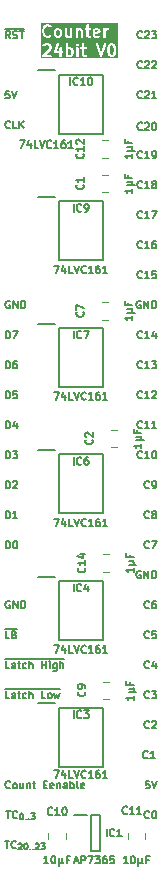
<source format=gto>
%TF.GenerationSoftware,KiCad,Pcbnew,8.0.4*%
%TF.CreationDate,2024-08-22T12:59:09+02:00*%
%TF.ProjectId,Counter 24bit,436f756e-7465-4722-9032-346269742e6b,rev?*%
%TF.SameCoordinates,PX4756f08PY2e063a0*%
%TF.FileFunction,Legend,Top*%
%TF.FilePolarity,Positive*%
%FSLAX46Y46*%
G04 Gerber Fmt 4.6, Leading zero omitted, Abs format (unit mm)*
G04 Created by KiCad (PCBNEW 8.0.4) date 2024-08-22 12:59:09*
%MOMM*%
%LPD*%
G01*
G04 APERTURE LIST*
%ADD10C,0.150000*%
%ADD11C,0.200000*%
%ADD12C,0.120000*%
G04 APERTURE END LIST*
D10*
X1265874Y-38385963D02*
X1265874Y-37750963D01*
X1265874Y-37750963D02*
X1417064Y-37750963D01*
X1417064Y-37750963D02*
X1507779Y-37781201D01*
X1507779Y-37781201D02*
X1568255Y-37841677D01*
X1568255Y-37841677D02*
X1598493Y-37902153D01*
X1598493Y-37902153D02*
X1628731Y-38023105D01*
X1628731Y-38023105D02*
X1628731Y-38113820D01*
X1628731Y-38113820D02*
X1598493Y-38234772D01*
X1598493Y-38234772D02*
X1568255Y-38295248D01*
X1568255Y-38295248D02*
X1507779Y-38355725D01*
X1507779Y-38355725D02*
X1417064Y-38385963D01*
X1417064Y-38385963D02*
X1265874Y-38385963D01*
X1870636Y-37811439D02*
X1900874Y-37781201D01*
X1900874Y-37781201D02*
X1961350Y-37750963D01*
X1961350Y-37750963D02*
X2112541Y-37750963D01*
X2112541Y-37750963D02*
X2173017Y-37781201D01*
X2173017Y-37781201D02*
X2203255Y-37811439D01*
X2203255Y-37811439D02*
X2233493Y-37871915D01*
X2233493Y-37871915D02*
X2233493Y-37932391D01*
X2233493Y-37932391D02*
X2203255Y-38023105D01*
X2203255Y-38023105D02*
X1840398Y-38385963D01*
X1840398Y-38385963D02*
X2233493Y-38385963D01*
X1568255Y-56165963D02*
X1265874Y-56165963D01*
X1265874Y-56165963D02*
X1265874Y-55530963D01*
X2052065Y-56165963D02*
X2052065Y-55833344D01*
X2052065Y-55833344D02*
X2021827Y-55772867D01*
X2021827Y-55772867D02*
X1961351Y-55742629D01*
X1961351Y-55742629D02*
X1840398Y-55742629D01*
X1840398Y-55742629D02*
X1779922Y-55772867D01*
X2052065Y-56135725D02*
X1991589Y-56165963D01*
X1991589Y-56165963D02*
X1840398Y-56165963D01*
X1840398Y-56165963D02*
X1779922Y-56135725D01*
X1779922Y-56135725D02*
X1749684Y-56075248D01*
X1749684Y-56075248D02*
X1749684Y-56014772D01*
X1749684Y-56014772D02*
X1779922Y-55954296D01*
X1779922Y-55954296D02*
X1840398Y-55924058D01*
X1840398Y-55924058D02*
X1991589Y-55924058D01*
X1991589Y-55924058D02*
X2052065Y-55893820D01*
X2263732Y-55742629D02*
X2505636Y-55742629D01*
X2354446Y-55530963D02*
X2354446Y-56075248D01*
X2354446Y-56075248D02*
X2384684Y-56135725D01*
X2384684Y-56135725D02*
X2445160Y-56165963D01*
X2445160Y-56165963D02*
X2505636Y-56165963D01*
X2989446Y-56135725D02*
X2928970Y-56165963D01*
X2928970Y-56165963D02*
X2808017Y-56165963D01*
X2808017Y-56165963D02*
X2747541Y-56135725D01*
X2747541Y-56135725D02*
X2717303Y-56105486D01*
X2717303Y-56105486D02*
X2687065Y-56045010D01*
X2687065Y-56045010D02*
X2687065Y-55863582D01*
X2687065Y-55863582D02*
X2717303Y-55803105D01*
X2717303Y-55803105D02*
X2747541Y-55772867D01*
X2747541Y-55772867D02*
X2808017Y-55742629D01*
X2808017Y-55742629D02*
X2928970Y-55742629D01*
X2928970Y-55742629D02*
X2989446Y-55772867D01*
X3261589Y-56165963D02*
X3261589Y-55530963D01*
X3533732Y-56165963D02*
X3533732Y-55833344D01*
X3533732Y-55833344D02*
X3503494Y-55772867D01*
X3503494Y-55772867D02*
X3443018Y-55742629D01*
X3443018Y-55742629D02*
X3352303Y-55742629D01*
X3352303Y-55742629D02*
X3291827Y-55772867D01*
X3291827Y-55772867D02*
X3261589Y-55803105D01*
X4622304Y-56165963D02*
X4319923Y-56165963D01*
X4319923Y-56165963D02*
X4319923Y-55530963D01*
X4924685Y-56165963D02*
X4864209Y-56135725D01*
X4864209Y-56135725D02*
X4833971Y-56105486D01*
X4833971Y-56105486D02*
X4803733Y-56045010D01*
X4803733Y-56045010D02*
X4803733Y-55863582D01*
X4803733Y-55863582D02*
X4833971Y-55803105D01*
X4833971Y-55803105D02*
X4864209Y-55772867D01*
X4864209Y-55772867D02*
X4924685Y-55742629D01*
X4924685Y-55742629D02*
X5015400Y-55742629D01*
X5015400Y-55742629D02*
X5075876Y-55772867D01*
X5075876Y-55772867D02*
X5106114Y-55803105D01*
X5106114Y-55803105D02*
X5136352Y-55863582D01*
X5136352Y-55863582D02*
X5136352Y-56045010D01*
X5136352Y-56045010D02*
X5106114Y-56105486D01*
X5106114Y-56105486D02*
X5075876Y-56135725D01*
X5075876Y-56135725D02*
X5015400Y-56165963D01*
X5015400Y-56165963D02*
X4924685Y-56165963D01*
X5348019Y-55742629D02*
X5468971Y-56165963D01*
X5468971Y-56165963D02*
X5589924Y-55863582D01*
X5589924Y-55863582D02*
X5710876Y-56165963D01*
X5710876Y-56165963D02*
X5831828Y-55742629D01*
X1178184Y-55354675D02*
X5859043Y-55354675D01*
X1265874Y-25685963D02*
X1265874Y-25050963D01*
X1265874Y-25050963D02*
X1417064Y-25050963D01*
X1417064Y-25050963D02*
X1507779Y-25081201D01*
X1507779Y-25081201D02*
X1568255Y-25141677D01*
X1568255Y-25141677D02*
X1598493Y-25202153D01*
X1598493Y-25202153D02*
X1628731Y-25323105D01*
X1628731Y-25323105D02*
X1628731Y-25413820D01*
X1628731Y-25413820D02*
X1598493Y-25534772D01*
X1598493Y-25534772D02*
X1568255Y-25595248D01*
X1568255Y-25595248D02*
X1507779Y-25655725D01*
X1507779Y-25655725D02*
X1417064Y-25685963D01*
X1417064Y-25685963D02*
X1265874Y-25685963D01*
X1840398Y-25050963D02*
X2263731Y-25050963D01*
X2263731Y-25050963D02*
X1991588Y-25685963D01*
X1175160Y-68230963D02*
X1538017Y-68230963D01*
X1356588Y-68865963D02*
X1356588Y-68230963D01*
X2112541Y-68805486D02*
X2082303Y-68835725D01*
X2082303Y-68835725D02*
X1991589Y-68865963D01*
X1991589Y-68865963D02*
X1931113Y-68865963D01*
X1931113Y-68865963D02*
X1840398Y-68835725D01*
X1840398Y-68835725D02*
X1779922Y-68775248D01*
X1779922Y-68775248D02*
X1749684Y-68714772D01*
X1749684Y-68714772D02*
X1719446Y-68593820D01*
X1719446Y-68593820D02*
X1719446Y-68503105D01*
X1719446Y-68503105D02*
X1749684Y-68382153D01*
X1749684Y-68382153D02*
X1779922Y-68321677D01*
X1779922Y-68321677D02*
X1840398Y-68261201D01*
X1840398Y-68261201D02*
X1931113Y-68230963D01*
X1931113Y-68230963D02*
X1991589Y-68230963D01*
X1991589Y-68230963D02*
X2082303Y-68261201D01*
X2082303Y-68261201D02*
X2112541Y-68291439D01*
X2330255Y-68476496D02*
X2354446Y-68452305D01*
X2354446Y-68452305D02*
X2402827Y-68428115D01*
X2402827Y-68428115D02*
X2523779Y-68428115D01*
X2523779Y-68428115D02*
X2572160Y-68452305D01*
X2572160Y-68452305D02*
X2596351Y-68476496D01*
X2596351Y-68476496D02*
X2620541Y-68524877D01*
X2620541Y-68524877D02*
X2620541Y-68573258D01*
X2620541Y-68573258D02*
X2596351Y-68645829D01*
X2596351Y-68645829D02*
X2306065Y-68936115D01*
X2306065Y-68936115D02*
X2620541Y-68936115D01*
X2935018Y-68428115D02*
X2983399Y-68428115D01*
X2983399Y-68428115D02*
X3031780Y-68452305D01*
X3031780Y-68452305D02*
X3055970Y-68476496D01*
X3055970Y-68476496D02*
X3080161Y-68524877D01*
X3080161Y-68524877D02*
X3104351Y-68621639D01*
X3104351Y-68621639D02*
X3104351Y-68742591D01*
X3104351Y-68742591D02*
X3080161Y-68839353D01*
X3080161Y-68839353D02*
X3055970Y-68887734D01*
X3055970Y-68887734D02*
X3031780Y-68911925D01*
X3031780Y-68911925D02*
X2983399Y-68936115D01*
X2983399Y-68936115D02*
X2935018Y-68936115D01*
X2935018Y-68936115D02*
X2886637Y-68911925D01*
X2886637Y-68911925D02*
X2862446Y-68887734D01*
X2862446Y-68887734D02*
X2838256Y-68839353D01*
X2838256Y-68839353D02*
X2814065Y-68742591D01*
X2814065Y-68742591D02*
X2814065Y-68621639D01*
X2814065Y-68621639D02*
X2838256Y-68524877D01*
X2838256Y-68524877D02*
X2862446Y-68476496D01*
X2862446Y-68476496D02*
X2886637Y-68452305D01*
X2886637Y-68452305D02*
X2935018Y-68428115D01*
X3322066Y-68887734D02*
X3346256Y-68911925D01*
X3346256Y-68911925D02*
X3322066Y-68936115D01*
X3322066Y-68936115D02*
X3297875Y-68911925D01*
X3297875Y-68911925D02*
X3322066Y-68887734D01*
X3322066Y-68887734D02*
X3322066Y-68936115D01*
X3563971Y-68887734D02*
X3588161Y-68911925D01*
X3588161Y-68911925D02*
X3563971Y-68936115D01*
X3563971Y-68936115D02*
X3539780Y-68911925D01*
X3539780Y-68911925D02*
X3563971Y-68887734D01*
X3563971Y-68887734D02*
X3563971Y-68936115D01*
X3781685Y-68476496D02*
X3805876Y-68452305D01*
X3805876Y-68452305D02*
X3854257Y-68428115D01*
X3854257Y-68428115D02*
X3975209Y-68428115D01*
X3975209Y-68428115D02*
X4023590Y-68452305D01*
X4023590Y-68452305D02*
X4047781Y-68476496D01*
X4047781Y-68476496D02*
X4071971Y-68524877D01*
X4071971Y-68524877D02*
X4071971Y-68573258D01*
X4071971Y-68573258D02*
X4047781Y-68645829D01*
X4047781Y-68645829D02*
X3757495Y-68936115D01*
X3757495Y-68936115D02*
X4071971Y-68936115D01*
X4241305Y-68428115D02*
X4555781Y-68428115D01*
X4555781Y-68428115D02*
X4386448Y-68621639D01*
X4386448Y-68621639D02*
X4459019Y-68621639D01*
X4459019Y-68621639D02*
X4507400Y-68645829D01*
X4507400Y-68645829D02*
X4531591Y-68670020D01*
X4531591Y-68670020D02*
X4555781Y-68718401D01*
X4555781Y-68718401D02*
X4555781Y-68839353D01*
X4555781Y-68839353D02*
X4531591Y-68887734D01*
X4531591Y-68887734D02*
X4507400Y-68911925D01*
X4507400Y-68911925D02*
X4459019Y-68936115D01*
X4459019Y-68936115D02*
X4313876Y-68936115D01*
X4313876Y-68936115D02*
X4265495Y-68911925D01*
X4265495Y-68911925D02*
X4241305Y-68887734D01*
X13429839Y-63150963D02*
X13127458Y-63150963D01*
X13127458Y-63150963D02*
X13097220Y-63453344D01*
X13097220Y-63453344D02*
X13127458Y-63423105D01*
X13127458Y-63423105D02*
X13187934Y-63392867D01*
X13187934Y-63392867D02*
X13339125Y-63392867D01*
X13339125Y-63392867D02*
X13399601Y-63423105D01*
X13399601Y-63423105D02*
X13429839Y-63453344D01*
X13429839Y-63453344D02*
X13460077Y-63513820D01*
X13460077Y-63513820D02*
X13460077Y-63665010D01*
X13460077Y-63665010D02*
X13429839Y-63725486D01*
X13429839Y-63725486D02*
X13399601Y-63755725D01*
X13399601Y-63755725D02*
X13339125Y-63785963D01*
X13339125Y-63785963D02*
X13187934Y-63785963D01*
X13187934Y-63785963D02*
X13127458Y-63755725D01*
X13127458Y-63755725D02*
X13097220Y-63725486D01*
X13641506Y-63150963D02*
X13853172Y-63785963D01*
X13853172Y-63785963D02*
X14064839Y-63150963D01*
X12794839Y-30705486D02*
X12764601Y-30735725D01*
X12764601Y-30735725D02*
X12673887Y-30765963D01*
X12673887Y-30765963D02*
X12613411Y-30765963D01*
X12613411Y-30765963D02*
X12522696Y-30735725D01*
X12522696Y-30735725D02*
X12462220Y-30675248D01*
X12462220Y-30675248D02*
X12431982Y-30614772D01*
X12431982Y-30614772D02*
X12401744Y-30493820D01*
X12401744Y-30493820D02*
X12401744Y-30403105D01*
X12401744Y-30403105D02*
X12431982Y-30282153D01*
X12431982Y-30282153D02*
X12462220Y-30221677D01*
X12462220Y-30221677D02*
X12522696Y-30161201D01*
X12522696Y-30161201D02*
X12613411Y-30130963D01*
X12613411Y-30130963D02*
X12673887Y-30130963D01*
X12673887Y-30130963D02*
X12764601Y-30161201D01*
X12764601Y-30161201D02*
X12794839Y-30191439D01*
X13399601Y-30765963D02*
X13036744Y-30765963D01*
X13218172Y-30765963D02*
X13218172Y-30130963D01*
X13218172Y-30130963D02*
X13157696Y-30221677D01*
X13157696Y-30221677D02*
X13097220Y-30282153D01*
X13097220Y-30282153D02*
X13036744Y-30312391D01*
X13641506Y-30191439D02*
X13671744Y-30161201D01*
X13671744Y-30161201D02*
X13732220Y-30130963D01*
X13732220Y-30130963D02*
X13883411Y-30130963D01*
X13883411Y-30130963D02*
X13943887Y-30161201D01*
X13943887Y-30161201D02*
X13974125Y-30191439D01*
X13974125Y-30191439D02*
X14004363Y-30251915D01*
X14004363Y-30251915D02*
X14004363Y-30312391D01*
X14004363Y-30312391D02*
X13974125Y-30403105D01*
X13974125Y-30403105D02*
X13611268Y-30765963D01*
X13611268Y-30765963D02*
X14004363Y-30765963D01*
X1598493Y-47941201D02*
X1538017Y-47910963D01*
X1538017Y-47910963D02*
X1447303Y-47910963D01*
X1447303Y-47910963D02*
X1356588Y-47941201D01*
X1356588Y-47941201D02*
X1296112Y-48001677D01*
X1296112Y-48001677D02*
X1265874Y-48062153D01*
X1265874Y-48062153D02*
X1235636Y-48183105D01*
X1235636Y-48183105D02*
X1235636Y-48273820D01*
X1235636Y-48273820D02*
X1265874Y-48394772D01*
X1265874Y-48394772D02*
X1296112Y-48455248D01*
X1296112Y-48455248D02*
X1356588Y-48515725D01*
X1356588Y-48515725D02*
X1447303Y-48545963D01*
X1447303Y-48545963D02*
X1507779Y-48545963D01*
X1507779Y-48545963D02*
X1598493Y-48515725D01*
X1598493Y-48515725D02*
X1628731Y-48485486D01*
X1628731Y-48485486D02*
X1628731Y-48273820D01*
X1628731Y-48273820D02*
X1507779Y-48273820D01*
X1900874Y-48545963D02*
X1900874Y-47910963D01*
X1900874Y-47910963D02*
X2263731Y-48545963D01*
X2263731Y-48545963D02*
X2263731Y-47910963D01*
X2566112Y-48545963D02*
X2566112Y-47910963D01*
X2566112Y-47910963D02*
X2717302Y-47910963D01*
X2717302Y-47910963D02*
X2808017Y-47941201D01*
X2808017Y-47941201D02*
X2868493Y-48001677D01*
X2868493Y-48001677D02*
X2898731Y-48062153D01*
X2898731Y-48062153D02*
X2928969Y-48183105D01*
X2928969Y-48183105D02*
X2928969Y-48273820D01*
X2928969Y-48273820D02*
X2898731Y-48394772D01*
X2898731Y-48394772D02*
X2868493Y-48455248D01*
X2868493Y-48455248D02*
X2808017Y-48515725D01*
X2808017Y-48515725D02*
X2717302Y-48545963D01*
X2717302Y-48545963D02*
X2566112Y-48545963D01*
X1628731Y-63725486D02*
X1598493Y-63755725D01*
X1598493Y-63755725D02*
X1507779Y-63785963D01*
X1507779Y-63785963D02*
X1447303Y-63785963D01*
X1447303Y-63785963D02*
X1356588Y-63755725D01*
X1356588Y-63755725D02*
X1296112Y-63695248D01*
X1296112Y-63695248D02*
X1265874Y-63634772D01*
X1265874Y-63634772D02*
X1235636Y-63513820D01*
X1235636Y-63513820D02*
X1235636Y-63423105D01*
X1235636Y-63423105D02*
X1265874Y-63302153D01*
X1265874Y-63302153D02*
X1296112Y-63241677D01*
X1296112Y-63241677D02*
X1356588Y-63181201D01*
X1356588Y-63181201D02*
X1447303Y-63150963D01*
X1447303Y-63150963D02*
X1507779Y-63150963D01*
X1507779Y-63150963D02*
X1598493Y-63181201D01*
X1598493Y-63181201D02*
X1628731Y-63211439D01*
X1991588Y-63785963D02*
X1931112Y-63755725D01*
X1931112Y-63755725D02*
X1900874Y-63725486D01*
X1900874Y-63725486D02*
X1870636Y-63665010D01*
X1870636Y-63665010D02*
X1870636Y-63483582D01*
X1870636Y-63483582D02*
X1900874Y-63423105D01*
X1900874Y-63423105D02*
X1931112Y-63392867D01*
X1931112Y-63392867D02*
X1991588Y-63362629D01*
X1991588Y-63362629D02*
X2082303Y-63362629D01*
X2082303Y-63362629D02*
X2142779Y-63392867D01*
X2142779Y-63392867D02*
X2173017Y-63423105D01*
X2173017Y-63423105D02*
X2203255Y-63483582D01*
X2203255Y-63483582D02*
X2203255Y-63665010D01*
X2203255Y-63665010D02*
X2173017Y-63725486D01*
X2173017Y-63725486D02*
X2142779Y-63755725D01*
X2142779Y-63755725D02*
X2082303Y-63785963D01*
X2082303Y-63785963D02*
X1991588Y-63785963D01*
X2747541Y-63362629D02*
X2747541Y-63785963D01*
X2475398Y-63362629D02*
X2475398Y-63695248D01*
X2475398Y-63695248D02*
X2505636Y-63755725D01*
X2505636Y-63755725D02*
X2566112Y-63785963D01*
X2566112Y-63785963D02*
X2656827Y-63785963D01*
X2656827Y-63785963D02*
X2717303Y-63755725D01*
X2717303Y-63755725D02*
X2747541Y-63725486D01*
X3049922Y-63362629D02*
X3049922Y-63785963D01*
X3049922Y-63423105D02*
X3080160Y-63392867D01*
X3080160Y-63392867D02*
X3140636Y-63362629D01*
X3140636Y-63362629D02*
X3231351Y-63362629D01*
X3231351Y-63362629D02*
X3291827Y-63392867D01*
X3291827Y-63392867D02*
X3322065Y-63453344D01*
X3322065Y-63453344D02*
X3322065Y-63785963D01*
X3533732Y-63362629D02*
X3775636Y-63362629D01*
X3624446Y-63150963D02*
X3624446Y-63695248D01*
X3624446Y-63695248D02*
X3654684Y-63755725D01*
X3654684Y-63755725D02*
X3715160Y-63785963D01*
X3715160Y-63785963D02*
X3775636Y-63785963D01*
X4471113Y-63453344D02*
X4682780Y-63453344D01*
X4773494Y-63785963D02*
X4471113Y-63785963D01*
X4471113Y-63785963D02*
X4471113Y-63150963D01*
X4471113Y-63150963D02*
X4773494Y-63150963D01*
X5287542Y-63755725D02*
X5227066Y-63785963D01*
X5227066Y-63785963D02*
X5106113Y-63785963D01*
X5106113Y-63785963D02*
X5045637Y-63755725D01*
X5045637Y-63755725D02*
X5015399Y-63695248D01*
X5015399Y-63695248D02*
X5015399Y-63453344D01*
X5015399Y-63453344D02*
X5045637Y-63392867D01*
X5045637Y-63392867D02*
X5106113Y-63362629D01*
X5106113Y-63362629D02*
X5227066Y-63362629D01*
X5227066Y-63362629D02*
X5287542Y-63392867D01*
X5287542Y-63392867D02*
X5317780Y-63453344D01*
X5317780Y-63453344D02*
X5317780Y-63513820D01*
X5317780Y-63513820D02*
X5015399Y-63574296D01*
X5589923Y-63362629D02*
X5589923Y-63785963D01*
X5589923Y-63423105D02*
X5620161Y-63392867D01*
X5620161Y-63392867D02*
X5680637Y-63362629D01*
X5680637Y-63362629D02*
X5771352Y-63362629D01*
X5771352Y-63362629D02*
X5831828Y-63392867D01*
X5831828Y-63392867D02*
X5862066Y-63453344D01*
X5862066Y-63453344D02*
X5862066Y-63785963D01*
X6436590Y-63785963D02*
X6436590Y-63453344D01*
X6436590Y-63453344D02*
X6406352Y-63392867D01*
X6406352Y-63392867D02*
X6345876Y-63362629D01*
X6345876Y-63362629D02*
X6224923Y-63362629D01*
X6224923Y-63362629D02*
X6164447Y-63392867D01*
X6436590Y-63755725D02*
X6376114Y-63785963D01*
X6376114Y-63785963D02*
X6224923Y-63785963D01*
X6224923Y-63785963D02*
X6164447Y-63755725D01*
X6164447Y-63755725D02*
X6134209Y-63695248D01*
X6134209Y-63695248D02*
X6134209Y-63634772D01*
X6134209Y-63634772D02*
X6164447Y-63574296D01*
X6164447Y-63574296D02*
X6224923Y-63544058D01*
X6224923Y-63544058D02*
X6376114Y-63544058D01*
X6376114Y-63544058D02*
X6436590Y-63513820D01*
X6738971Y-63785963D02*
X6738971Y-63150963D01*
X6738971Y-63392867D02*
X6799447Y-63362629D01*
X6799447Y-63362629D02*
X6920400Y-63362629D01*
X6920400Y-63362629D02*
X6980876Y-63392867D01*
X6980876Y-63392867D02*
X7011114Y-63423105D01*
X7011114Y-63423105D02*
X7041352Y-63483582D01*
X7041352Y-63483582D02*
X7041352Y-63665010D01*
X7041352Y-63665010D02*
X7011114Y-63725486D01*
X7011114Y-63725486D02*
X6980876Y-63755725D01*
X6980876Y-63755725D02*
X6920400Y-63785963D01*
X6920400Y-63785963D02*
X6799447Y-63785963D01*
X6799447Y-63785963D02*
X6738971Y-63755725D01*
X7404209Y-63785963D02*
X7343733Y-63755725D01*
X7343733Y-63755725D02*
X7313495Y-63695248D01*
X7313495Y-63695248D02*
X7313495Y-63150963D01*
X7888019Y-63755725D02*
X7827543Y-63785963D01*
X7827543Y-63785963D02*
X7706590Y-63785963D01*
X7706590Y-63785963D02*
X7646114Y-63755725D01*
X7646114Y-63755725D02*
X7615876Y-63695248D01*
X7615876Y-63695248D02*
X7615876Y-63453344D01*
X7615876Y-63453344D02*
X7646114Y-63392867D01*
X7646114Y-63392867D02*
X7706590Y-63362629D01*
X7706590Y-63362629D02*
X7827543Y-63362629D01*
X7827543Y-63362629D02*
X7888019Y-63392867D01*
X7888019Y-63392867D02*
X7918257Y-63453344D01*
X7918257Y-63453344D02*
X7918257Y-63513820D01*
X7918257Y-63513820D02*
X7615876Y-63574296D01*
X12794839Y-10385486D02*
X12764601Y-10415725D01*
X12764601Y-10415725D02*
X12673887Y-10445963D01*
X12673887Y-10445963D02*
X12613411Y-10445963D01*
X12613411Y-10445963D02*
X12522696Y-10415725D01*
X12522696Y-10415725D02*
X12462220Y-10355248D01*
X12462220Y-10355248D02*
X12431982Y-10294772D01*
X12431982Y-10294772D02*
X12401744Y-10173820D01*
X12401744Y-10173820D02*
X12401744Y-10083105D01*
X12401744Y-10083105D02*
X12431982Y-9962153D01*
X12431982Y-9962153D02*
X12462220Y-9901677D01*
X12462220Y-9901677D02*
X12522696Y-9841201D01*
X12522696Y-9841201D02*
X12613411Y-9810963D01*
X12613411Y-9810963D02*
X12673887Y-9810963D01*
X12673887Y-9810963D02*
X12764601Y-9841201D01*
X12764601Y-9841201D02*
X12794839Y-9871439D01*
X13399601Y-10445963D02*
X13036744Y-10445963D01*
X13218172Y-10445963D02*
X13218172Y-9810963D01*
X13218172Y-9810963D02*
X13157696Y-9901677D01*
X13157696Y-9901677D02*
X13097220Y-9962153D01*
X13097220Y-9962153D02*
X13036744Y-9992391D01*
X13701982Y-10445963D02*
X13822934Y-10445963D01*
X13822934Y-10445963D02*
X13883411Y-10415725D01*
X13883411Y-10415725D02*
X13913649Y-10385486D01*
X13913649Y-10385486D02*
X13974125Y-10294772D01*
X13974125Y-10294772D02*
X14004363Y-10173820D01*
X14004363Y-10173820D02*
X14004363Y-9931915D01*
X14004363Y-9931915D02*
X13974125Y-9871439D01*
X13974125Y-9871439D02*
X13943887Y-9841201D01*
X13943887Y-9841201D02*
X13883411Y-9810963D01*
X13883411Y-9810963D02*
X13762458Y-9810963D01*
X13762458Y-9810963D02*
X13701982Y-9841201D01*
X13701982Y-9841201D02*
X13671744Y-9871439D01*
X13671744Y-9871439D02*
X13641506Y-9931915D01*
X13641506Y-9931915D02*
X13641506Y-10083105D01*
X13641506Y-10083105D02*
X13671744Y-10143582D01*
X13671744Y-10143582D02*
X13701982Y-10173820D01*
X13701982Y-10173820D02*
X13762458Y-10204058D01*
X13762458Y-10204058D02*
X13883411Y-10204058D01*
X13883411Y-10204058D02*
X13943887Y-10173820D01*
X13943887Y-10173820D02*
X13974125Y-10143582D01*
X13974125Y-10143582D02*
X14004363Y-10083105D01*
X12794839Y-28165486D02*
X12764601Y-28195725D01*
X12764601Y-28195725D02*
X12673887Y-28225963D01*
X12673887Y-28225963D02*
X12613411Y-28225963D01*
X12613411Y-28225963D02*
X12522696Y-28195725D01*
X12522696Y-28195725D02*
X12462220Y-28135248D01*
X12462220Y-28135248D02*
X12431982Y-28074772D01*
X12431982Y-28074772D02*
X12401744Y-27953820D01*
X12401744Y-27953820D02*
X12401744Y-27863105D01*
X12401744Y-27863105D02*
X12431982Y-27742153D01*
X12431982Y-27742153D02*
X12462220Y-27681677D01*
X12462220Y-27681677D02*
X12522696Y-27621201D01*
X12522696Y-27621201D02*
X12613411Y-27590963D01*
X12613411Y-27590963D02*
X12673887Y-27590963D01*
X12673887Y-27590963D02*
X12764601Y-27621201D01*
X12764601Y-27621201D02*
X12794839Y-27651439D01*
X13399601Y-28225963D02*
X13036744Y-28225963D01*
X13218172Y-28225963D02*
X13218172Y-27590963D01*
X13218172Y-27590963D02*
X13157696Y-27681677D01*
X13157696Y-27681677D02*
X13097220Y-27742153D01*
X13097220Y-27742153D02*
X13036744Y-27772391D01*
X13611268Y-27590963D02*
X14004363Y-27590963D01*
X14004363Y-27590963D02*
X13792696Y-27832867D01*
X13792696Y-27832867D02*
X13883411Y-27832867D01*
X13883411Y-27832867D02*
X13943887Y-27863105D01*
X13943887Y-27863105D02*
X13974125Y-27893344D01*
X13974125Y-27893344D02*
X14004363Y-27953820D01*
X14004363Y-27953820D02*
X14004363Y-28105010D01*
X14004363Y-28105010D02*
X13974125Y-28165486D01*
X13974125Y-28165486D02*
X13943887Y-28195725D01*
X13943887Y-28195725D02*
X13883411Y-28225963D01*
X13883411Y-28225963D02*
X13701982Y-28225963D01*
X13701982Y-28225963D02*
X13641506Y-28195725D01*
X13641506Y-28195725D02*
X13611268Y-28165486D01*
X12794839Y-7972486D02*
X12764601Y-8002725D01*
X12764601Y-8002725D02*
X12673887Y-8032963D01*
X12673887Y-8032963D02*
X12613411Y-8032963D01*
X12613411Y-8032963D02*
X12522696Y-8002725D01*
X12522696Y-8002725D02*
X12462220Y-7942248D01*
X12462220Y-7942248D02*
X12431982Y-7881772D01*
X12431982Y-7881772D02*
X12401744Y-7760820D01*
X12401744Y-7760820D02*
X12401744Y-7670105D01*
X12401744Y-7670105D02*
X12431982Y-7549153D01*
X12431982Y-7549153D02*
X12462220Y-7488677D01*
X12462220Y-7488677D02*
X12522696Y-7428201D01*
X12522696Y-7428201D02*
X12613411Y-7397963D01*
X12613411Y-7397963D02*
X12673887Y-7397963D01*
X12673887Y-7397963D02*
X12764601Y-7428201D01*
X12764601Y-7428201D02*
X12794839Y-7458439D01*
X13036744Y-7458439D02*
X13066982Y-7428201D01*
X13066982Y-7428201D02*
X13127458Y-7397963D01*
X13127458Y-7397963D02*
X13278649Y-7397963D01*
X13278649Y-7397963D02*
X13339125Y-7428201D01*
X13339125Y-7428201D02*
X13369363Y-7458439D01*
X13369363Y-7458439D02*
X13399601Y-7518915D01*
X13399601Y-7518915D02*
X13399601Y-7579391D01*
X13399601Y-7579391D02*
X13369363Y-7670105D01*
X13369363Y-7670105D02*
X13006506Y-8032963D01*
X13006506Y-8032963D02*
X13399601Y-8032963D01*
X13792696Y-7397963D02*
X13853173Y-7397963D01*
X13853173Y-7397963D02*
X13913649Y-7428201D01*
X13913649Y-7428201D02*
X13943887Y-7458439D01*
X13943887Y-7458439D02*
X13974125Y-7518915D01*
X13974125Y-7518915D02*
X14004363Y-7639867D01*
X14004363Y-7639867D02*
X14004363Y-7791058D01*
X14004363Y-7791058D02*
X13974125Y-7912010D01*
X13974125Y-7912010D02*
X13943887Y-7972486D01*
X13943887Y-7972486D02*
X13913649Y-8002725D01*
X13913649Y-8002725D02*
X13853173Y-8032963D01*
X13853173Y-8032963D02*
X13792696Y-8032963D01*
X13792696Y-8032963D02*
X13732220Y-8002725D01*
X13732220Y-8002725D02*
X13701982Y-7972486D01*
X13701982Y-7972486D02*
X13671744Y-7912010D01*
X13671744Y-7912010D02*
X13641506Y-7791058D01*
X13641506Y-7791058D02*
X13641506Y-7639867D01*
X13641506Y-7639867D02*
X13671744Y-7518915D01*
X13671744Y-7518915D02*
X13701982Y-7458439D01*
X13701982Y-7458439D02*
X13732220Y-7428201D01*
X13732220Y-7428201D02*
X13792696Y-7397963D01*
X13399601Y-66265486D02*
X13369363Y-66295725D01*
X13369363Y-66295725D02*
X13278649Y-66325963D01*
X13278649Y-66325963D02*
X13218173Y-66325963D01*
X13218173Y-66325963D02*
X13127458Y-66295725D01*
X13127458Y-66295725D02*
X13066982Y-66235248D01*
X13066982Y-66235248D02*
X13036744Y-66174772D01*
X13036744Y-66174772D02*
X13006506Y-66053820D01*
X13006506Y-66053820D02*
X13006506Y-65963105D01*
X13006506Y-65963105D02*
X13036744Y-65842153D01*
X13036744Y-65842153D02*
X13066982Y-65781677D01*
X13066982Y-65781677D02*
X13127458Y-65721201D01*
X13127458Y-65721201D02*
X13218173Y-65690963D01*
X13218173Y-65690963D02*
X13278649Y-65690963D01*
X13278649Y-65690963D02*
X13369363Y-65721201D01*
X13369363Y-65721201D02*
X13399601Y-65751439D01*
X13792696Y-65690963D02*
X13853173Y-65690963D01*
X13853173Y-65690963D02*
X13913649Y-65721201D01*
X13913649Y-65721201D02*
X13943887Y-65751439D01*
X13943887Y-65751439D02*
X13974125Y-65811915D01*
X13974125Y-65811915D02*
X14004363Y-65932867D01*
X14004363Y-65932867D02*
X14004363Y-66084058D01*
X14004363Y-66084058D02*
X13974125Y-66205010D01*
X13974125Y-66205010D02*
X13943887Y-66265486D01*
X13943887Y-66265486D02*
X13913649Y-66295725D01*
X13913649Y-66295725D02*
X13853173Y-66325963D01*
X13853173Y-66325963D02*
X13792696Y-66325963D01*
X13792696Y-66325963D02*
X13732220Y-66295725D01*
X13732220Y-66295725D02*
X13701982Y-66265486D01*
X13701982Y-66265486D02*
X13671744Y-66205010D01*
X13671744Y-66205010D02*
X13641506Y-66084058D01*
X13641506Y-66084058D02*
X13641506Y-65932867D01*
X13641506Y-65932867D02*
X13671744Y-65811915D01*
X13671744Y-65811915D02*
X13701982Y-65751439D01*
X13701982Y-65751439D02*
X13732220Y-65721201D01*
X13732220Y-65721201D02*
X13792696Y-65690963D01*
X13399601Y-51025486D02*
X13369363Y-51055725D01*
X13369363Y-51055725D02*
X13278649Y-51085963D01*
X13278649Y-51085963D02*
X13218173Y-51085963D01*
X13218173Y-51085963D02*
X13127458Y-51055725D01*
X13127458Y-51055725D02*
X13066982Y-50995248D01*
X13066982Y-50995248D02*
X13036744Y-50934772D01*
X13036744Y-50934772D02*
X13006506Y-50813820D01*
X13006506Y-50813820D02*
X13006506Y-50723105D01*
X13006506Y-50723105D02*
X13036744Y-50602153D01*
X13036744Y-50602153D02*
X13066982Y-50541677D01*
X13066982Y-50541677D02*
X13127458Y-50481201D01*
X13127458Y-50481201D02*
X13218173Y-50450963D01*
X13218173Y-50450963D02*
X13278649Y-50450963D01*
X13278649Y-50450963D02*
X13369363Y-50481201D01*
X13369363Y-50481201D02*
X13399601Y-50511439D01*
X13974125Y-50450963D02*
X13671744Y-50450963D01*
X13671744Y-50450963D02*
X13641506Y-50753344D01*
X13641506Y-50753344D02*
X13671744Y-50723105D01*
X13671744Y-50723105D02*
X13732220Y-50692867D01*
X13732220Y-50692867D02*
X13883411Y-50692867D01*
X13883411Y-50692867D02*
X13943887Y-50723105D01*
X13943887Y-50723105D02*
X13974125Y-50753344D01*
X13974125Y-50753344D02*
X14004363Y-50813820D01*
X14004363Y-50813820D02*
X14004363Y-50965010D01*
X14004363Y-50965010D02*
X13974125Y-51025486D01*
X13974125Y-51025486D02*
X13943887Y-51055725D01*
X13943887Y-51055725D02*
X13883411Y-51085963D01*
X13883411Y-51085963D02*
X13732220Y-51085963D01*
X13732220Y-51085963D02*
X13671744Y-51055725D01*
X13671744Y-51055725D02*
X13641506Y-51025486D01*
X1265874Y-43465963D02*
X1265874Y-42830963D01*
X1265874Y-42830963D02*
X1417064Y-42830963D01*
X1417064Y-42830963D02*
X1507779Y-42861201D01*
X1507779Y-42861201D02*
X1568255Y-42921677D01*
X1568255Y-42921677D02*
X1598493Y-42982153D01*
X1598493Y-42982153D02*
X1628731Y-43103105D01*
X1628731Y-43103105D02*
X1628731Y-43193820D01*
X1628731Y-43193820D02*
X1598493Y-43314772D01*
X1598493Y-43314772D02*
X1568255Y-43375248D01*
X1568255Y-43375248D02*
X1507779Y-43435725D01*
X1507779Y-43435725D02*
X1417064Y-43465963D01*
X1417064Y-43465963D02*
X1265874Y-43465963D01*
X2021826Y-42830963D02*
X2082303Y-42830963D01*
X2082303Y-42830963D02*
X2142779Y-42861201D01*
X2142779Y-42861201D02*
X2173017Y-42891439D01*
X2173017Y-42891439D02*
X2203255Y-42951915D01*
X2203255Y-42951915D02*
X2233493Y-43072867D01*
X2233493Y-43072867D02*
X2233493Y-43224058D01*
X2233493Y-43224058D02*
X2203255Y-43345010D01*
X2203255Y-43345010D02*
X2173017Y-43405486D01*
X2173017Y-43405486D02*
X2142779Y-43435725D01*
X2142779Y-43435725D02*
X2082303Y-43465963D01*
X2082303Y-43465963D02*
X2021826Y-43465963D01*
X2021826Y-43465963D02*
X1961350Y-43435725D01*
X1961350Y-43435725D02*
X1931112Y-43405486D01*
X1931112Y-43405486D02*
X1900874Y-43345010D01*
X1900874Y-43345010D02*
X1870636Y-43224058D01*
X1870636Y-43224058D02*
X1870636Y-43072867D01*
X1870636Y-43072867D02*
X1900874Y-42951915D01*
X1900874Y-42951915D02*
X1931112Y-42891439D01*
X1931112Y-42891439D02*
X1961350Y-42861201D01*
X1961350Y-42861201D02*
X2021826Y-42830963D01*
X13399601Y-43405486D02*
X13369363Y-43435725D01*
X13369363Y-43435725D02*
X13278649Y-43465963D01*
X13278649Y-43465963D02*
X13218173Y-43465963D01*
X13218173Y-43465963D02*
X13127458Y-43435725D01*
X13127458Y-43435725D02*
X13066982Y-43375248D01*
X13066982Y-43375248D02*
X13036744Y-43314772D01*
X13036744Y-43314772D02*
X13006506Y-43193820D01*
X13006506Y-43193820D02*
X13006506Y-43103105D01*
X13006506Y-43103105D02*
X13036744Y-42982153D01*
X13036744Y-42982153D02*
X13066982Y-42921677D01*
X13066982Y-42921677D02*
X13127458Y-42861201D01*
X13127458Y-42861201D02*
X13218173Y-42830963D01*
X13218173Y-42830963D02*
X13278649Y-42830963D01*
X13278649Y-42830963D02*
X13369363Y-42861201D01*
X13369363Y-42861201D02*
X13399601Y-42891439D01*
X13611268Y-42830963D02*
X14034601Y-42830963D01*
X14034601Y-42830963D02*
X13762458Y-43465963D01*
X13399601Y-40865486D02*
X13369363Y-40895725D01*
X13369363Y-40895725D02*
X13278649Y-40925963D01*
X13278649Y-40925963D02*
X13218173Y-40925963D01*
X13218173Y-40925963D02*
X13127458Y-40895725D01*
X13127458Y-40895725D02*
X13066982Y-40835248D01*
X13066982Y-40835248D02*
X13036744Y-40774772D01*
X13036744Y-40774772D02*
X13006506Y-40653820D01*
X13006506Y-40653820D02*
X13006506Y-40563105D01*
X13006506Y-40563105D02*
X13036744Y-40442153D01*
X13036744Y-40442153D02*
X13066982Y-40381677D01*
X13066982Y-40381677D02*
X13127458Y-40321201D01*
X13127458Y-40321201D02*
X13218173Y-40290963D01*
X13218173Y-40290963D02*
X13278649Y-40290963D01*
X13278649Y-40290963D02*
X13369363Y-40321201D01*
X13369363Y-40321201D02*
X13399601Y-40351439D01*
X13762458Y-40563105D02*
X13701982Y-40532867D01*
X13701982Y-40532867D02*
X13671744Y-40502629D01*
X13671744Y-40502629D02*
X13641506Y-40442153D01*
X13641506Y-40442153D02*
X13641506Y-40411915D01*
X13641506Y-40411915D02*
X13671744Y-40351439D01*
X13671744Y-40351439D02*
X13701982Y-40321201D01*
X13701982Y-40321201D02*
X13762458Y-40290963D01*
X13762458Y-40290963D02*
X13883411Y-40290963D01*
X13883411Y-40290963D02*
X13943887Y-40321201D01*
X13943887Y-40321201D02*
X13974125Y-40351439D01*
X13974125Y-40351439D02*
X14004363Y-40411915D01*
X14004363Y-40411915D02*
X14004363Y-40442153D01*
X14004363Y-40442153D02*
X13974125Y-40502629D01*
X13974125Y-40502629D02*
X13943887Y-40532867D01*
X13943887Y-40532867D02*
X13883411Y-40563105D01*
X13883411Y-40563105D02*
X13762458Y-40563105D01*
X13762458Y-40563105D02*
X13701982Y-40593344D01*
X13701982Y-40593344D02*
X13671744Y-40623582D01*
X13671744Y-40623582D02*
X13641506Y-40684058D01*
X13641506Y-40684058D02*
X13641506Y-40805010D01*
X13641506Y-40805010D02*
X13671744Y-40865486D01*
X13671744Y-40865486D02*
X13701982Y-40895725D01*
X13701982Y-40895725D02*
X13762458Y-40925963D01*
X13762458Y-40925963D02*
X13883411Y-40925963D01*
X13883411Y-40925963D02*
X13943887Y-40895725D01*
X13943887Y-40895725D02*
X13974125Y-40865486D01*
X13974125Y-40865486D02*
X14004363Y-40805010D01*
X14004363Y-40805010D02*
X14004363Y-40684058D01*
X14004363Y-40684058D02*
X13974125Y-40623582D01*
X13974125Y-40623582D02*
X13943887Y-40593344D01*
X13943887Y-40593344D02*
X13883411Y-40563105D01*
X12794839Y-25625486D02*
X12764601Y-25655725D01*
X12764601Y-25655725D02*
X12673887Y-25685963D01*
X12673887Y-25685963D02*
X12613411Y-25685963D01*
X12613411Y-25685963D02*
X12522696Y-25655725D01*
X12522696Y-25655725D02*
X12462220Y-25595248D01*
X12462220Y-25595248D02*
X12431982Y-25534772D01*
X12431982Y-25534772D02*
X12401744Y-25413820D01*
X12401744Y-25413820D02*
X12401744Y-25323105D01*
X12401744Y-25323105D02*
X12431982Y-25202153D01*
X12431982Y-25202153D02*
X12462220Y-25141677D01*
X12462220Y-25141677D02*
X12522696Y-25081201D01*
X12522696Y-25081201D02*
X12613411Y-25050963D01*
X12613411Y-25050963D02*
X12673887Y-25050963D01*
X12673887Y-25050963D02*
X12764601Y-25081201D01*
X12764601Y-25081201D02*
X12794839Y-25111439D01*
X13399601Y-25685963D02*
X13036744Y-25685963D01*
X13218172Y-25685963D02*
X13218172Y-25050963D01*
X13218172Y-25050963D02*
X13157696Y-25141677D01*
X13157696Y-25141677D02*
X13097220Y-25202153D01*
X13097220Y-25202153D02*
X13036744Y-25232391D01*
X13943887Y-25262629D02*
X13943887Y-25685963D01*
X13792696Y-25020725D02*
X13641506Y-25474296D01*
X13641506Y-25474296D02*
X14034601Y-25474296D01*
X12792839Y-225486D02*
X12762601Y-255725D01*
X12762601Y-255725D02*
X12671887Y-285963D01*
X12671887Y-285963D02*
X12611411Y-285963D01*
X12611411Y-285963D02*
X12520696Y-255725D01*
X12520696Y-255725D02*
X12460220Y-195248D01*
X12460220Y-195248D02*
X12429982Y-134772D01*
X12429982Y-134772D02*
X12399744Y-13820D01*
X12399744Y-13820D02*
X12399744Y76895D01*
X12399744Y76895D02*
X12429982Y197847D01*
X12429982Y197847D02*
X12460220Y258323D01*
X12460220Y258323D02*
X12520696Y318799D01*
X12520696Y318799D02*
X12611411Y349037D01*
X12611411Y349037D02*
X12671887Y349037D01*
X12671887Y349037D02*
X12762601Y318799D01*
X12762601Y318799D02*
X12792839Y288561D01*
X13034744Y288561D02*
X13064982Y318799D01*
X13064982Y318799D02*
X13125458Y349037D01*
X13125458Y349037D02*
X13276649Y349037D01*
X13276649Y349037D02*
X13337125Y318799D01*
X13337125Y318799D02*
X13367363Y288561D01*
X13367363Y288561D02*
X13397601Y228085D01*
X13397601Y228085D02*
X13397601Y167609D01*
X13397601Y167609D02*
X13367363Y76895D01*
X13367363Y76895D02*
X13004506Y-285963D01*
X13004506Y-285963D02*
X13397601Y-285963D01*
X13609268Y349037D02*
X14002363Y349037D01*
X14002363Y349037D02*
X13790696Y107133D01*
X13790696Y107133D02*
X13881411Y107133D01*
X13881411Y107133D02*
X13941887Y76895D01*
X13941887Y76895D02*
X13972125Y46656D01*
X13972125Y46656D02*
X14002363Y-13820D01*
X14002363Y-13820D02*
X14002363Y-165010D01*
X14002363Y-165010D02*
X13972125Y-225486D01*
X13972125Y-225486D02*
X13941887Y-255725D01*
X13941887Y-255725D02*
X13881411Y-285963D01*
X13881411Y-285963D02*
X13699982Y-285963D01*
X13699982Y-285963D02*
X13639506Y-255725D01*
X13639506Y-255725D02*
X13609268Y-225486D01*
X12794839Y-5305486D02*
X12764601Y-5335725D01*
X12764601Y-5335725D02*
X12673887Y-5365963D01*
X12673887Y-5365963D02*
X12613411Y-5365963D01*
X12613411Y-5365963D02*
X12522696Y-5335725D01*
X12522696Y-5335725D02*
X12462220Y-5275248D01*
X12462220Y-5275248D02*
X12431982Y-5214772D01*
X12431982Y-5214772D02*
X12401744Y-5093820D01*
X12401744Y-5093820D02*
X12401744Y-5003105D01*
X12401744Y-5003105D02*
X12431982Y-4882153D01*
X12431982Y-4882153D02*
X12462220Y-4821677D01*
X12462220Y-4821677D02*
X12522696Y-4761201D01*
X12522696Y-4761201D02*
X12613411Y-4730963D01*
X12613411Y-4730963D02*
X12673887Y-4730963D01*
X12673887Y-4730963D02*
X12764601Y-4761201D01*
X12764601Y-4761201D02*
X12794839Y-4791439D01*
X13036744Y-4791439D02*
X13066982Y-4761201D01*
X13066982Y-4761201D02*
X13127458Y-4730963D01*
X13127458Y-4730963D02*
X13278649Y-4730963D01*
X13278649Y-4730963D02*
X13339125Y-4761201D01*
X13339125Y-4761201D02*
X13369363Y-4791439D01*
X13369363Y-4791439D02*
X13399601Y-4851915D01*
X13399601Y-4851915D02*
X13399601Y-4912391D01*
X13399601Y-4912391D02*
X13369363Y-5003105D01*
X13369363Y-5003105D02*
X13006506Y-5365963D01*
X13006506Y-5365963D02*
X13399601Y-5365963D01*
X14004363Y-5365963D02*
X13641506Y-5365963D01*
X13822934Y-5365963D02*
X13822934Y-4730963D01*
X13822934Y-4730963D02*
X13762458Y-4821677D01*
X13762458Y-4821677D02*
X13701982Y-4882153D01*
X13701982Y-4882153D02*
X13641506Y-4912391D01*
X12792839Y-2765486D02*
X12762601Y-2795725D01*
X12762601Y-2795725D02*
X12671887Y-2825963D01*
X12671887Y-2825963D02*
X12611411Y-2825963D01*
X12611411Y-2825963D02*
X12520696Y-2795725D01*
X12520696Y-2795725D02*
X12460220Y-2735248D01*
X12460220Y-2735248D02*
X12429982Y-2674772D01*
X12429982Y-2674772D02*
X12399744Y-2553820D01*
X12399744Y-2553820D02*
X12399744Y-2463105D01*
X12399744Y-2463105D02*
X12429982Y-2342153D01*
X12429982Y-2342153D02*
X12460220Y-2281677D01*
X12460220Y-2281677D02*
X12520696Y-2221201D01*
X12520696Y-2221201D02*
X12611411Y-2190963D01*
X12611411Y-2190963D02*
X12671887Y-2190963D01*
X12671887Y-2190963D02*
X12762601Y-2221201D01*
X12762601Y-2221201D02*
X12792839Y-2251439D01*
X13034744Y-2251439D02*
X13064982Y-2221201D01*
X13064982Y-2221201D02*
X13125458Y-2190963D01*
X13125458Y-2190963D02*
X13276649Y-2190963D01*
X13276649Y-2190963D02*
X13337125Y-2221201D01*
X13337125Y-2221201D02*
X13367363Y-2251439D01*
X13367363Y-2251439D02*
X13397601Y-2311915D01*
X13397601Y-2311915D02*
X13397601Y-2372391D01*
X13397601Y-2372391D02*
X13367363Y-2463105D01*
X13367363Y-2463105D02*
X13004506Y-2825963D01*
X13004506Y-2825963D02*
X13397601Y-2825963D01*
X13639506Y-2251439D02*
X13669744Y-2221201D01*
X13669744Y-2221201D02*
X13730220Y-2190963D01*
X13730220Y-2190963D02*
X13881411Y-2190963D01*
X13881411Y-2190963D02*
X13941887Y-2221201D01*
X13941887Y-2221201D02*
X13972125Y-2251439D01*
X13972125Y-2251439D02*
X14002363Y-2311915D01*
X14002363Y-2311915D02*
X14002363Y-2372391D01*
X14002363Y-2372391D02*
X13972125Y-2463105D01*
X13972125Y-2463105D02*
X13609268Y-2825963D01*
X13609268Y-2825963D02*
X14002363Y-2825963D01*
X1302160Y-65690963D02*
X1665017Y-65690963D01*
X1483588Y-66325963D02*
X1483588Y-65690963D01*
X2239541Y-66265486D02*
X2209303Y-66295725D01*
X2209303Y-66295725D02*
X2118589Y-66325963D01*
X2118589Y-66325963D02*
X2058113Y-66325963D01*
X2058113Y-66325963D02*
X1967398Y-66295725D01*
X1967398Y-66295725D02*
X1906922Y-66235248D01*
X1906922Y-66235248D02*
X1876684Y-66174772D01*
X1876684Y-66174772D02*
X1846446Y-66053820D01*
X1846446Y-66053820D02*
X1846446Y-65963105D01*
X1846446Y-65963105D02*
X1876684Y-65842153D01*
X1876684Y-65842153D02*
X1906922Y-65781677D01*
X1906922Y-65781677D02*
X1967398Y-65721201D01*
X1967398Y-65721201D02*
X2058113Y-65690963D01*
X2058113Y-65690963D02*
X2118589Y-65690963D01*
X2118589Y-65690963D02*
X2209303Y-65721201D01*
X2209303Y-65721201D02*
X2239541Y-65751439D01*
X2578208Y-65888115D02*
X2626589Y-65888115D01*
X2626589Y-65888115D02*
X2674970Y-65912305D01*
X2674970Y-65912305D02*
X2699160Y-65936496D01*
X2699160Y-65936496D02*
X2723351Y-65984877D01*
X2723351Y-65984877D02*
X2747541Y-66081639D01*
X2747541Y-66081639D02*
X2747541Y-66202591D01*
X2747541Y-66202591D02*
X2723351Y-66299353D01*
X2723351Y-66299353D02*
X2699160Y-66347734D01*
X2699160Y-66347734D02*
X2674970Y-66371925D01*
X2674970Y-66371925D02*
X2626589Y-66396115D01*
X2626589Y-66396115D02*
X2578208Y-66396115D01*
X2578208Y-66396115D02*
X2529827Y-66371925D01*
X2529827Y-66371925D02*
X2505636Y-66347734D01*
X2505636Y-66347734D02*
X2481446Y-66299353D01*
X2481446Y-66299353D02*
X2457255Y-66202591D01*
X2457255Y-66202591D02*
X2457255Y-66081639D01*
X2457255Y-66081639D02*
X2481446Y-65984877D01*
X2481446Y-65984877D02*
X2505636Y-65936496D01*
X2505636Y-65936496D02*
X2529827Y-65912305D01*
X2529827Y-65912305D02*
X2578208Y-65888115D01*
X2965256Y-66347734D02*
X2989446Y-66371925D01*
X2989446Y-66371925D02*
X2965256Y-66396115D01*
X2965256Y-66396115D02*
X2941065Y-66371925D01*
X2941065Y-66371925D02*
X2965256Y-66347734D01*
X2965256Y-66347734D02*
X2965256Y-66396115D01*
X3207161Y-66347734D02*
X3231351Y-66371925D01*
X3231351Y-66371925D02*
X3207161Y-66396115D01*
X3207161Y-66396115D02*
X3182970Y-66371925D01*
X3182970Y-66371925D02*
X3207161Y-66347734D01*
X3207161Y-66347734D02*
X3207161Y-66396115D01*
X3400685Y-65888115D02*
X3715161Y-65888115D01*
X3715161Y-65888115D02*
X3545828Y-66081639D01*
X3545828Y-66081639D02*
X3618399Y-66081639D01*
X3618399Y-66081639D02*
X3666780Y-66105829D01*
X3666780Y-66105829D02*
X3690971Y-66130020D01*
X3690971Y-66130020D02*
X3715161Y-66178401D01*
X3715161Y-66178401D02*
X3715161Y-66299353D01*
X3715161Y-66299353D02*
X3690971Y-66347734D01*
X3690971Y-66347734D02*
X3666780Y-66371925D01*
X3666780Y-66371925D02*
X3618399Y-66396115D01*
X3618399Y-66396115D02*
X3473256Y-66396115D01*
X3473256Y-66396115D02*
X3424875Y-66371925D01*
X3424875Y-66371925D02*
X3400685Y-66347734D01*
D11*
G36*
X6743287Y-1228329D02*
G01*
X6767956Y-1252997D01*
X6797761Y-1312607D01*
X6797761Y-1551107D01*
X6767956Y-1610715D01*
X6743287Y-1635385D01*
X6683678Y-1665191D01*
X6540416Y-1665191D01*
X6521571Y-1655768D01*
X6521571Y-1207946D01*
X6540416Y-1198524D01*
X6683678Y-1198524D01*
X6743287Y-1228329D01*
G37*
G36*
X10314716Y-894996D02*
G01*
X10339385Y-919664D01*
X10374838Y-990571D01*
X10416809Y-1158452D01*
X10416809Y-1371928D01*
X10374838Y-1539809D01*
X10339385Y-1610715D01*
X10314716Y-1635385D01*
X10255107Y-1665191D01*
X10207083Y-1665191D01*
X10147473Y-1635386D01*
X10122806Y-1610718D01*
X10087351Y-1539809D01*
X10045381Y-1371928D01*
X10045381Y-1158453D01*
X10087351Y-990571D01*
X10122805Y-919664D01*
X10147473Y-894995D01*
X10207083Y-865191D01*
X10255107Y-865191D01*
X10314716Y-894996D01*
G37*
G36*
X5790906Y381615D02*
G01*
X5815575Y356947D01*
X5845380Y297337D01*
X5845380Y58837D01*
X5815575Y-771D01*
X5790906Y-25441D01*
X5731297Y-55247D01*
X5635654Y-55247D01*
X5576044Y-25442D01*
X5551377Y-774D01*
X5521571Y58838D01*
X5521571Y297337D01*
X5551376Y356947D01*
X5576044Y381616D01*
X5635654Y411420D01*
X5731297Y411420D01*
X5790906Y381615D01*
G37*
G36*
X9061321Y389265D02*
G01*
X9078771Y354365D01*
X8807286Y300068D01*
X8807286Y344956D01*
X8829441Y389266D01*
X8873750Y411420D01*
X9017012Y411420D01*
X9061321Y389265D01*
G37*
G36*
X10727920Y-1976302D02*
G01*
X4210460Y-1976302D01*
X4210460Y-1745682D01*
X4323492Y-1745682D01*
X4323492Y-1784700D01*
X4338424Y-1820748D01*
X4366014Y-1848338D01*
X4402062Y-1863270D01*
X4421571Y-1865191D01*
X5040618Y-1865191D01*
X5060127Y-1863270D01*
X5096175Y-1848338D01*
X5123765Y-1820748D01*
X5138697Y-1784700D01*
X5138697Y-1745682D01*
X5123765Y-1709634D01*
X5096175Y-1682044D01*
X5060127Y-1667112D01*
X5040618Y-1665191D01*
X4662993Y-1665191D01*
X4908833Y-1419350D01*
X5322356Y-1419350D01*
X5323492Y-1435334D01*
X5323492Y-1451366D01*
X5324867Y-1454686D01*
X5325122Y-1458270D01*
X5332289Y-1472605D01*
X5338424Y-1487414D01*
X5340964Y-1489954D01*
X5342572Y-1493169D01*
X5354683Y-1503673D01*
X5366014Y-1515004D01*
X5369332Y-1516378D01*
X5372048Y-1518734D01*
X5387257Y-1523803D01*
X5402062Y-1529936D01*
X5407162Y-1530438D01*
X5409064Y-1531072D01*
X5411697Y-1530884D01*
X5421571Y-1531857D01*
X5797761Y-1531857D01*
X5797761Y-1765191D01*
X5799682Y-1784700D01*
X5814614Y-1820748D01*
X5842204Y-1848338D01*
X5878252Y-1863270D01*
X5917270Y-1863270D01*
X5953318Y-1848338D01*
X5980908Y-1820748D01*
X5995840Y-1784700D01*
X5997761Y-1765191D01*
X5997761Y-1531857D01*
X6040618Y-1531857D01*
X6060127Y-1529936D01*
X6096175Y-1515004D01*
X6123765Y-1487414D01*
X6138697Y-1451366D01*
X6138697Y-1412348D01*
X6123765Y-1376300D01*
X6096175Y-1348710D01*
X6060127Y-1333778D01*
X6040618Y-1331857D01*
X5997761Y-1331857D01*
X5997761Y-1098524D01*
X5995840Y-1079015D01*
X5980908Y-1042967D01*
X5953318Y-1015377D01*
X5917270Y-1000445D01*
X5878252Y-1000445D01*
X5842204Y-1015377D01*
X5814614Y-1042967D01*
X5799682Y-1079015D01*
X5797761Y-1098524D01*
X5797761Y-1331857D01*
X5560313Y-1331857D01*
X5749202Y-765191D01*
X6321571Y-765191D01*
X6321571Y-1765191D01*
X6323492Y-1784700D01*
X6338424Y-1820748D01*
X6366014Y-1848338D01*
X6402062Y-1863270D01*
X6441080Y-1863270D01*
X6467484Y-1852332D01*
X6472087Y-1854634D01*
X6490396Y-1861640D01*
X6493979Y-1861894D01*
X6497300Y-1863270D01*
X6516809Y-1865191D01*
X6707285Y-1865191D01*
X6726794Y-1863270D01*
X6730114Y-1861894D01*
X6733698Y-1861640D01*
X6752006Y-1854634D01*
X6847244Y-1807015D01*
X6855639Y-1801730D01*
X6858081Y-1800719D01*
X6860828Y-1798463D01*
X6863834Y-1796572D01*
X6865564Y-1794577D01*
X6873234Y-1788282D01*
X6920853Y-1740662D01*
X6927145Y-1732995D01*
X6929142Y-1731264D01*
X6931035Y-1728256D01*
X6933290Y-1725509D01*
X6934301Y-1723067D01*
X6939585Y-1714673D01*
X6987204Y-1619436D01*
X6994210Y-1601127D01*
X6994464Y-1597543D01*
X6995840Y-1594223D01*
X6997761Y-1574714D01*
X6997761Y-1289000D01*
X6995840Y-1269491D01*
X6994464Y-1266170D01*
X6994210Y-1262587D01*
X6987204Y-1244278D01*
X6939585Y-1149041D01*
X6934299Y-1140644D01*
X6933289Y-1138204D01*
X6931035Y-1135458D01*
X6929142Y-1132450D01*
X6927144Y-1130717D01*
X6920852Y-1123051D01*
X6896326Y-1098524D01*
X7226333Y-1098524D01*
X7226333Y-1765191D01*
X7228254Y-1784700D01*
X7243186Y-1820748D01*
X7270776Y-1848338D01*
X7306824Y-1863270D01*
X7345842Y-1863270D01*
X7381890Y-1848338D01*
X7409480Y-1820748D01*
X7424412Y-1784700D01*
X7426333Y-1765191D01*
X7426333Y-1098524D01*
X7424412Y-1079015D01*
X7561587Y-1079015D01*
X7561587Y-1118033D01*
X7576519Y-1154081D01*
X7604109Y-1181671D01*
X7640157Y-1196603D01*
X7659666Y-1198524D01*
X7702523Y-1198524D01*
X7702523Y-1622333D01*
X7704444Y-1641842D01*
X7705819Y-1645162D01*
X7706074Y-1648745D01*
X7713080Y-1667054D01*
X7760699Y-1762293D01*
X7762752Y-1765556D01*
X7763266Y-1767095D01*
X7764928Y-1769011D01*
X7771142Y-1778883D01*
X7780613Y-1787097D01*
X7788830Y-1796572D01*
X7798700Y-1802784D01*
X7800618Y-1804448D01*
X7802158Y-1804961D01*
X7805421Y-1807015D01*
X7900658Y-1854634D01*
X7918967Y-1861640D01*
X7922550Y-1861894D01*
X7925871Y-1863270D01*
X7945380Y-1865191D01*
X8040618Y-1865191D01*
X8060127Y-1863270D01*
X8096175Y-1848338D01*
X8123765Y-1820748D01*
X8138697Y-1784700D01*
X8138697Y-1745682D01*
X8123765Y-1709634D01*
X8096175Y-1682044D01*
X8060127Y-1667112D01*
X8040618Y-1665191D01*
X7968987Y-1665191D01*
X7924677Y-1643036D01*
X7902523Y-1598726D01*
X7902523Y-1198524D01*
X8040618Y-1198524D01*
X8060127Y-1196603D01*
X8096175Y-1181671D01*
X8123765Y-1154081D01*
X8138697Y-1118033D01*
X8138697Y-1079015D01*
X8123765Y-1042967D01*
X8096175Y-1015377D01*
X8060127Y-1000445D01*
X8040618Y-998524D01*
X7902523Y-998524D01*
X7902523Y-777698D01*
X8893785Y-777698D01*
X8898132Y-796814D01*
X9231465Y-1796813D01*
X9239456Y-1814714D01*
X9244139Y-1820113D01*
X9247334Y-1826503D01*
X9256805Y-1834718D01*
X9265021Y-1844190D01*
X9271409Y-1847384D01*
X9276810Y-1852068D01*
X9288711Y-1856035D01*
X9299920Y-1861639D01*
X9307044Y-1862145D01*
X9313826Y-1864406D01*
X9326335Y-1863516D01*
X9338840Y-1864406D01*
X9345618Y-1862146D01*
X9352746Y-1861640D01*
X9363962Y-1856031D01*
X9375856Y-1852067D01*
X9381253Y-1847386D01*
X9387645Y-1844190D01*
X9395863Y-1834714D01*
X9405332Y-1826502D01*
X9408525Y-1820115D01*
X9413210Y-1814714D01*
X9421201Y-1796814D01*
X9638091Y-1146143D01*
X9845381Y-1146143D01*
X9845381Y-1384238D01*
X9845716Y-1387640D01*
X9845499Y-1389099D01*
X9846578Y-1396396D01*
X9847302Y-1403747D01*
X9847866Y-1405110D01*
X9848367Y-1408492D01*
X9895986Y-1598967D01*
X9896499Y-1600404D01*
X9896551Y-1601127D01*
X9899659Y-1609251D01*
X9902581Y-1617428D01*
X9903011Y-1618008D01*
X9903557Y-1619435D01*
X9951176Y-1714673D01*
X9956459Y-1723065D01*
X9957471Y-1725509D01*
X9959727Y-1728258D01*
X9961619Y-1731263D01*
X9963613Y-1732992D01*
X9969908Y-1740662D01*
X10017526Y-1788282D01*
X10025194Y-1794575D01*
X10026926Y-1796572D01*
X10029934Y-1798465D01*
X10032680Y-1800719D01*
X10035120Y-1801729D01*
X10043517Y-1807015D01*
X10138754Y-1854634D01*
X10157063Y-1861640D01*
X10160646Y-1861894D01*
X10163967Y-1863270D01*
X10183476Y-1865191D01*
X10278714Y-1865191D01*
X10298223Y-1863270D01*
X10301543Y-1861894D01*
X10305127Y-1861640D01*
X10323435Y-1854634D01*
X10418673Y-1807015D01*
X10427068Y-1801730D01*
X10429510Y-1800719D01*
X10432257Y-1798463D01*
X10435263Y-1796572D01*
X10436993Y-1794577D01*
X10444663Y-1788282D01*
X10492282Y-1740662D01*
X10498574Y-1732995D01*
X10500571Y-1731264D01*
X10502464Y-1728256D01*
X10504719Y-1725509D01*
X10505730Y-1723067D01*
X10511014Y-1714673D01*
X10558633Y-1619436D01*
X10559179Y-1618007D01*
X10559609Y-1617428D01*
X10562530Y-1609251D01*
X10565639Y-1601127D01*
X10565690Y-1600406D01*
X10566204Y-1598968D01*
X10613823Y-1408492D01*
X10614323Y-1405110D01*
X10614888Y-1403747D01*
X10615611Y-1396396D01*
X10616691Y-1389099D01*
X10616473Y-1387640D01*
X10616809Y-1384238D01*
X10616809Y-1146143D01*
X10616473Y-1142740D01*
X10616691Y-1141282D01*
X10615611Y-1133984D01*
X10614888Y-1126634D01*
X10614323Y-1125270D01*
X10613823Y-1121889D01*
X10566204Y-931413D01*
X10565690Y-929974D01*
X10565639Y-929254D01*
X10562530Y-921129D01*
X10559609Y-912953D01*
X10559179Y-912373D01*
X10558633Y-910945D01*
X10511014Y-815708D01*
X10505728Y-807311D01*
X10504718Y-804871D01*
X10502464Y-802125D01*
X10500571Y-799117D01*
X10498573Y-797384D01*
X10492281Y-789718D01*
X10444663Y-742099D01*
X10436992Y-735804D01*
X10435263Y-733810D01*
X10432255Y-731916D01*
X10429509Y-729663D01*
X10427069Y-728652D01*
X10418673Y-723367D01*
X10323435Y-675748D01*
X10305127Y-668742D01*
X10301543Y-668487D01*
X10298223Y-667112D01*
X10278714Y-665191D01*
X10183476Y-665191D01*
X10163967Y-667112D01*
X10160646Y-668487D01*
X10157063Y-668742D01*
X10138754Y-675748D01*
X10043517Y-723367D01*
X10035120Y-728652D01*
X10032680Y-729663D01*
X10029934Y-731916D01*
X10026926Y-733810D01*
X10025193Y-735807D01*
X10017527Y-742100D01*
X9969908Y-789718D01*
X9963613Y-797388D01*
X9961619Y-799118D01*
X9959725Y-802125D01*
X9957472Y-804872D01*
X9956461Y-807311D01*
X9951176Y-815708D01*
X9903557Y-910946D01*
X9903011Y-912372D01*
X9902581Y-912953D01*
X9899659Y-921129D01*
X9896551Y-929254D01*
X9896499Y-929976D01*
X9895986Y-931414D01*
X9848367Y-1121889D01*
X9847866Y-1125270D01*
X9847302Y-1126634D01*
X9846578Y-1133984D01*
X9845499Y-1141282D01*
X9845716Y-1142740D01*
X9845381Y-1146143D01*
X9638091Y-1146143D01*
X9754534Y-796814D01*
X9758881Y-777699D01*
X9756115Y-738779D01*
X9738665Y-703880D01*
X9709189Y-678315D01*
X9672173Y-665976D01*
X9633253Y-668743D01*
X9598354Y-686192D01*
X9572789Y-715668D01*
X9564798Y-733569D01*
X9326333Y-1448963D01*
X9087868Y-733568D01*
X9079877Y-715668D01*
X9054312Y-686192D01*
X9019413Y-668742D01*
X8980493Y-665976D01*
X8943477Y-678314D01*
X8914001Y-703879D01*
X8896551Y-738778D01*
X8893785Y-777698D01*
X7902523Y-777698D01*
X7902523Y-765191D01*
X7900602Y-745682D01*
X7885670Y-709634D01*
X7858080Y-682044D01*
X7822032Y-667112D01*
X7783014Y-667112D01*
X7746966Y-682044D01*
X7719376Y-709634D01*
X7704444Y-745682D01*
X7702523Y-765191D01*
X7702523Y-998524D01*
X7659666Y-998524D01*
X7640157Y-1000445D01*
X7604109Y-1015377D01*
X7576519Y-1042967D01*
X7561587Y-1079015D01*
X7424412Y-1079015D01*
X7409480Y-1042967D01*
X7381890Y-1015377D01*
X7345842Y-1000445D01*
X7306824Y-1000445D01*
X7270776Y-1015377D01*
X7243186Y-1042967D01*
X7228254Y-1079015D01*
X7226333Y-1098524D01*
X6896326Y-1098524D01*
X6873234Y-1075432D01*
X6865563Y-1069137D01*
X6863834Y-1067143D01*
X6860826Y-1065249D01*
X6858080Y-1062996D01*
X6855640Y-1061985D01*
X6847244Y-1056700D01*
X6752006Y-1009081D01*
X6733698Y-1002075D01*
X6730114Y-1001820D01*
X6726794Y-1000445D01*
X6707285Y-998524D01*
X6521571Y-998524D01*
X6521571Y-793301D01*
X7180635Y-793301D01*
X7180635Y-832319D01*
X7195567Y-868367D01*
X7208003Y-883521D01*
X7255622Y-931139D01*
X7270775Y-943576D01*
X7281333Y-947949D01*
X7306824Y-958508D01*
X7345842Y-958508D01*
X7381890Y-943576D01*
X7397044Y-931140D01*
X7444662Y-883521D01*
X7457099Y-868368D01*
X7472030Y-832319D01*
X7472030Y-793301D01*
X7470546Y-789718D01*
X7457099Y-757252D01*
X7444662Y-742099D01*
X7397044Y-694480D01*
X7381890Y-682044D01*
X7345842Y-667112D01*
X7306824Y-667112D01*
X7281333Y-677670D01*
X7270775Y-682044D01*
X7255622Y-694481D01*
X7208003Y-742099D01*
X7195568Y-757252D01*
X7195567Y-757253D01*
X7180635Y-793301D01*
X6521571Y-793301D01*
X6521571Y-765191D01*
X6519650Y-745682D01*
X6504718Y-709634D01*
X6477128Y-682044D01*
X6441080Y-667112D01*
X6402062Y-667112D01*
X6366014Y-682044D01*
X6338424Y-709634D01*
X6323492Y-745682D01*
X6321571Y-765191D01*
X5749202Y-765191D01*
X5754534Y-749195D01*
X5758881Y-730080D01*
X5756115Y-691160D01*
X5738665Y-656261D01*
X5709189Y-630696D01*
X5672173Y-618357D01*
X5633253Y-621124D01*
X5598354Y-638573D01*
X5572789Y-668049D01*
X5564798Y-685950D01*
X5326703Y-1400234D01*
X5324503Y-1409905D01*
X5323492Y-1412348D01*
X5323492Y-1414354D01*
X5322356Y-1419350D01*
X4908833Y-1419350D01*
X5063710Y-1264473D01*
X5076146Y-1249319D01*
X5077520Y-1246000D01*
X5079876Y-1243285D01*
X5087867Y-1225385D01*
X5135486Y-1082528D01*
X5137685Y-1072855D01*
X5138697Y-1070414D01*
X5139045Y-1066876D01*
X5139833Y-1063413D01*
X5139645Y-1060778D01*
X5140618Y-1050905D01*
X5140618Y-955667D01*
X5138697Y-936158D01*
X5137321Y-932837D01*
X5137067Y-929254D01*
X5130061Y-910945D01*
X5082442Y-815708D01*
X5077156Y-807311D01*
X5076146Y-804871D01*
X5073892Y-802125D01*
X5071999Y-799117D01*
X5070001Y-797384D01*
X5063709Y-789718D01*
X5016091Y-742099D01*
X5008420Y-735804D01*
X5006691Y-733810D01*
X5003683Y-731916D01*
X5000937Y-729663D01*
X4998497Y-728652D01*
X4990101Y-723367D01*
X4894863Y-675748D01*
X4876555Y-668742D01*
X4872971Y-668487D01*
X4869651Y-667112D01*
X4850142Y-665191D01*
X4612047Y-665191D01*
X4592538Y-667112D01*
X4589217Y-668487D01*
X4585634Y-668742D01*
X4567325Y-675748D01*
X4472088Y-723367D01*
X4463691Y-728652D01*
X4461251Y-729663D01*
X4458505Y-731916D01*
X4455497Y-733810D01*
X4453764Y-735807D01*
X4446098Y-742100D01*
X4398479Y-789718D01*
X4386043Y-804872D01*
X4371111Y-840920D01*
X4371111Y-879938D01*
X4386043Y-915986D01*
X4413633Y-943576D01*
X4449681Y-958508D01*
X4488699Y-958508D01*
X4524747Y-943576D01*
X4539901Y-931140D01*
X4576044Y-894995D01*
X4635654Y-865191D01*
X4826535Y-865191D01*
X4886144Y-894996D01*
X4910813Y-919664D01*
X4940618Y-979274D01*
X4940618Y-1034678D01*
X4905596Y-1139742D01*
X4350860Y-1694480D01*
X4338424Y-1709634D01*
X4323492Y-1745682D01*
X4210460Y-1745682D01*
X4210460Y416182D01*
X4321571Y416182D01*
X4321571Y273325D01*
X4321906Y269923D01*
X4321689Y268464D01*
X4322768Y261167D01*
X4323492Y253816D01*
X4324056Y252453D01*
X4324557Y249071D01*
X4372176Y58596D01*
X4372689Y57159D01*
X4372741Y56436D01*
X4375849Y48312D01*
X4378771Y40135D01*
X4379201Y39555D01*
X4379747Y38128D01*
X4427366Y-57110D01*
X4432648Y-65502D01*
X4433661Y-67946D01*
X4435917Y-70695D01*
X4437809Y-73700D01*
X4439803Y-75429D01*
X4446098Y-83099D01*
X4541336Y-178339D01*
X4556489Y-190775D01*
X4559808Y-192150D01*
X4562524Y-194505D01*
X4580424Y-202496D01*
X4723281Y-250115D01*
X4732953Y-252314D01*
X4735395Y-253326D01*
X4738932Y-253674D01*
X4742396Y-254462D01*
X4745030Y-254274D01*
X4754904Y-255247D01*
X4850142Y-255247D01*
X4860015Y-254274D01*
X4862649Y-254462D01*
X4866112Y-253674D01*
X4869651Y-253326D01*
X4872093Y-252314D01*
X4881765Y-250115D01*
X5024621Y-202496D01*
X5042522Y-194505D01*
X5045237Y-192150D01*
X5048557Y-190775D01*
X5063710Y-178338D01*
X5111329Y-130718D01*
X5123766Y-115565D01*
X5138697Y-79516D01*
X5138696Y-40498D01*
X5123765Y-4450D01*
X5096174Y23140D01*
X5060126Y38071D01*
X5021108Y38070D01*
X4985060Y23139D01*
X4969906Y10702D01*
X4938979Y-20225D01*
X4833915Y-55247D01*
X4771130Y-55247D01*
X4666065Y-20225D01*
X4598995Y46845D01*
X4563541Y117754D01*
X4521571Y285635D01*
X4521571Y320944D01*
X5321571Y320944D01*
X5321571Y35230D01*
X5323492Y15721D01*
X5324867Y12401D01*
X5325122Y8817D01*
X5332128Y-9491D01*
X5379747Y-104729D01*
X5385030Y-113121D01*
X5386042Y-115565D01*
X5388298Y-118314D01*
X5390190Y-121319D01*
X5392184Y-123048D01*
X5398479Y-130718D01*
X5446097Y-178338D01*
X5453765Y-184631D01*
X5455497Y-186628D01*
X5458505Y-188521D01*
X5461251Y-190775D01*
X5463691Y-191785D01*
X5472088Y-197071D01*
X5567325Y-244690D01*
X5585634Y-251696D01*
X5589217Y-251950D01*
X5592538Y-253326D01*
X5612047Y-255247D01*
X5754904Y-255247D01*
X5774413Y-253326D01*
X5777733Y-251950D01*
X5781317Y-251696D01*
X5799625Y-244690D01*
X5894863Y-197071D01*
X5903258Y-191786D01*
X5905700Y-190775D01*
X5908447Y-188519D01*
X5911453Y-186628D01*
X5913183Y-184633D01*
X5920853Y-178338D01*
X5968472Y-130718D01*
X5974764Y-123051D01*
X5976761Y-121320D01*
X5978654Y-118312D01*
X5980909Y-115565D01*
X5981920Y-113123D01*
X5987204Y-104729D01*
X6034823Y-9492D01*
X6041829Y8817D01*
X6042083Y12401D01*
X6043459Y15721D01*
X6045380Y35230D01*
X6045380Y320944D01*
X6043459Y340453D01*
X6042083Y343774D01*
X6041829Y347357D01*
X6034823Y365666D01*
X5987204Y460903D01*
X5981918Y469300D01*
X5980908Y471740D01*
X5978654Y474486D01*
X5976761Y477494D01*
X5974763Y479227D01*
X5968471Y486893D01*
X5943945Y511420D01*
X6273952Y511420D01*
X6273952Y-12389D01*
X6275873Y-31898D01*
X6277248Y-35218D01*
X6277503Y-38801D01*
X6284509Y-57110D01*
X6332128Y-152349D01*
X6334181Y-155612D01*
X6334695Y-157151D01*
X6336357Y-159067D01*
X6342571Y-168939D01*
X6352042Y-177153D01*
X6360259Y-186628D01*
X6370129Y-192840D01*
X6372047Y-194504D01*
X6373587Y-195017D01*
X6376850Y-197071D01*
X6472087Y-244690D01*
X6490396Y-251696D01*
X6493979Y-251950D01*
X6497300Y-253326D01*
X6516809Y-255247D01*
X6659666Y-255247D01*
X6679175Y-253326D01*
X6682495Y-251950D01*
X6686079Y-251696D01*
X6704387Y-244690D01*
X6736970Y-228398D01*
X6746966Y-238394D01*
X6783014Y-253326D01*
X6822032Y-253326D01*
X6858080Y-238394D01*
X6885670Y-210804D01*
X6900602Y-174756D01*
X6902523Y-155247D01*
X6902523Y511420D01*
X7178714Y511420D01*
X7178714Y-155247D01*
X7180635Y-174756D01*
X7195567Y-210804D01*
X7223157Y-238394D01*
X7259205Y-253326D01*
X7298223Y-253326D01*
X7334271Y-238394D01*
X7361861Y-210804D01*
X7376793Y-174756D01*
X7378714Y-155247D01*
X7378714Y374761D01*
X7385568Y381616D01*
X7445178Y411420D01*
X7540821Y411420D01*
X7585130Y389265D01*
X7607285Y344956D01*
X7607285Y-155247D01*
X7609206Y-174756D01*
X7624138Y-210804D01*
X7651728Y-238394D01*
X7687776Y-253326D01*
X7726794Y-253326D01*
X7762842Y-238394D01*
X7790432Y-210804D01*
X7805364Y-174756D01*
X7807285Y-155247D01*
X7807285Y368563D01*
X7805364Y388072D01*
X7803988Y391393D01*
X7803734Y394976D01*
X7796728Y413285D01*
X7749109Y508522D01*
X7747054Y511786D01*
X7746542Y513324D01*
X7744880Y515240D01*
X7738666Y525113D01*
X7731960Y530929D01*
X7942540Y530929D01*
X7942540Y491911D01*
X7957472Y455863D01*
X7985062Y428273D01*
X8021110Y413341D01*
X8040619Y411420D01*
X8083476Y411420D01*
X8083476Y-12389D01*
X8085397Y-31898D01*
X8086772Y-35218D01*
X8087027Y-38801D01*
X8094033Y-57110D01*
X8141652Y-152349D01*
X8143705Y-155612D01*
X8144219Y-157151D01*
X8145881Y-159067D01*
X8152095Y-168939D01*
X8161566Y-177153D01*
X8169783Y-186628D01*
X8179653Y-192840D01*
X8181571Y-194504D01*
X8183111Y-195017D01*
X8186374Y-197071D01*
X8281611Y-244690D01*
X8299920Y-251696D01*
X8303503Y-251950D01*
X8306824Y-253326D01*
X8326333Y-255247D01*
X8421571Y-255247D01*
X8441080Y-253326D01*
X8477128Y-238394D01*
X8504718Y-210804D01*
X8519650Y-174756D01*
X8519650Y-135738D01*
X8504718Y-99690D01*
X8477128Y-72100D01*
X8441080Y-57168D01*
X8421571Y-55247D01*
X8349940Y-55247D01*
X8305630Y-33092D01*
X8283476Y11218D01*
X8283476Y368563D01*
X8607286Y368563D01*
X8607286Y-12389D01*
X8609207Y-31898D01*
X8610582Y-35218D01*
X8610837Y-38801D01*
X8617843Y-57110D01*
X8665462Y-152349D01*
X8667515Y-155612D01*
X8668029Y-157151D01*
X8669691Y-159067D01*
X8675905Y-168939D01*
X8685376Y-177153D01*
X8693593Y-186628D01*
X8703463Y-192840D01*
X8705381Y-194504D01*
X8706921Y-195017D01*
X8710184Y-197071D01*
X8805421Y-244690D01*
X8823730Y-251696D01*
X8827313Y-251950D01*
X8830634Y-253326D01*
X8850143Y-255247D01*
X9040619Y-255247D01*
X9060128Y-253326D01*
X9063448Y-251950D01*
X9067032Y-251696D01*
X9085340Y-244690D01*
X9180578Y-197071D01*
X9197168Y-186628D01*
X9222733Y-157151D01*
X9235071Y-120135D01*
X9232306Y-81215D01*
X9214857Y-46317D01*
X9185380Y-20752D01*
X9148364Y-8413D01*
X9109444Y-11179D01*
X9091135Y-18185D01*
X9017012Y-55247D01*
X8873750Y-55247D01*
X8829440Y-33092D01*
X8807286Y11218D01*
X8807286Y96107D01*
X9202982Y175246D01*
X9202985Y175246D01*
X9202987Y175248D01*
X9203087Y175267D01*
X9221841Y180977D01*
X9229981Y186429D01*
X9239033Y190178D01*
X9246034Y197180D01*
X9254260Y202688D01*
X9259694Y210840D01*
X9266623Y217768D01*
X9270412Y226916D01*
X9275904Y235153D01*
X9277805Y244764D01*
X9281555Y253816D01*
X9283476Y273325D01*
X9283476Y368563D01*
X9281555Y388072D01*
X9280179Y391393D01*
X9279925Y394976D01*
X9272919Y413285D01*
X9225300Y508522D01*
X9223475Y511420D01*
X9512048Y511420D01*
X9512048Y-155247D01*
X9513969Y-174756D01*
X9528901Y-210804D01*
X9556491Y-238394D01*
X9592539Y-253326D01*
X9631557Y-253326D01*
X9667605Y-238394D01*
X9695195Y-210804D01*
X9710127Y-174756D01*
X9712048Y-155247D01*
X9712048Y297337D01*
X9741853Y356947D01*
X9766521Y381616D01*
X9826131Y411420D01*
X9897762Y411420D01*
X9917271Y413341D01*
X9953319Y428273D01*
X9980909Y455863D01*
X9995841Y491911D01*
X9995841Y530929D01*
X9980909Y566977D01*
X9953319Y594567D01*
X9917271Y609499D01*
X9897762Y611420D01*
X9802524Y611420D01*
X9783015Y609499D01*
X9779694Y608124D01*
X9776111Y607869D01*
X9757802Y600863D01*
X9693473Y568699D01*
X9667605Y594567D01*
X9631557Y609499D01*
X9592539Y609499D01*
X9556491Y594567D01*
X9528901Y566977D01*
X9513969Y530929D01*
X9512048Y511420D01*
X9223475Y511420D01*
X9223245Y511786D01*
X9222733Y513324D01*
X9221071Y515240D01*
X9214857Y525113D01*
X9205381Y533331D01*
X9197168Y542801D01*
X9187296Y549015D01*
X9185380Y550677D01*
X9183841Y551191D01*
X9180578Y553244D01*
X9085340Y600863D01*
X9067032Y607869D01*
X9063448Y608124D01*
X9060128Y609499D01*
X9040619Y611420D01*
X8850143Y611420D01*
X8830634Y609499D01*
X8827313Y608124D01*
X8823730Y607869D01*
X8805421Y600863D01*
X8710184Y553244D01*
X8706920Y551190D01*
X8705382Y550677D01*
X8703466Y549016D01*
X8693593Y542801D01*
X8685375Y533326D01*
X8675905Y525112D01*
X8669691Y515241D01*
X8668029Y513324D01*
X8667515Y511786D01*
X8665462Y508522D01*
X8617843Y413284D01*
X8610837Y394976D01*
X8610582Y391393D01*
X8609207Y388072D01*
X8607286Y368563D01*
X8283476Y368563D01*
X8283476Y411420D01*
X8421571Y411420D01*
X8441080Y413341D01*
X8477128Y428273D01*
X8504718Y455863D01*
X8519650Y491911D01*
X8519650Y530929D01*
X8504718Y566977D01*
X8477128Y594567D01*
X8441080Y609499D01*
X8421571Y611420D01*
X8283476Y611420D01*
X8283476Y844753D01*
X8281555Y864262D01*
X8266623Y900310D01*
X8239033Y927900D01*
X8202985Y942832D01*
X8163967Y942832D01*
X8127919Y927900D01*
X8100329Y900310D01*
X8085397Y864262D01*
X8083476Y844753D01*
X8083476Y611420D01*
X8040619Y611420D01*
X8021110Y609499D01*
X7985062Y594567D01*
X7957472Y566977D01*
X7942540Y530929D01*
X7731960Y530929D01*
X7729190Y533331D01*
X7720977Y542801D01*
X7711105Y549015D01*
X7709189Y550677D01*
X7707650Y551191D01*
X7704387Y553244D01*
X7609149Y600863D01*
X7590841Y607869D01*
X7587257Y608124D01*
X7583937Y609499D01*
X7564428Y611420D01*
X7421571Y611420D01*
X7402062Y609499D01*
X7398741Y608124D01*
X7395158Y607869D01*
X7376849Y600863D01*
X7344266Y584572D01*
X7334271Y594567D01*
X7298223Y609499D01*
X7259205Y609499D01*
X7223157Y594567D01*
X7195567Y566977D01*
X7180635Y530929D01*
X7178714Y511420D01*
X6902523Y511420D01*
X6900602Y530929D01*
X6885670Y566977D01*
X6858080Y594567D01*
X6822032Y609499D01*
X6783014Y609499D01*
X6746966Y594567D01*
X6719376Y566977D01*
X6704444Y530929D01*
X6702523Y511420D01*
X6702523Y-18587D01*
X6695668Y-25441D01*
X6636059Y-55247D01*
X6540416Y-55247D01*
X6496106Y-33092D01*
X6473952Y11218D01*
X6473952Y511420D01*
X6472031Y530929D01*
X6457099Y566977D01*
X6429509Y594567D01*
X6393461Y609499D01*
X6354443Y609499D01*
X6318395Y594567D01*
X6290805Y566977D01*
X6275873Y530929D01*
X6273952Y511420D01*
X5943945Y511420D01*
X5920853Y534512D01*
X5913182Y540807D01*
X5911453Y542801D01*
X5908445Y544695D01*
X5905699Y546948D01*
X5903259Y547959D01*
X5894863Y553244D01*
X5799625Y600863D01*
X5781317Y607869D01*
X5777733Y608124D01*
X5774413Y609499D01*
X5754904Y611420D01*
X5612047Y611420D01*
X5592538Y609499D01*
X5589217Y608124D01*
X5585634Y607869D01*
X5567325Y600863D01*
X5472088Y553244D01*
X5463691Y547959D01*
X5461251Y546948D01*
X5458505Y544695D01*
X5455497Y542801D01*
X5453764Y540804D01*
X5446098Y534511D01*
X5398479Y486893D01*
X5392184Y479223D01*
X5390190Y477493D01*
X5388296Y474486D01*
X5386043Y471739D01*
X5385032Y469300D01*
X5379747Y460903D01*
X5332128Y365665D01*
X5325122Y347357D01*
X5324867Y343774D01*
X5323492Y340453D01*
X5321571Y320944D01*
X4521571Y320944D01*
X4521571Y403872D01*
X4563541Y571754D01*
X4598994Y642660D01*
X4666066Y709732D01*
X4771130Y744753D01*
X4833915Y744753D01*
X4938980Y709732D01*
X4969907Y678805D01*
X4985060Y666368D01*
X5021109Y651437D01*
X5060127Y651437D01*
X5096175Y666368D01*
X5123765Y693958D01*
X5138696Y730006D01*
X5138696Y769024D01*
X5123765Y805073D01*
X5111328Y820226D01*
X5063710Y867845D01*
X5048556Y880281D01*
X5045237Y881656D01*
X5042522Y884011D01*
X5024621Y892002D01*
X4881765Y939621D01*
X4872093Y941821D01*
X4869651Y942832D01*
X4866112Y943181D01*
X4862649Y943968D01*
X4860015Y943781D01*
X4850142Y944753D01*
X4754904Y944753D01*
X4745030Y943781D01*
X4742396Y943968D01*
X4738932Y943181D01*
X4735395Y942832D01*
X4732953Y941821D01*
X4723281Y939621D01*
X4580424Y892002D01*
X4562524Y884011D01*
X4559808Y881656D01*
X4556490Y880281D01*
X4541336Y867845D01*
X4446098Y772607D01*
X4439803Y764937D01*
X4437809Y763207D01*
X4435915Y760200D01*
X4433662Y757453D01*
X4432651Y755014D01*
X4427366Y746617D01*
X4379747Y651379D01*
X4379201Y649953D01*
X4378771Y649372D01*
X4375849Y641196D01*
X4372741Y633071D01*
X4372689Y632349D01*
X4372176Y630911D01*
X4324557Y440436D01*
X4324056Y437055D01*
X4323492Y435691D01*
X4322768Y428341D01*
X4321689Y421043D01*
X4321906Y419585D01*
X4321571Y416182D01*
X4210460Y416182D01*
X4210460Y1055864D01*
X10727920Y1055864D01*
X10727920Y-1976302D01*
G37*
D10*
X12673887Y-22541201D02*
X12613411Y-22510963D01*
X12613411Y-22510963D02*
X12522697Y-22510963D01*
X12522697Y-22510963D02*
X12431982Y-22541201D01*
X12431982Y-22541201D02*
X12371506Y-22601677D01*
X12371506Y-22601677D02*
X12341268Y-22662153D01*
X12341268Y-22662153D02*
X12311030Y-22783105D01*
X12311030Y-22783105D02*
X12311030Y-22873820D01*
X12311030Y-22873820D02*
X12341268Y-22994772D01*
X12341268Y-22994772D02*
X12371506Y-23055248D01*
X12371506Y-23055248D02*
X12431982Y-23115725D01*
X12431982Y-23115725D02*
X12522697Y-23145963D01*
X12522697Y-23145963D02*
X12583173Y-23145963D01*
X12583173Y-23145963D02*
X12673887Y-23115725D01*
X12673887Y-23115725D02*
X12704125Y-23085486D01*
X12704125Y-23085486D02*
X12704125Y-22873820D01*
X12704125Y-22873820D02*
X12583173Y-22873820D01*
X12976268Y-23145963D02*
X12976268Y-22510963D01*
X12976268Y-22510963D02*
X13339125Y-23145963D01*
X13339125Y-23145963D02*
X13339125Y-22510963D01*
X13641506Y-23145963D02*
X13641506Y-22510963D01*
X13641506Y-22510963D02*
X13792696Y-22510963D01*
X13792696Y-22510963D02*
X13883411Y-22541201D01*
X13883411Y-22541201D02*
X13943887Y-22601677D01*
X13943887Y-22601677D02*
X13974125Y-22662153D01*
X13974125Y-22662153D02*
X14004363Y-22783105D01*
X14004363Y-22783105D02*
X14004363Y-22873820D01*
X14004363Y-22873820D02*
X13974125Y-22994772D01*
X13974125Y-22994772D02*
X13943887Y-23055248D01*
X13943887Y-23055248D02*
X13883411Y-23115725D01*
X13883411Y-23115725D02*
X13792696Y-23145963D01*
X13792696Y-23145963D02*
X13641506Y-23145963D01*
X12794839Y-20545486D02*
X12764601Y-20575725D01*
X12764601Y-20575725D02*
X12673887Y-20605963D01*
X12673887Y-20605963D02*
X12613411Y-20605963D01*
X12613411Y-20605963D02*
X12522696Y-20575725D01*
X12522696Y-20575725D02*
X12462220Y-20515248D01*
X12462220Y-20515248D02*
X12431982Y-20454772D01*
X12431982Y-20454772D02*
X12401744Y-20333820D01*
X12401744Y-20333820D02*
X12401744Y-20243105D01*
X12401744Y-20243105D02*
X12431982Y-20122153D01*
X12431982Y-20122153D02*
X12462220Y-20061677D01*
X12462220Y-20061677D02*
X12522696Y-20001201D01*
X12522696Y-20001201D02*
X12613411Y-19970963D01*
X12613411Y-19970963D02*
X12673887Y-19970963D01*
X12673887Y-19970963D02*
X12764601Y-20001201D01*
X12764601Y-20001201D02*
X12794839Y-20031439D01*
X13399601Y-20605963D02*
X13036744Y-20605963D01*
X13218172Y-20605963D02*
X13218172Y-19970963D01*
X13218172Y-19970963D02*
X13157696Y-20061677D01*
X13157696Y-20061677D02*
X13097220Y-20122153D01*
X13097220Y-20122153D02*
X13036744Y-20152391D01*
X13974125Y-19970963D02*
X13671744Y-19970963D01*
X13671744Y-19970963D02*
X13641506Y-20273344D01*
X13641506Y-20273344D02*
X13671744Y-20243105D01*
X13671744Y-20243105D02*
X13732220Y-20212867D01*
X13732220Y-20212867D02*
X13883411Y-20212867D01*
X13883411Y-20212867D02*
X13943887Y-20243105D01*
X13943887Y-20243105D02*
X13974125Y-20273344D01*
X13974125Y-20273344D02*
X14004363Y-20333820D01*
X14004363Y-20333820D02*
X14004363Y-20485010D01*
X14004363Y-20485010D02*
X13974125Y-20545486D01*
X13974125Y-20545486D02*
X13943887Y-20575725D01*
X13943887Y-20575725D02*
X13883411Y-20605963D01*
X13883411Y-20605963D02*
X13732220Y-20605963D01*
X13732220Y-20605963D02*
X13671744Y-20575725D01*
X13671744Y-20575725D02*
X13641506Y-20545486D01*
X1598493Y-22541201D02*
X1538017Y-22510963D01*
X1538017Y-22510963D02*
X1447303Y-22510963D01*
X1447303Y-22510963D02*
X1356588Y-22541201D01*
X1356588Y-22541201D02*
X1296112Y-22601677D01*
X1296112Y-22601677D02*
X1265874Y-22662153D01*
X1265874Y-22662153D02*
X1235636Y-22783105D01*
X1235636Y-22783105D02*
X1235636Y-22873820D01*
X1235636Y-22873820D02*
X1265874Y-22994772D01*
X1265874Y-22994772D02*
X1296112Y-23055248D01*
X1296112Y-23055248D02*
X1356588Y-23115725D01*
X1356588Y-23115725D02*
X1447303Y-23145963D01*
X1447303Y-23145963D02*
X1507779Y-23145963D01*
X1507779Y-23145963D02*
X1598493Y-23115725D01*
X1598493Y-23115725D02*
X1628731Y-23085486D01*
X1628731Y-23085486D02*
X1628731Y-22873820D01*
X1628731Y-22873820D02*
X1507779Y-22873820D01*
X1900874Y-23145963D02*
X1900874Y-22510963D01*
X1900874Y-22510963D02*
X2263731Y-23145963D01*
X2263731Y-23145963D02*
X2263731Y-22510963D01*
X2566112Y-23145963D02*
X2566112Y-22510963D01*
X2566112Y-22510963D02*
X2717302Y-22510963D01*
X2717302Y-22510963D02*
X2808017Y-22541201D01*
X2808017Y-22541201D02*
X2868493Y-22601677D01*
X2868493Y-22601677D02*
X2898731Y-22662153D01*
X2898731Y-22662153D02*
X2928969Y-22783105D01*
X2928969Y-22783105D02*
X2928969Y-22873820D01*
X2928969Y-22873820D02*
X2898731Y-22994772D01*
X2898731Y-22994772D02*
X2868493Y-23055248D01*
X2868493Y-23055248D02*
X2808017Y-23115725D01*
X2808017Y-23115725D02*
X2717302Y-23145963D01*
X2717302Y-23145963D02*
X2566112Y-23145963D01*
X1265874Y-30765963D02*
X1265874Y-30130963D01*
X1265874Y-30130963D02*
X1417064Y-30130963D01*
X1417064Y-30130963D02*
X1507779Y-30161201D01*
X1507779Y-30161201D02*
X1568255Y-30221677D01*
X1568255Y-30221677D02*
X1598493Y-30282153D01*
X1598493Y-30282153D02*
X1628731Y-30403105D01*
X1628731Y-30403105D02*
X1628731Y-30493820D01*
X1628731Y-30493820D02*
X1598493Y-30614772D01*
X1598493Y-30614772D02*
X1568255Y-30675248D01*
X1568255Y-30675248D02*
X1507779Y-30735725D01*
X1507779Y-30735725D02*
X1417064Y-30765963D01*
X1417064Y-30765963D02*
X1265874Y-30765963D01*
X2203255Y-30130963D02*
X1900874Y-30130963D01*
X1900874Y-30130963D02*
X1870636Y-30433344D01*
X1870636Y-30433344D02*
X1900874Y-30403105D01*
X1900874Y-30403105D02*
X1961350Y-30372867D01*
X1961350Y-30372867D02*
X2112541Y-30372867D01*
X2112541Y-30372867D02*
X2173017Y-30403105D01*
X2173017Y-30403105D02*
X2203255Y-30433344D01*
X2203255Y-30433344D02*
X2233493Y-30493820D01*
X2233493Y-30493820D02*
X2233493Y-30645010D01*
X2233493Y-30645010D02*
X2203255Y-30705486D01*
X2203255Y-30705486D02*
X2173017Y-30735725D01*
X2173017Y-30735725D02*
X2112541Y-30765963D01*
X2112541Y-30765963D02*
X1961350Y-30765963D01*
X1961350Y-30765963D02*
X1900874Y-30735725D01*
X1900874Y-30735725D02*
X1870636Y-30705486D01*
X1626731Y-285963D02*
X1415064Y16418D01*
X1263874Y-285963D02*
X1263874Y349037D01*
X1263874Y349037D02*
X1505779Y349037D01*
X1505779Y349037D02*
X1566255Y318799D01*
X1566255Y318799D02*
X1596493Y288561D01*
X1596493Y288561D02*
X1626731Y228085D01*
X1626731Y228085D02*
X1626731Y137371D01*
X1626731Y137371D02*
X1596493Y76895D01*
X1596493Y76895D02*
X1566255Y46656D01*
X1566255Y46656D02*
X1505779Y16418D01*
X1505779Y16418D02*
X1263874Y16418D01*
X1868636Y-255725D02*
X1959350Y-285963D01*
X1959350Y-285963D02*
X2110541Y-285963D01*
X2110541Y-285963D02*
X2171017Y-255725D01*
X2171017Y-255725D02*
X2201255Y-225486D01*
X2201255Y-225486D02*
X2231493Y-165010D01*
X2231493Y-165010D02*
X2231493Y-104534D01*
X2231493Y-104534D02*
X2201255Y-44058D01*
X2201255Y-44058D02*
X2171017Y-13820D01*
X2171017Y-13820D02*
X2110541Y16418D01*
X2110541Y16418D02*
X1989588Y46656D01*
X1989588Y46656D02*
X1929112Y76895D01*
X1929112Y76895D02*
X1898874Y107133D01*
X1898874Y107133D02*
X1868636Y167609D01*
X1868636Y167609D02*
X1868636Y228085D01*
X1868636Y228085D02*
X1898874Y288561D01*
X1898874Y288561D02*
X1929112Y318799D01*
X1929112Y318799D02*
X1989588Y349037D01*
X1989588Y349037D02*
X2140779Y349037D01*
X2140779Y349037D02*
X2231493Y318799D01*
X2412922Y349037D02*
X2775779Y349037D01*
X2594350Y-285963D02*
X2594350Y349037D01*
X1176184Y525325D02*
X2772756Y525325D01*
X1265874Y-28225963D02*
X1265874Y-27590963D01*
X1265874Y-27590963D02*
X1417064Y-27590963D01*
X1417064Y-27590963D02*
X1507779Y-27621201D01*
X1507779Y-27621201D02*
X1568255Y-27681677D01*
X1568255Y-27681677D02*
X1598493Y-27742153D01*
X1598493Y-27742153D02*
X1628731Y-27863105D01*
X1628731Y-27863105D02*
X1628731Y-27953820D01*
X1628731Y-27953820D02*
X1598493Y-28074772D01*
X1598493Y-28074772D02*
X1568255Y-28135248D01*
X1568255Y-28135248D02*
X1507779Y-28195725D01*
X1507779Y-28195725D02*
X1417064Y-28225963D01*
X1417064Y-28225963D02*
X1265874Y-28225963D01*
X2173017Y-27590963D02*
X2052064Y-27590963D01*
X2052064Y-27590963D02*
X1991588Y-27621201D01*
X1991588Y-27621201D02*
X1961350Y-27651439D01*
X1961350Y-27651439D02*
X1900874Y-27742153D01*
X1900874Y-27742153D02*
X1870636Y-27863105D01*
X1870636Y-27863105D02*
X1870636Y-28105010D01*
X1870636Y-28105010D02*
X1900874Y-28165486D01*
X1900874Y-28165486D02*
X1931112Y-28195725D01*
X1931112Y-28195725D02*
X1991588Y-28225963D01*
X1991588Y-28225963D02*
X2112541Y-28225963D01*
X2112541Y-28225963D02*
X2173017Y-28195725D01*
X2173017Y-28195725D02*
X2203255Y-28165486D01*
X2203255Y-28165486D02*
X2233493Y-28105010D01*
X2233493Y-28105010D02*
X2233493Y-27953820D01*
X2233493Y-27953820D02*
X2203255Y-27893344D01*
X2203255Y-27893344D02*
X2173017Y-27863105D01*
X2173017Y-27863105D02*
X2112541Y-27832867D01*
X2112541Y-27832867D02*
X1991588Y-27832867D01*
X1991588Y-27832867D02*
X1931112Y-27863105D01*
X1931112Y-27863105D02*
X1900874Y-27893344D01*
X1900874Y-27893344D02*
X1870636Y-27953820D01*
X12794839Y-35785486D02*
X12764601Y-35815725D01*
X12764601Y-35815725D02*
X12673887Y-35845963D01*
X12673887Y-35845963D02*
X12613411Y-35845963D01*
X12613411Y-35845963D02*
X12522696Y-35815725D01*
X12522696Y-35815725D02*
X12462220Y-35755248D01*
X12462220Y-35755248D02*
X12431982Y-35694772D01*
X12431982Y-35694772D02*
X12401744Y-35573820D01*
X12401744Y-35573820D02*
X12401744Y-35483105D01*
X12401744Y-35483105D02*
X12431982Y-35362153D01*
X12431982Y-35362153D02*
X12462220Y-35301677D01*
X12462220Y-35301677D02*
X12522696Y-35241201D01*
X12522696Y-35241201D02*
X12613411Y-35210963D01*
X12613411Y-35210963D02*
X12673887Y-35210963D01*
X12673887Y-35210963D02*
X12764601Y-35241201D01*
X12764601Y-35241201D02*
X12794839Y-35271439D01*
X13399601Y-35845963D02*
X13036744Y-35845963D01*
X13218172Y-35845963D02*
X13218172Y-35210963D01*
X13218172Y-35210963D02*
X13157696Y-35301677D01*
X13157696Y-35301677D02*
X13097220Y-35362153D01*
X13097220Y-35362153D02*
X13036744Y-35392391D01*
X13792696Y-35210963D02*
X13853173Y-35210963D01*
X13853173Y-35210963D02*
X13913649Y-35241201D01*
X13913649Y-35241201D02*
X13943887Y-35271439D01*
X13943887Y-35271439D02*
X13974125Y-35331915D01*
X13974125Y-35331915D02*
X14004363Y-35452867D01*
X14004363Y-35452867D02*
X14004363Y-35604058D01*
X14004363Y-35604058D02*
X13974125Y-35725010D01*
X13974125Y-35725010D02*
X13943887Y-35785486D01*
X13943887Y-35785486D02*
X13913649Y-35815725D01*
X13913649Y-35815725D02*
X13853173Y-35845963D01*
X13853173Y-35845963D02*
X13792696Y-35845963D01*
X13792696Y-35845963D02*
X13732220Y-35815725D01*
X13732220Y-35815725D02*
X13701982Y-35785486D01*
X13701982Y-35785486D02*
X13671744Y-35725010D01*
X13671744Y-35725010D02*
X13641506Y-35604058D01*
X13641506Y-35604058D02*
X13641506Y-35452867D01*
X13641506Y-35452867D02*
X13671744Y-35331915D01*
X13671744Y-35331915D02*
X13701982Y-35271439D01*
X13701982Y-35271439D02*
X13732220Y-35241201D01*
X13732220Y-35241201D02*
X13792696Y-35210963D01*
X13272601Y-61185486D02*
X13242363Y-61215725D01*
X13242363Y-61215725D02*
X13151649Y-61245963D01*
X13151649Y-61245963D02*
X13091173Y-61245963D01*
X13091173Y-61245963D02*
X13000458Y-61215725D01*
X13000458Y-61215725D02*
X12939982Y-61155248D01*
X12939982Y-61155248D02*
X12909744Y-61094772D01*
X12909744Y-61094772D02*
X12879506Y-60973820D01*
X12879506Y-60973820D02*
X12879506Y-60883105D01*
X12879506Y-60883105D02*
X12909744Y-60762153D01*
X12909744Y-60762153D02*
X12939982Y-60701677D01*
X12939982Y-60701677D02*
X13000458Y-60641201D01*
X13000458Y-60641201D02*
X13091173Y-60610963D01*
X13091173Y-60610963D02*
X13151649Y-60610963D01*
X13151649Y-60610963D02*
X13242363Y-60641201D01*
X13242363Y-60641201D02*
X13272601Y-60671439D01*
X13877363Y-61245963D02*
X13514506Y-61245963D01*
X13695934Y-61245963D02*
X13695934Y-60610963D01*
X13695934Y-60610963D02*
X13635458Y-60701677D01*
X13635458Y-60701677D02*
X13574982Y-60762153D01*
X13574982Y-60762153D02*
X13514506Y-60792391D01*
X13399601Y-48485486D02*
X13369363Y-48515725D01*
X13369363Y-48515725D02*
X13278649Y-48545963D01*
X13278649Y-48545963D02*
X13218173Y-48545963D01*
X13218173Y-48545963D02*
X13127458Y-48515725D01*
X13127458Y-48515725D02*
X13066982Y-48455248D01*
X13066982Y-48455248D02*
X13036744Y-48394772D01*
X13036744Y-48394772D02*
X13006506Y-48273820D01*
X13006506Y-48273820D02*
X13006506Y-48183105D01*
X13006506Y-48183105D02*
X13036744Y-48062153D01*
X13036744Y-48062153D02*
X13066982Y-48001677D01*
X13066982Y-48001677D02*
X13127458Y-47941201D01*
X13127458Y-47941201D02*
X13218173Y-47910963D01*
X13218173Y-47910963D02*
X13278649Y-47910963D01*
X13278649Y-47910963D02*
X13369363Y-47941201D01*
X13369363Y-47941201D02*
X13399601Y-47971439D01*
X13943887Y-47910963D02*
X13822934Y-47910963D01*
X13822934Y-47910963D02*
X13762458Y-47941201D01*
X13762458Y-47941201D02*
X13732220Y-47971439D01*
X13732220Y-47971439D02*
X13671744Y-48062153D01*
X13671744Y-48062153D02*
X13641506Y-48183105D01*
X13641506Y-48183105D02*
X13641506Y-48425010D01*
X13641506Y-48425010D02*
X13671744Y-48485486D01*
X13671744Y-48485486D02*
X13701982Y-48515725D01*
X13701982Y-48515725D02*
X13762458Y-48545963D01*
X13762458Y-48545963D02*
X13883411Y-48545963D01*
X13883411Y-48545963D02*
X13943887Y-48515725D01*
X13943887Y-48515725D02*
X13974125Y-48485486D01*
X13974125Y-48485486D02*
X14004363Y-48425010D01*
X14004363Y-48425010D02*
X14004363Y-48273820D01*
X14004363Y-48273820D02*
X13974125Y-48213344D01*
X13974125Y-48213344D02*
X13943887Y-48183105D01*
X13943887Y-48183105D02*
X13883411Y-48152867D01*
X13883411Y-48152867D02*
X13762458Y-48152867D01*
X13762458Y-48152867D02*
X13701982Y-48183105D01*
X13701982Y-48183105D02*
X13671744Y-48213344D01*
X13671744Y-48213344D02*
X13641506Y-48273820D01*
X1265874Y-33305963D02*
X1265874Y-32670963D01*
X1265874Y-32670963D02*
X1417064Y-32670963D01*
X1417064Y-32670963D02*
X1507779Y-32701201D01*
X1507779Y-32701201D02*
X1568255Y-32761677D01*
X1568255Y-32761677D02*
X1598493Y-32822153D01*
X1598493Y-32822153D02*
X1628731Y-32943105D01*
X1628731Y-32943105D02*
X1628731Y-33033820D01*
X1628731Y-33033820D02*
X1598493Y-33154772D01*
X1598493Y-33154772D02*
X1568255Y-33215248D01*
X1568255Y-33215248D02*
X1507779Y-33275725D01*
X1507779Y-33275725D02*
X1417064Y-33305963D01*
X1417064Y-33305963D02*
X1265874Y-33305963D01*
X2173017Y-32882629D02*
X2173017Y-33305963D01*
X2021826Y-32640725D02*
X1870636Y-33094296D01*
X1870636Y-33094296D02*
X2263731Y-33094296D01*
X1568255Y-4730963D02*
X1265874Y-4730963D01*
X1265874Y-4730963D02*
X1235636Y-5033344D01*
X1235636Y-5033344D02*
X1265874Y-5003105D01*
X1265874Y-5003105D02*
X1326350Y-4972867D01*
X1326350Y-4972867D02*
X1477541Y-4972867D01*
X1477541Y-4972867D02*
X1538017Y-5003105D01*
X1538017Y-5003105D02*
X1568255Y-5033344D01*
X1568255Y-5033344D02*
X1598493Y-5093820D01*
X1598493Y-5093820D02*
X1598493Y-5245010D01*
X1598493Y-5245010D02*
X1568255Y-5305486D01*
X1568255Y-5305486D02*
X1538017Y-5335725D01*
X1538017Y-5335725D02*
X1477541Y-5365963D01*
X1477541Y-5365963D02*
X1326350Y-5365963D01*
X1326350Y-5365963D02*
X1265874Y-5335725D01*
X1265874Y-5335725D02*
X1235636Y-5305486D01*
X1779922Y-4730963D02*
X1991588Y-5365963D01*
X1991588Y-5365963D02*
X2203255Y-4730963D01*
X1568255Y-51085963D02*
X1265874Y-51085963D01*
X1265874Y-51085963D02*
X1265874Y-50450963D01*
X1991589Y-50753344D02*
X2082303Y-50783582D01*
X2082303Y-50783582D02*
X2112541Y-50813820D01*
X2112541Y-50813820D02*
X2142779Y-50874296D01*
X2142779Y-50874296D02*
X2142779Y-50965010D01*
X2142779Y-50965010D02*
X2112541Y-51025486D01*
X2112541Y-51025486D02*
X2082303Y-51055725D01*
X2082303Y-51055725D02*
X2021827Y-51085963D01*
X2021827Y-51085963D02*
X1779922Y-51085963D01*
X1779922Y-51085963D02*
X1779922Y-50450963D01*
X1779922Y-50450963D02*
X1991589Y-50450963D01*
X1991589Y-50450963D02*
X2052065Y-50481201D01*
X2052065Y-50481201D02*
X2082303Y-50511439D01*
X2082303Y-50511439D02*
X2112541Y-50571915D01*
X2112541Y-50571915D02*
X2112541Y-50632391D01*
X2112541Y-50632391D02*
X2082303Y-50692867D01*
X2082303Y-50692867D02*
X2052065Y-50723105D01*
X2052065Y-50723105D02*
X1991589Y-50753344D01*
X1991589Y-50753344D02*
X1779922Y-50753344D01*
X1178184Y-50274675D02*
X2200232Y-50274675D01*
X12794839Y-12925486D02*
X12764601Y-12955725D01*
X12764601Y-12955725D02*
X12673887Y-12985963D01*
X12673887Y-12985963D02*
X12613411Y-12985963D01*
X12613411Y-12985963D02*
X12522696Y-12955725D01*
X12522696Y-12955725D02*
X12462220Y-12895248D01*
X12462220Y-12895248D02*
X12431982Y-12834772D01*
X12431982Y-12834772D02*
X12401744Y-12713820D01*
X12401744Y-12713820D02*
X12401744Y-12623105D01*
X12401744Y-12623105D02*
X12431982Y-12502153D01*
X12431982Y-12502153D02*
X12462220Y-12441677D01*
X12462220Y-12441677D02*
X12522696Y-12381201D01*
X12522696Y-12381201D02*
X12613411Y-12350963D01*
X12613411Y-12350963D02*
X12673887Y-12350963D01*
X12673887Y-12350963D02*
X12764601Y-12381201D01*
X12764601Y-12381201D02*
X12794839Y-12411439D01*
X13399601Y-12985963D02*
X13036744Y-12985963D01*
X13218172Y-12985963D02*
X13218172Y-12350963D01*
X13218172Y-12350963D02*
X13157696Y-12441677D01*
X13157696Y-12441677D02*
X13097220Y-12502153D01*
X13097220Y-12502153D02*
X13036744Y-12532391D01*
X13762458Y-12623105D02*
X13701982Y-12592867D01*
X13701982Y-12592867D02*
X13671744Y-12562629D01*
X13671744Y-12562629D02*
X13641506Y-12502153D01*
X13641506Y-12502153D02*
X13641506Y-12471915D01*
X13641506Y-12471915D02*
X13671744Y-12411439D01*
X13671744Y-12411439D02*
X13701982Y-12381201D01*
X13701982Y-12381201D02*
X13762458Y-12350963D01*
X13762458Y-12350963D02*
X13883411Y-12350963D01*
X13883411Y-12350963D02*
X13943887Y-12381201D01*
X13943887Y-12381201D02*
X13974125Y-12411439D01*
X13974125Y-12411439D02*
X14004363Y-12471915D01*
X14004363Y-12471915D02*
X14004363Y-12502153D01*
X14004363Y-12502153D02*
X13974125Y-12562629D01*
X13974125Y-12562629D02*
X13943887Y-12592867D01*
X13943887Y-12592867D02*
X13883411Y-12623105D01*
X13883411Y-12623105D02*
X13762458Y-12623105D01*
X13762458Y-12623105D02*
X13701982Y-12653344D01*
X13701982Y-12653344D02*
X13671744Y-12683582D01*
X13671744Y-12683582D02*
X13641506Y-12744058D01*
X13641506Y-12744058D02*
X13641506Y-12865010D01*
X13641506Y-12865010D02*
X13671744Y-12925486D01*
X13671744Y-12925486D02*
X13701982Y-12955725D01*
X13701982Y-12955725D02*
X13762458Y-12985963D01*
X13762458Y-12985963D02*
X13883411Y-12985963D01*
X13883411Y-12985963D02*
X13943887Y-12955725D01*
X13943887Y-12955725D02*
X13974125Y-12925486D01*
X13974125Y-12925486D02*
X14004363Y-12865010D01*
X14004363Y-12865010D02*
X14004363Y-12744058D01*
X14004363Y-12744058D02*
X13974125Y-12683582D01*
X13974125Y-12683582D02*
X13943887Y-12653344D01*
X13943887Y-12653344D02*
X13883411Y-12623105D01*
X13399601Y-53565486D02*
X13369363Y-53595725D01*
X13369363Y-53595725D02*
X13278649Y-53625963D01*
X13278649Y-53625963D02*
X13218173Y-53625963D01*
X13218173Y-53625963D02*
X13127458Y-53595725D01*
X13127458Y-53595725D02*
X13066982Y-53535248D01*
X13066982Y-53535248D02*
X13036744Y-53474772D01*
X13036744Y-53474772D02*
X13006506Y-53353820D01*
X13006506Y-53353820D02*
X13006506Y-53263105D01*
X13006506Y-53263105D02*
X13036744Y-53142153D01*
X13036744Y-53142153D02*
X13066982Y-53081677D01*
X13066982Y-53081677D02*
X13127458Y-53021201D01*
X13127458Y-53021201D02*
X13218173Y-52990963D01*
X13218173Y-52990963D02*
X13278649Y-52990963D01*
X13278649Y-52990963D02*
X13369363Y-53021201D01*
X13369363Y-53021201D02*
X13399601Y-53051439D01*
X13943887Y-53202629D02*
X13943887Y-53625963D01*
X13792696Y-52960725D02*
X13641506Y-53414296D01*
X13641506Y-53414296D02*
X14034601Y-53414296D01*
X12794839Y-33245486D02*
X12764601Y-33275725D01*
X12764601Y-33275725D02*
X12673887Y-33305963D01*
X12673887Y-33305963D02*
X12613411Y-33305963D01*
X12613411Y-33305963D02*
X12522696Y-33275725D01*
X12522696Y-33275725D02*
X12462220Y-33215248D01*
X12462220Y-33215248D02*
X12431982Y-33154772D01*
X12431982Y-33154772D02*
X12401744Y-33033820D01*
X12401744Y-33033820D02*
X12401744Y-32943105D01*
X12401744Y-32943105D02*
X12431982Y-32822153D01*
X12431982Y-32822153D02*
X12462220Y-32761677D01*
X12462220Y-32761677D02*
X12522696Y-32701201D01*
X12522696Y-32701201D02*
X12613411Y-32670963D01*
X12613411Y-32670963D02*
X12673887Y-32670963D01*
X12673887Y-32670963D02*
X12764601Y-32701201D01*
X12764601Y-32701201D02*
X12794839Y-32731439D01*
X13399601Y-33305963D02*
X13036744Y-33305963D01*
X13218172Y-33305963D02*
X13218172Y-32670963D01*
X13218172Y-32670963D02*
X13157696Y-32761677D01*
X13157696Y-32761677D02*
X13097220Y-32822153D01*
X13097220Y-32822153D02*
X13036744Y-32852391D01*
X14004363Y-33305963D02*
X13641506Y-33305963D01*
X13822934Y-33305963D02*
X13822934Y-32670963D01*
X13822934Y-32670963D02*
X13762458Y-32761677D01*
X13762458Y-32761677D02*
X13701982Y-32822153D01*
X13701982Y-32822153D02*
X13641506Y-32852391D01*
X12794839Y-18005486D02*
X12764601Y-18035725D01*
X12764601Y-18035725D02*
X12673887Y-18065963D01*
X12673887Y-18065963D02*
X12613411Y-18065963D01*
X12613411Y-18065963D02*
X12522696Y-18035725D01*
X12522696Y-18035725D02*
X12462220Y-17975248D01*
X12462220Y-17975248D02*
X12431982Y-17914772D01*
X12431982Y-17914772D02*
X12401744Y-17793820D01*
X12401744Y-17793820D02*
X12401744Y-17703105D01*
X12401744Y-17703105D02*
X12431982Y-17582153D01*
X12431982Y-17582153D02*
X12462220Y-17521677D01*
X12462220Y-17521677D02*
X12522696Y-17461201D01*
X12522696Y-17461201D02*
X12613411Y-17430963D01*
X12613411Y-17430963D02*
X12673887Y-17430963D01*
X12673887Y-17430963D02*
X12764601Y-17461201D01*
X12764601Y-17461201D02*
X12794839Y-17491439D01*
X13399601Y-18065963D02*
X13036744Y-18065963D01*
X13218172Y-18065963D02*
X13218172Y-17430963D01*
X13218172Y-17430963D02*
X13157696Y-17521677D01*
X13157696Y-17521677D02*
X13097220Y-17582153D01*
X13097220Y-17582153D02*
X13036744Y-17612391D01*
X13943887Y-17430963D02*
X13822934Y-17430963D01*
X13822934Y-17430963D02*
X13762458Y-17461201D01*
X13762458Y-17461201D02*
X13732220Y-17491439D01*
X13732220Y-17491439D02*
X13671744Y-17582153D01*
X13671744Y-17582153D02*
X13641506Y-17703105D01*
X13641506Y-17703105D02*
X13641506Y-17945010D01*
X13641506Y-17945010D02*
X13671744Y-18005486D01*
X13671744Y-18005486D02*
X13701982Y-18035725D01*
X13701982Y-18035725D02*
X13762458Y-18065963D01*
X13762458Y-18065963D02*
X13883411Y-18065963D01*
X13883411Y-18065963D02*
X13943887Y-18035725D01*
X13943887Y-18035725D02*
X13974125Y-18005486D01*
X13974125Y-18005486D02*
X14004363Y-17945010D01*
X14004363Y-17945010D02*
X14004363Y-17793820D01*
X14004363Y-17793820D02*
X13974125Y-17733344D01*
X13974125Y-17733344D02*
X13943887Y-17703105D01*
X13943887Y-17703105D02*
X13883411Y-17672867D01*
X13883411Y-17672867D02*
X13762458Y-17672867D01*
X13762458Y-17672867D02*
X13701982Y-17703105D01*
X13701982Y-17703105D02*
X13671744Y-17733344D01*
X13671744Y-17733344D02*
X13641506Y-17793820D01*
X1265874Y-40925963D02*
X1265874Y-40290963D01*
X1265874Y-40290963D02*
X1417064Y-40290963D01*
X1417064Y-40290963D02*
X1507779Y-40321201D01*
X1507779Y-40321201D02*
X1568255Y-40381677D01*
X1568255Y-40381677D02*
X1598493Y-40442153D01*
X1598493Y-40442153D02*
X1628731Y-40563105D01*
X1628731Y-40563105D02*
X1628731Y-40653820D01*
X1628731Y-40653820D02*
X1598493Y-40774772D01*
X1598493Y-40774772D02*
X1568255Y-40835248D01*
X1568255Y-40835248D02*
X1507779Y-40895725D01*
X1507779Y-40895725D02*
X1417064Y-40925963D01*
X1417064Y-40925963D02*
X1265874Y-40925963D01*
X2233493Y-40925963D02*
X1870636Y-40925963D01*
X2052064Y-40925963D02*
X2052064Y-40290963D01*
X2052064Y-40290963D02*
X1991588Y-40381677D01*
X1991588Y-40381677D02*
X1931112Y-40442153D01*
X1931112Y-40442153D02*
X1870636Y-40472391D01*
X13399601Y-38325486D02*
X13369363Y-38355725D01*
X13369363Y-38355725D02*
X13278649Y-38385963D01*
X13278649Y-38385963D02*
X13218173Y-38385963D01*
X13218173Y-38385963D02*
X13127458Y-38355725D01*
X13127458Y-38355725D02*
X13066982Y-38295248D01*
X13066982Y-38295248D02*
X13036744Y-38234772D01*
X13036744Y-38234772D02*
X13006506Y-38113820D01*
X13006506Y-38113820D02*
X13006506Y-38023105D01*
X13006506Y-38023105D02*
X13036744Y-37902153D01*
X13036744Y-37902153D02*
X13066982Y-37841677D01*
X13066982Y-37841677D02*
X13127458Y-37781201D01*
X13127458Y-37781201D02*
X13218173Y-37750963D01*
X13218173Y-37750963D02*
X13278649Y-37750963D01*
X13278649Y-37750963D02*
X13369363Y-37781201D01*
X13369363Y-37781201D02*
X13399601Y-37811439D01*
X13701982Y-38385963D02*
X13822934Y-38385963D01*
X13822934Y-38385963D02*
X13883411Y-38355725D01*
X13883411Y-38355725D02*
X13913649Y-38325486D01*
X13913649Y-38325486D02*
X13974125Y-38234772D01*
X13974125Y-38234772D02*
X14004363Y-38113820D01*
X14004363Y-38113820D02*
X14004363Y-37871915D01*
X14004363Y-37871915D02*
X13974125Y-37811439D01*
X13974125Y-37811439D02*
X13943887Y-37781201D01*
X13943887Y-37781201D02*
X13883411Y-37750963D01*
X13883411Y-37750963D02*
X13762458Y-37750963D01*
X13762458Y-37750963D02*
X13701982Y-37781201D01*
X13701982Y-37781201D02*
X13671744Y-37811439D01*
X13671744Y-37811439D02*
X13641506Y-37871915D01*
X13641506Y-37871915D02*
X13641506Y-38023105D01*
X13641506Y-38023105D02*
X13671744Y-38083582D01*
X13671744Y-38083582D02*
X13701982Y-38113820D01*
X13701982Y-38113820D02*
X13762458Y-38144058D01*
X13762458Y-38144058D02*
X13883411Y-38144058D01*
X13883411Y-38144058D02*
X13943887Y-38113820D01*
X13943887Y-38113820D02*
X13974125Y-38083582D01*
X13974125Y-38083582D02*
X14004363Y-38023105D01*
X12794839Y-15465486D02*
X12764601Y-15495725D01*
X12764601Y-15495725D02*
X12673887Y-15525963D01*
X12673887Y-15525963D02*
X12613411Y-15525963D01*
X12613411Y-15525963D02*
X12522696Y-15495725D01*
X12522696Y-15495725D02*
X12462220Y-15435248D01*
X12462220Y-15435248D02*
X12431982Y-15374772D01*
X12431982Y-15374772D02*
X12401744Y-15253820D01*
X12401744Y-15253820D02*
X12401744Y-15163105D01*
X12401744Y-15163105D02*
X12431982Y-15042153D01*
X12431982Y-15042153D02*
X12462220Y-14981677D01*
X12462220Y-14981677D02*
X12522696Y-14921201D01*
X12522696Y-14921201D02*
X12613411Y-14890963D01*
X12613411Y-14890963D02*
X12673887Y-14890963D01*
X12673887Y-14890963D02*
X12764601Y-14921201D01*
X12764601Y-14921201D02*
X12794839Y-14951439D01*
X13399601Y-15525963D02*
X13036744Y-15525963D01*
X13218172Y-15525963D02*
X13218172Y-14890963D01*
X13218172Y-14890963D02*
X13157696Y-14981677D01*
X13157696Y-14981677D02*
X13097220Y-15042153D01*
X13097220Y-15042153D02*
X13036744Y-15072391D01*
X13611268Y-14890963D02*
X14034601Y-14890963D01*
X14034601Y-14890963D02*
X13762458Y-15525963D01*
X13399601Y-58645486D02*
X13369363Y-58675725D01*
X13369363Y-58675725D02*
X13278649Y-58705963D01*
X13278649Y-58705963D02*
X13218173Y-58705963D01*
X13218173Y-58705963D02*
X13127458Y-58675725D01*
X13127458Y-58675725D02*
X13066982Y-58615248D01*
X13066982Y-58615248D02*
X13036744Y-58554772D01*
X13036744Y-58554772D02*
X13006506Y-58433820D01*
X13006506Y-58433820D02*
X13006506Y-58343105D01*
X13006506Y-58343105D02*
X13036744Y-58222153D01*
X13036744Y-58222153D02*
X13066982Y-58161677D01*
X13066982Y-58161677D02*
X13127458Y-58101201D01*
X13127458Y-58101201D02*
X13218173Y-58070963D01*
X13218173Y-58070963D02*
X13278649Y-58070963D01*
X13278649Y-58070963D02*
X13369363Y-58101201D01*
X13369363Y-58101201D02*
X13399601Y-58131439D01*
X13641506Y-58131439D02*
X13671744Y-58101201D01*
X13671744Y-58101201D02*
X13732220Y-58070963D01*
X13732220Y-58070963D02*
X13883411Y-58070963D01*
X13883411Y-58070963D02*
X13943887Y-58101201D01*
X13943887Y-58101201D02*
X13974125Y-58131439D01*
X13974125Y-58131439D02*
X14004363Y-58191915D01*
X14004363Y-58191915D02*
X14004363Y-58252391D01*
X14004363Y-58252391D02*
X13974125Y-58343105D01*
X13974125Y-58343105D02*
X13611268Y-58705963D01*
X13611268Y-58705963D02*
X14004363Y-58705963D01*
X12673887Y-45401201D02*
X12613411Y-45370963D01*
X12613411Y-45370963D02*
X12522697Y-45370963D01*
X12522697Y-45370963D02*
X12431982Y-45401201D01*
X12431982Y-45401201D02*
X12371506Y-45461677D01*
X12371506Y-45461677D02*
X12341268Y-45522153D01*
X12341268Y-45522153D02*
X12311030Y-45643105D01*
X12311030Y-45643105D02*
X12311030Y-45733820D01*
X12311030Y-45733820D02*
X12341268Y-45854772D01*
X12341268Y-45854772D02*
X12371506Y-45915248D01*
X12371506Y-45915248D02*
X12431982Y-45975725D01*
X12431982Y-45975725D02*
X12522697Y-46005963D01*
X12522697Y-46005963D02*
X12583173Y-46005963D01*
X12583173Y-46005963D02*
X12673887Y-45975725D01*
X12673887Y-45975725D02*
X12704125Y-45945486D01*
X12704125Y-45945486D02*
X12704125Y-45733820D01*
X12704125Y-45733820D02*
X12583173Y-45733820D01*
X12976268Y-46005963D02*
X12976268Y-45370963D01*
X12976268Y-45370963D02*
X13339125Y-46005963D01*
X13339125Y-46005963D02*
X13339125Y-45370963D01*
X13641506Y-46005963D02*
X13641506Y-45370963D01*
X13641506Y-45370963D02*
X13792696Y-45370963D01*
X13792696Y-45370963D02*
X13883411Y-45401201D01*
X13883411Y-45401201D02*
X13943887Y-45461677D01*
X13943887Y-45461677D02*
X13974125Y-45522153D01*
X13974125Y-45522153D02*
X14004363Y-45643105D01*
X14004363Y-45643105D02*
X14004363Y-45733820D01*
X14004363Y-45733820D02*
X13974125Y-45854772D01*
X13974125Y-45854772D02*
X13943887Y-45915248D01*
X13943887Y-45915248D02*
X13883411Y-45975725D01*
X13883411Y-45975725D02*
X13792696Y-46005963D01*
X13792696Y-46005963D02*
X13641506Y-46005963D01*
X1265874Y-35845963D02*
X1265874Y-35210963D01*
X1265874Y-35210963D02*
X1417064Y-35210963D01*
X1417064Y-35210963D02*
X1507779Y-35241201D01*
X1507779Y-35241201D02*
X1568255Y-35301677D01*
X1568255Y-35301677D02*
X1598493Y-35362153D01*
X1598493Y-35362153D02*
X1628731Y-35483105D01*
X1628731Y-35483105D02*
X1628731Y-35573820D01*
X1628731Y-35573820D02*
X1598493Y-35694772D01*
X1598493Y-35694772D02*
X1568255Y-35755248D01*
X1568255Y-35755248D02*
X1507779Y-35815725D01*
X1507779Y-35815725D02*
X1417064Y-35845963D01*
X1417064Y-35845963D02*
X1265874Y-35845963D01*
X1840398Y-35210963D02*
X2233493Y-35210963D01*
X2233493Y-35210963D02*
X2021826Y-35452867D01*
X2021826Y-35452867D02*
X2112541Y-35452867D01*
X2112541Y-35452867D02*
X2173017Y-35483105D01*
X2173017Y-35483105D02*
X2203255Y-35513344D01*
X2203255Y-35513344D02*
X2233493Y-35573820D01*
X2233493Y-35573820D02*
X2233493Y-35725010D01*
X2233493Y-35725010D02*
X2203255Y-35785486D01*
X2203255Y-35785486D02*
X2173017Y-35815725D01*
X2173017Y-35815725D02*
X2112541Y-35845963D01*
X2112541Y-35845963D02*
X1931112Y-35845963D01*
X1931112Y-35845963D02*
X1870636Y-35815725D01*
X1870636Y-35815725D02*
X1840398Y-35785486D01*
X13399601Y-56105486D02*
X13369363Y-56135725D01*
X13369363Y-56135725D02*
X13278649Y-56165963D01*
X13278649Y-56165963D02*
X13218173Y-56165963D01*
X13218173Y-56165963D02*
X13127458Y-56135725D01*
X13127458Y-56135725D02*
X13066982Y-56075248D01*
X13066982Y-56075248D02*
X13036744Y-56014772D01*
X13036744Y-56014772D02*
X13006506Y-55893820D01*
X13006506Y-55893820D02*
X13006506Y-55803105D01*
X13006506Y-55803105D02*
X13036744Y-55682153D01*
X13036744Y-55682153D02*
X13066982Y-55621677D01*
X13066982Y-55621677D02*
X13127458Y-55561201D01*
X13127458Y-55561201D02*
X13218173Y-55530963D01*
X13218173Y-55530963D02*
X13278649Y-55530963D01*
X13278649Y-55530963D02*
X13369363Y-55561201D01*
X13369363Y-55561201D02*
X13399601Y-55591439D01*
X13611268Y-55530963D02*
X14004363Y-55530963D01*
X14004363Y-55530963D02*
X13792696Y-55772867D01*
X13792696Y-55772867D02*
X13883411Y-55772867D01*
X13883411Y-55772867D02*
X13943887Y-55803105D01*
X13943887Y-55803105D02*
X13974125Y-55833344D01*
X13974125Y-55833344D02*
X14004363Y-55893820D01*
X14004363Y-55893820D02*
X14004363Y-56045010D01*
X14004363Y-56045010D02*
X13974125Y-56105486D01*
X13974125Y-56105486D02*
X13943887Y-56135725D01*
X13943887Y-56135725D02*
X13883411Y-56165963D01*
X13883411Y-56165963D02*
X13701982Y-56165963D01*
X13701982Y-56165963D02*
X13641506Y-56135725D01*
X13641506Y-56135725D02*
X13611268Y-56105486D01*
X1568255Y-53625963D02*
X1265874Y-53625963D01*
X1265874Y-53625963D02*
X1265874Y-52990963D01*
X2052065Y-53625963D02*
X2052065Y-53293344D01*
X2052065Y-53293344D02*
X2021827Y-53232867D01*
X2021827Y-53232867D02*
X1961351Y-53202629D01*
X1961351Y-53202629D02*
X1840398Y-53202629D01*
X1840398Y-53202629D02*
X1779922Y-53232867D01*
X2052065Y-53595725D02*
X1991589Y-53625963D01*
X1991589Y-53625963D02*
X1840398Y-53625963D01*
X1840398Y-53625963D02*
X1779922Y-53595725D01*
X1779922Y-53595725D02*
X1749684Y-53535248D01*
X1749684Y-53535248D02*
X1749684Y-53474772D01*
X1749684Y-53474772D02*
X1779922Y-53414296D01*
X1779922Y-53414296D02*
X1840398Y-53384058D01*
X1840398Y-53384058D02*
X1991589Y-53384058D01*
X1991589Y-53384058D02*
X2052065Y-53353820D01*
X2263732Y-53202629D02*
X2505636Y-53202629D01*
X2354446Y-52990963D02*
X2354446Y-53535248D01*
X2354446Y-53535248D02*
X2384684Y-53595725D01*
X2384684Y-53595725D02*
X2445160Y-53625963D01*
X2445160Y-53625963D02*
X2505636Y-53625963D01*
X2989446Y-53595725D02*
X2928970Y-53625963D01*
X2928970Y-53625963D02*
X2808017Y-53625963D01*
X2808017Y-53625963D02*
X2747541Y-53595725D01*
X2747541Y-53595725D02*
X2717303Y-53565486D01*
X2717303Y-53565486D02*
X2687065Y-53505010D01*
X2687065Y-53505010D02*
X2687065Y-53323582D01*
X2687065Y-53323582D02*
X2717303Y-53263105D01*
X2717303Y-53263105D02*
X2747541Y-53232867D01*
X2747541Y-53232867D02*
X2808017Y-53202629D01*
X2808017Y-53202629D02*
X2928970Y-53202629D01*
X2928970Y-53202629D02*
X2989446Y-53232867D01*
X3261589Y-53625963D02*
X3261589Y-52990963D01*
X3533732Y-53625963D02*
X3533732Y-53293344D01*
X3533732Y-53293344D02*
X3503494Y-53232867D01*
X3503494Y-53232867D02*
X3443018Y-53202629D01*
X3443018Y-53202629D02*
X3352303Y-53202629D01*
X3352303Y-53202629D02*
X3291827Y-53232867D01*
X3291827Y-53232867D02*
X3261589Y-53263105D01*
X4319923Y-53625963D02*
X4319923Y-52990963D01*
X4319923Y-53293344D02*
X4682780Y-53293344D01*
X4682780Y-53625963D02*
X4682780Y-52990963D01*
X4985161Y-53625963D02*
X4985161Y-53202629D01*
X4985161Y-52990963D02*
X4954923Y-53021201D01*
X4954923Y-53021201D02*
X4985161Y-53051439D01*
X4985161Y-53051439D02*
X5015399Y-53021201D01*
X5015399Y-53021201D02*
X4985161Y-52990963D01*
X4985161Y-52990963D02*
X4985161Y-53051439D01*
X5559685Y-53202629D02*
X5559685Y-53716677D01*
X5559685Y-53716677D02*
X5529447Y-53777153D01*
X5529447Y-53777153D02*
X5499209Y-53807391D01*
X5499209Y-53807391D02*
X5438732Y-53837629D01*
X5438732Y-53837629D02*
X5348018Y-53837629D01*
X5348018Y-53837629D02*
X5287542Y-53807391D01*
X5559685Y-53595725D02*
X5499209Y-53625963D01*
X5499209Y-53625963D02*
X5378256Y-53625963D01*
X5378256Y-53625963D02*
X5317780Y-53595725D01*
X5317780Y-53595725D02*
X5287542Y-53565486D01*
X5287542Y-53565486D02*
X5257304Y-53505010D01*
X5257304Y-53505010D02*
X5257304Y-53323582D01*
X5257304Y-53323582D02*
X5287542Y-53263105D01*
X5287542Y-53263105D02*
X5317780Y-53232867D01*
X5317780Y-53232867D02*
X5378256Y-53202629D01*
X5378256Y-53202629D02*
X5499209Y-53202629D01*
X5499209Y-53202629D02*
X5559685Y-53232867D01*
X5862066Y-53625963D02*
X5862066Y-52990963D01*
X6134209Y-53625963D02*
X6134209Y-53293344D01*
X6134209Y-53293344D02*
X6103971Y-53232867D01*
X6103971Y-53232867D02*
X6043495Y-53202629D01*
X6043495Y-53202629D02*
X5952780Y-53202629D01*
X5952780Y-53202629D02*
X5892304Y-53232867D01*
X5892304Y-53232867D02*
X5862066Y-53263105D01*
X1178184Y-52814675D02*
X6221900Y-52814675D01*
X1628731Y-7845486D02*
X1598493Y-7875725D01*
X1598493Y-7875725D02*
X1507779Y-7905963D01*
X1507779Y-7905963D02*
X1447303Y-7905963D01*
X1447303Y-7905963D02*
X1356588Y-7875725D01*
X1356588Y-7875725D02*
X1296112Y-7815248D01*
X1296112Y-7815248D02*
X1265874Y-7754772D01*
X1265874Y-7754772D02*
X1235636Y-7633820D01*
X1235636Y-7633820D02*
X1235636Y-7543105D01*
X1235636Y-7543105D02*
X1265874Y-7422153D01*
X1265874Y-7422153D02*
X1296112Y-7361677D01*
X1296112Y-7361677D02*
X1356588Y-7301201D01*
X1356588Y-7301201D02*
X1447303Y-7270963D01*
X1447303Y-7270963D02*
X1507779Y-7270963D01*
X1507779Y-7270963D02*
X1598493Y-7301201D01*
X1598493Y-7301201D02*
X1628731Y-7331439D01*
X2203255Y-7905963D02*
X1900874Y-7905963D01*
X1900874Y-7905963D02*
X1900874Y-7270963D01*
X2414922Y-7905963D02*
X2414922Y-7270963D01*
X2777779Y-7905963D02*
X2505636Y-7543105D01*
X2777779Y-7270963D02*
X2414922Y-7633820D01*
X5206785Y-65968486D02*
X5176547Y-65998725D01*
X5176547Y-65998725D02*
X5085833Y-66028963D01*
X5085833Y-66028963D02*
X5025357Y-66028963D01*
X5025357Y-66028963D02*
X4934642Y-65998725D01*
X4934642Y-65998725D02*
X4874166Y-65938248D01*
X4874166Y-65938248D02*
X4843928Y-65877772D01*
X4843928Y-65877772D02*
X4813690Y-65756820D01*
X4813690Y-65756820D02*
X4813690Y-65666105D01*
X4813690Y-65666105D02*
X4843928Y-65545153D01*
X4843928Y-65545153D02*
X4874166Y-65484677D01*
X4874166Y-65484677D02*
X4934642Y-65424201D01*
X4934642Y-65424201D02*
X5025357Y-65393963D01*
X5025357Y-65393963D02*
X5085833Y-65393963D01*
X5085833Y-65393963D02*
X5176547Y-65424201D01*
X5176547Y-65424201D02*
X5206785Y-65454439D01*
X5811547Y-66028963D02*
X5448690Y-66028963D01*
X5630118Y-66028963D02*
X5630118Y-65393963D01*
X5630118Y-65393963D02*
X5569642Y-65484677D01*
X5569642Y-65484677D02*
X5509166Y-65545153D01*
X5509166Y-65545153D02*
X5448690Y-65575391D01*
X6204642Y-65393963D02*
X6265119Y-65393963D01*
X6265119Y-65393963D02*
X6325595Y-65424201D01*
X6325595Y-65424201D02*
X6355833Y-65454439D01*
X6355833Y-65454439D02*
X6386071Y-65514915D01*
X6386071Y-65514915D02*
X6416309Y-65635867D01*
X6416309Y-65635867D02*
X6416309Y-65787058D01*
X6416309Y-65787058D02*
X6386071Y-65908010D01*
X6386071Y-65908010D02*
X6355833Y-65968486D01*
X6355833Y-65968486D02*
X6325595Y-65998725D01*
X6325595Y-65998725D02*
X6265119Y-66028963D01*
X6265119Y-66028963D02*
X6204642Y-66028963D01*
X6204642Y-66028963D02*
X6144166Y-65998725D01*
X6144166Y-65998725D02*
X6113928Y-65968486D01*
X6113928Y-65968486D02*
X6083690Y-65908010D01*
X6083690Y-65908010D02*
X6053452Y-65787058D01*
X6053452Y-65787058D02*
X6053452Y-65635867D01*
X6053452Y-65635867D02*
X6083690Y-65514915D01*
X6083690Y-65514915D02*
X6113928Y-65454439D01*
X6113928Y-65454439D02*
X6144166Y-65424201D01*
X6144166Y-65424201D02*
X6204642Y-65393963D01*
X4862285Y-70135963D02*
X4499428Y-70135963D01*
X4680856Y-70135963D02*
X4680856Y-69500963D01*
X4680856Y-69500963D02*
X4620380Y-69591677D01*
X4620380Y-69591677D02*
X4559904Y-69652153D01*
X4559904Y-69652153D02*
X4499428Y-69682391D01*
X5255380Y-69500963D02*
X5315857Y-69500963D01*
X5315857Y-69500963D02*
X5376333Y-69531201D01*
X5376333Y-69531201D02*
X5406571Y-69561439D01*
X5406571Y-69561439D02*
X5436809Y-69621915D01*
X5436809Y-69621915D02*
X5467047Y-69742867D01*
X5467047Y-69742867D02*
X5467047Y-69894058D01*
X5467047Y-69894058D02*
X5436809Y-70015010D01*
X5436809Y-70015010D02*
X5406571Y-70075486D01*
X5406571Y-70075486D02*
X5376333Y-70105725D01*
X5376333Y-70105725D02*
X5315857Y-70135963D01*
X5315857Y-70135963D02*
X5255380Y-70135963D01*
X5255380Y-70135963D02*
X5194904Y-70105725D01*
X5194904Y-70105725D02*
X5164666Y-70075486D01*
X5164666Y-70075486D02*
X5134428Y-70015010D01*
X5134428Y-70015010D02*
X5104190Y-69894058D01*
X5104190Y-69894058D02*
X5104190Y-69742867D01*
X5104190Y-69742867D02*
X5134428Y-69621915D01*
X5134428Y-69621915D02*
X5164666Y-69561439D01*
X5164666Y-69561439D02*
X5194904Y-69531201D01*
X5194904Y-69531201D02*
X5255380Y-69500963D01*
X5739190Y-69712629D02*
X5739190Y-70347629D01*
X6041571Y-70045248D02*
X6071809Y-70105725D01*
X6071809Y-70105725D02*
X6132285Y-70135963D01*
X5739190Y-70045248D02*
X5769428Y-70105725D01*
X5769428Y-70105725D02*
X5829904Y-70135963D01*
X5829904Y-70135963D02*
X5950857Y-70135963D01*
X5950857Y-70135963D02*
X6011333Y-70105725D01*
X6011333Y-70105725D02*
X6041571Y-70045248D01*
X6041571Y-70045248D02*
X6041571Y-69712629D01*
X6616095Y-69803344D02*
X6404428Y-69803344D01*
X6404428Y-70135963D02*
X6404428Y-69500963D01*
X6404428Y-69500963D02*
X6706809Y-69500963D01*
X7000119Y-25660563D02*
X7000119Y-25025563D01*
X7665357Y-25600086D02*
X7635119Y-25630325D01*
X7635119Y-25630325D02*
X7544405Y-25660563D01*
X7544405Y-25660563D02*
X7483929Y-25660563D01*
X7483929Y-25660563D02*
X7393214Y-25630325D01*
X7393214Y-25630325D02*
X7332738Y-25569848D01*
X7332738Y-25569848D02*
X7302500Y-25509372D01*
X7302500Y-25509372D02*
X7272262Y-25388420D01*
X7272262Y-25388420D02*
X7272262Y-25297705D01*
X7272262Y-25297705D02*
X7302500Y-25176753D01*
X7302500Y-25176753D02*
X7332738Y-25116277D01*
X7332738Y-25116277D02*
X7393214Y-25055801D01*
X7393214Y-25055801D02*
X7483929Y-25025563D01*
X7483929Y-25025563D02*
X7544405Y-25025563D01*
X7544405Y-25025563D02*
X7635119Y-25055801D01*
X7635119Y-25055801D02*
X7665357Y-25086039D01*
X7877024Y-25025563D02*
X8300357Y-25025563D01*
X8300357Y-25025563D02*
X8028214Y-25660563D01*
X5352142Y-30232563D02*
X5775475Y-30232563D01*
X5775475Y-30232563D02*
X5503332Y-30867563D01*
X6289523Y-30444229D02*
X6289523Y-30867563D01*
X6138332Y-30202325D02*
X5987142Y-30655896D01*
X5987142Y-30655896D02*
X6380237Y-30655896D01*
X6924523Y-30867563D02*
X6622142Y-30867563D01*
X6622142Y-30867563D02*
X6622142Y-30232563D01*
X7045476Y-30232563D02*
X7257142Y-30867563D01*
X7257142Y-30867563D02*
X7468809Y-30232563D01*
X8043333Y-30807086D02*
X8013095Y-30837325D01*
X8013095Y-30837325D02*
X7922381Y-30867563D01*
X7922381Y-30867563D02*
X7861905Y-30867563D01*
X7861905Y-30867563D02*
X7771190Y-30837325D01*
X7771190Y-30837325D02*
X7710714Y-30776848D01*
X7710714Y-30776848D02*
X7680476Y-30716372D01*
X7680476Y-30716372D02*
X7650238Y-30595420D01*
X7650238Y-30595420D02*
X7650238Y-30504705D01*
X7650238Y-30504705D02*
X7680476Y-30383753D01*
X7680476Y-30383753D02*
X7710714Y-30323277D01*
X7710714Y-30323277D02*
X7771190Y-30262801D01*
X7771190Y-30262801D02*
X7861905Y-30232563D01*
X7861905Y-30232563D02*
X7922381Y-30232563D01*
X7922381Y-30232563D02*
X8013095Y-30262801D01*
X8013095Y-30262801D02*
X8043333Y-30293039D01*
X8648095Y-30867563D02*
X8285238Y-30867563D01*
X8466666Y-30867563D02*
X8466666Y-30232563D01*
X8466666Y-30232563D02*
X8406190Y-30323277D01*
X8406190Y-30323277D02*
X8345714Y-30383753D01*
X8345714Y-30383753D02*
X8285238Y-30413991D01*
X9192381Y-30232563D02*
X9071428Y-30232563D01*
X9071428Y-30232563D02*
X9010952Y-30262801D01*
X9010952Y-30262801D02*
X8980714Y-30293039D01*
X8980714Y-30293039D02*
X8920238Y-30383753D01*
X8920238Y-30383753D02*
X8890000Y-30504705D01*
X8890000Y-30504705D02*
X8890000Y-30746610D01*
X8890000Y-30746610D02*
X8920238Y-30807086D01*
X8920238Y-30807086D02*
X8950476Y-30837325D01*
X8950476Y-30837325D02*
X9010952Y-30867563D01*
X9010952Y-30867563D02*
X9131905Y-30867563D01*
X9131905Y-30867563D02*
X9192381Y-30837325D01*
X9192381Y-30837325D02*
X9222619Y-30807086D01*
X9222619Y-30807086D02*
X9252857Y-30746610D01*
X9252857Y-30746610D02*
X9252857Y-30595420D01*
X9252857Y-30595420D02*
X9222619Y-30534944D01*
X9222619Y-30534944D02*
X9192381Y-30504705D01*
X9192381Y-30504705D02*
X9131905Y-30474467D01*
X9131905Y-30474467D02*
X9010952Y-30474467D01*
X9010952Y-30474467D02*
X8950476Y-30504705D01*
X8950476Y-30504705D02*
X8920238Y-30534944D01*
X8920238Y-30534944D02*
X8890000Y-30595420D01*
X9857619Y-30867563D02*
X9494762Y-30867563D01*
X9676190Y-30867563D02*
X9676190Y-30232563D01*
X9676190Y-30232563D02*
X9615714Y-30323277D01*
X9615714Y-30323277D02*
X9555238Y-30383753D01*
X9555238Y-30383753D02*
X9494762Y-30413991D01*
X9794119Y-67849963D02*
X9794119Y-67214963D01*
X10459357Y-67789486D02*
X10429119Y-67819725D01*
X10429119Y-67819725D02*
X10338405Y-67849963D01*
X10338405Y-67849963D02*
X10277929Y-67849963D01*
X10277929Y-67849963D02*
X10187214Y-67819725D01*
X10187214Y-67819725D02*
X10126738Y-67759248D01*
X10126738Y-67759248D02*
X10096500Y-67698772D01*
X10096500Y-67698772D02*
X10066262Y-67577820D01*
X10066262Y-67577820D02*
X10066262Y-67487105D01*
X10066262Y-67487105D02*
X10096500Y-67366153D01*
X10096500Y-67366153D02*
X10126738Y-67305677D01*
X10126738Y-67305677D02*
X10187214Y-67245201D01*
X10187214Y-67245201D02*
X10277929Y-67214963D01*
X10277929Y-67214963D02*
X10338405Y-67214963D01*
X10338405Y-67214963D02*
X10429119Y-67245201D01*
X10429119Y-67245201D02*
X10459357Y-67275439D01*
X11064119Y-67849963D02*
X10701262Y-67849963D01*
X10882690Y-67849963D02*
X10882690Y-67214963D01*
X10882690Y-67214963D02*
X10822214Y-67305677D01*
X10822214Y-67305677D02*
X10761738Y-67366153D01*
X10761738Y-67366153D02*
X10701262Y-67396391D01*
X7084785Y-69954534D02*
X7387166Y-69954534D01*
X7024309Y-70135963D02*
X7235975Y-69500963D01*
X7235975Y-69500963D02*
X7447642Y-70135963D01*
X7659309Y-70135963D02*
X7659309Y-69500963D01*
X7659309Y-69500963D02*
X7901214Y-69500963D01*
X7901214Y-69500963D02*
X7961690Y-69531201D01*
X7961690Y-69531201D02*
X7991928Y-69561439D01*
X7991928Y-69561439D02*
X8022166Y-69621915D01*
X8022166Y-69621915D02*
X8022166Y-69712629D01*
X8022166Y-69712629D02*
X7991928Y-69773105D01*
X7991928Y-69773105D02*
X7961690Y-69803344D01*
X7961690Y-69803344D02*
X7901214Y-69833582D01*
X7901214Y-69833582D02*
X7659309Y-69833582D01*
X8233833Y-69500963D02*
X8657166Y-69500963D01*
X8657166Y-69500963D02*
X8385023Y-70135963D01*
X8838595Y-69500963D02*
X9231690Y-69500963D01*
X9231690Y-69500963D02*
X9020023Y-69742867D01*
X9020023Y-69742867D02*
X9110738Y-69742867D01*
X9110738Y-69742867D02*
X9171214Y-69773105D01*
X9171214Y-69773105D02*
X9201452Y-69803344D01*
X9201452Y-69803344D02*
X9231690Y-69863820D01*
X9231690Y-69863820D02*
X9231690Y-70015010D01*
X9231690Y-70015010D02*
X9201452Y-70075486D01*
X9201452Y-70075486D02*
X9171214Y-70105725D01*
X9171214Y-70105725D02*
X9110738Y-70135963D01*
X9110738Y-70135963D02*
X8929309Y-70135963D01*
X8929309Y-70135963D02*
X8868833Y-70105725D01*
X8868833Y-70105725D02*
X8838595Y-70075486D01*
X9775976Y-69500963D02*
X9655023Y-69500963D01*
X9655023Y-69500963D02*
X9594547Y-69531201D01*
X9594547Y-69531201D02*
X9564309Y-69561439D01*
X9564309Y-69561439D02*
X9503833Y-69652153D01*
X9503833Y-69652153D02*
X9473595Y-69773105D01*
X9473595Y-69773105D02*
X9473595Y-70015010D01*
X9473595Y-70015010D02*
X9503833Y-70075486D01*
X9503833Y-70075486D02*
X9534071Y-70105725D01*
X9534071Y-70105725D02*
X9594547Y-70135963D01*
X9594547Y-70135963D02*
X9715500Y-70135963D01*
X9715500Y-70135963D02*
X9775976Y-70105725D01*
X9775976Y-70105725D02*
X9806214Y-70075486D01*
X9806214Y-70075486D02*
X9836452Y-70015010D01*
X9836452Y-70015010D02*
X9836452Y-69863820D01*
X9836452Y-69863820D02*
X9806214Y-69803344D01*
X9806214Y-69803344D02*
X9775976Y-69773105D01*
X9775976Y-69773105D02*
X9715500Y-69742867D01*
X9715500Y-69742867D02*
X9594547Y-69742867D01*
X9594547Y-69742867D02*
X9534071Y-69773105D01*
X9534071Y-69773105D02*
X9503833Y-69803344D01*
X9503833Y-69803344D02*
X9473595Y-69863820D01*
X10410976Y-69500963D02*
X10108595Y-69500963D01*
X10108595Y-69500963D02*
X10078357Y-69803344D01*
X10078357Y-69803344D02*
X10108595Y-69773105D01*
X10108595Y-69773105D02*
X10169071Y-69742867D01*
X10169071Y-69742867D02*
X10320262Y-69742867D01*
X10320262Y-69742867D02*
X10380738Y-69773105D01*
X10380738Y-69773105D02*
X10410976Y-69803344D01*
X10410976Y-69803344D02*
X10441214Y-69863820D01*
X10441214Y-69863820D02*
X10441214Y-70015010D01*
X10441214Y-70015010D02*
X10410976Y-70075486D01*
X10410976Y-70075486D02*
X10380738Y-70105725D01*
X10380738Y-70105725D02*
X10320262Y-70135963D01*
X10320262Y-70135963D02*
X10169071Y-70135963D01*
X10169071Y-70135963D02*
X10108595Y-70105725D01*
X10108595Y-70105725D02*
X10078357Y-70075486D01*
X7802486Y-12651833D02*
X7832725Y-12682071D01*
X7832725Y-12682071D02*
X7862963Y-12772785D01*
X7862963Y-12772785D02*
X7862963Y-12833261D01*
X7862963Y-12833261D02*
X7832725Y-12923976D01*
X7832725Y-12923976D02*
X7772248Y-12984452D01*
X7772248Y-12984452D02*
X7711772Y-13014690D01*
X7711772Y-13014690D02*
X7590820Y-13044928D01*
X7590820Y-13044928D02*
X7500105Y-13044928D01*
X7500105Y-13044928D02*
X7379153Y-13014690D01*
X7379153Y-13014690D02*
X7318677Y-12984452D01*
X7318677Y-12984452D02*
X7258201Y-12923976D01*
X7258201Y-12923976D02*
X7227963Y-12833261D01*
X7227963Y-12833261D02*
X7227963Y-12772785D01*
X7227963Y-12772785D02*
X7258201Y-12682071D01*
X7258201Y-12682071D02*
X7288439Y-12651833D01*
X7862963Y-12047071D02*
X7862963Y-12409928D01*
X7862963Y-12228500D02*
X7227963Y-12228500D01*
X7227963Y-12228500D02*
X7318677Y-12288976D01*
X7318677Y-12288976D02*
X7379153Y-12349452D01*
X7379153Y-12349452D02*
X7409391Y-12409928D01*
X11969963Y-12996333D02*
X11969963Y-13359190D01*
X11969963Y-13177762D02*
X11334963Y-13177762D01*
X11334963Y-13177762D02*
X11425677Y-13238238D01*
X11425677Y-13238238D02*
X11486153Y-13298714D01*
X11486153Y-13298714D02*
X11516391Y-13359190D01*
X11546629Y-12724190D02*
X12181629Y-12724190D01*
X11879248Y-12421809D02*
X11939725Y-12391571D01*
X11939725Y-12391571D02*
X11969963Y-12331095D01*
X11879248Y-12724190D02*
X11939725Y-12693952D01*
X11939725Y-12693952D02*
X11969963Y-12633476D01*
X11969963Y-12633476D02*
X11969963Y-12512523D01*
X11969963Y-12512523D02*
X11939725Y-12452047D01*
X11939725Y-12452047D02*
X11879248Y-12421809D01*
X11879248Y-12421809D02*
X11546629Y-12421809D01*
X11637344Y-11847285D02*
X11637344Y-12058952D01*
X11969963Y-12058952D02*
X11334963Y-12058952D01*
X11334963Y-12058952D02*
X11334963Y-11756571D01*
X8564486Y-34241833D02*
X8594725Y-34272071D01*
X8594725Y-34272071D02*
X8624963Y-34362785D01*
X8624963Y-34362785D02*
X8624963Y-34423261D01*
X8624963Y-34423261D02*
X8594725Y-34513976D01*
X8594725Y-34513976D02*
X8534248Y-34574452D01*
X8534248Y-34574452D02*
X8473772Y-34604690D01*
X8473772Y-34604690D02*
X8352820Y-34634928D01*
X8352820Y-34634928D02*
X8262105Y-34634928D01*
X8262105Y-34634928D02*
X8141153Y-34604690D01*
X8141153Y-34604690D02*
X8080677Y-34574452D01*
X8080677Y-34574452D02*
X8020201Y-34513976D01*
X8020201Y-34513976D02*
X7989963Y-34423261D01*
X7989963Y-34423261D02*
X7989963Y-34362785D01*
X7989963Y-34362785D02*
X8020201Y-34272071D01*
X8020201Y-34272071D02*
X8050439Y-34241833D01*
X8050439Y-33999928D02*
X8020201Y-33969690D01*
X8020201Y-33969690D02*
X7989963Y-33909214D01*
X7989963Y-33909214D02*
X7989963Y-33758023D01*
X7989963Y-33758023D02*
X8020201Y-33697547D01*
X8020201Y-33697547D02*
X8050439Y-33667309D01*
X8050439Y-33667309D02*
X8110915Y-33637071D01*
X8110915Y-33637071D02*
X8171391Y-33637071D01*
X8171391Y-33637071D02*
X8262105Y-33667309D01*
X8262105Y-33667309D02*
X8624963Y-34030166D01*
X8624963Y-34030166D02*
X8624963Y-33637071D01*
X12731963Y-34586333D02*
X12731963Y-34949190D01*
X12731963Y-34767762D02*
X12096963Y-34767762D01*
X12096963Y-34767762D02*
X12187677Y-34828238D01*
X12187677Y-34828238D02*
X12248153Y-34888714D01*
X12248153Y-34888714D02*
X12278391Y-34949190D01*
X12308629Y-34314190D02*
X12943629Y-34314190D01*
X12641248Y-34011809D02*
X12701725Y-33981571D01*
X12701725Y-33981571D02*
X12731963Y-33921095D01*
X12641248Y-34314190D02*
X12701725Y-34283952D01*
X12701725Y-34283952D02*
X12731963Y-34223476D01*
X12731963Y-34223476D02*
X12731963Y-34102523D01*
X12731963Y-34102523D02*
X12701725Y-34042047D01*
X12701725Y-34042047D02*
X12641248Y-34011809D01*
X12641248Y-34011809D02*
X12308629Y-34011809D01*
X12399344Y-33437285D02*
X12399344Y-33648952D01*
X12731963Y-33648952D02*
X12096963Y-33648952D01*
X12096963Y-33648952D02*
X12096963Y-33346571D01*
X7802486Y-23446833D02*
X7832725Y-23477071D01*
X7832725Y-23477071D02*
X7862963Y-23567785D01*
X7862963Y-23567785D02*
X7862963Y-23628261D01*
X7862963Y-23628261D02*
X7832725Y-23718976D01*
X7832725Y-23718976D02*
X7772248Y-23779452D01*
X7772248Y-23779452D02*
X7711772Y-23809690D01*
X7711772Y-23809690D02*
X7590820Y-23839928D01*
X7590820Y-23839928D02*
X7500105Y-23839928D01*
X7500105Y-23839928D02*
X7379153Y-23809690D01*
X7379153Y-23809690D02*
X7318677Y-23779452D01*
X7318677Y-23779452D02*
X7258201Y-23718976D01*
X7258201Y-23718976D02*
X7227963Y-23628261D01*
X7227963Y-23628261D02*
X7227963Y-23567785D01*
X7227963Y-23567785D02*
X7258201Y-23477071D01*
X7258201Y-23477071D02*
X7288439Y-23446833D01*
X7227963Y-23235166D02*
X7227963Y-22811833D01*
X7227963Y-22811833D02*
X7862963Y-23083976D01*
X11969963Y-23791333D02*
X11969963Y-24154190D01*
X11969963Y-23972762D02*
X11334963Y-23972762D01*
X11334963Y-23972762D02*
X11425677Y-24033238D01*
X11425677Y-24033238D02*
X11486153Y-24093714D01*
X11486153Y-24093714D02*
X11516391Y-24154190D01*
X11546629Y-23519190D02*
X12181629Y-23519190D01*
X11879248Y-23216809D02*
X11939725Y-23186571D01*
X11939725Y-23186571D02*
X11969963Y-23126095D01*
X11879248Y-23519190D02*
X11939725Y-23488952D01*
X11939725Y-23488952D02*
X11969963Y-23428476D01*
X11969963Y-23428476D02*
X11969963Y-23307523D01*
X11969963Y-23307523D02*
X11939725Y-23247047D01*
X11939725Y-23247047D02*
X11879248Y-23216809D01*
X11879248Y-23216809D02*
X11546629Y-23216809D01*
X11637344Y-22642285D02*
X11637344Y-22853952D01*
X11969963Y-22853952D02*
X11334963Y-22853952D01*
X11334963Y-22853952D02*
X11334963Y-22551571D01*
X7000119Y-36379363D02*
X7000119Y-35744363D01*
X7665357Y-36318886D02*
X7635119Y-36349125D01*
X7635119Y-36349125D02*
X7544405Y-36379363D01*
X7544405Y-36379363D02*
X7483929Y-36379363D01*
X7483929Y-36379363D02*
X7393214Y-36349125D01*
X7393214Y-36349125D02*
X7332738Y-36288648D01*
X7332738Y-36288648D02*
X7302500Y-36228172D01*
X7302500Y-36228172D02*
X7272262Y-36107220D01*
X7272262Y-36107220D02*
X7272262Y-36016505D01*
X7272262Y-36016505D02*
X7302500Y-35895553D01*
X7302500Y-35895553D02*
X7332738Y-35835077D01*
X7332738Y-35835077D02*
X7393214Y-35774601D01*
X7393214Y-35774601D02*
X7483929Y-35744363D01*
X7483929Y-35744363D02*
X7544405Y-35744363D01*
X7544405Y-35744363D02*
X7635119Y-35774601D01*
X7635119Y-35774601D02*
X7665357Y-35804839D01*
X8209643Y-35744363D02*
X8088690Y-35744363D01*
X8088690Y-35744363D02*
X8028214Y-35774601D01*
X8028214Y-35774601D02*
X7997976Y-35804839D01*
X7997976Y-35804839D02*
X7937500Y-35895553D01*
X7937500Y-35895553D02*
X7907262Y-36016505D01*
X7907262Y-36016505D02*
X7907262Y-36258410D01*
X7907262Y-36258410D02*
X7937500Y-36318886D01*
X7937500Y-36318886D02*
X7967738Y-36349125D01*
X7967738Y-36349125D02*
X8028214Y-36379363D01*
X8028214Y-36379363D02*
X8149167Y-36379363D01*
X8149167Y-36379363D02*
X8209643Y-36349125D01*
X8209643Y-36349125D02*
X8239881Y-36318886D01*
X8239881Y-36318886D02*
X8270119Y-36258410D01*
X8270119Y-36258410D02*
X8270119Y-36107220D01*
X8270119Y-36107220D02*
X8239881Y-36046744D01*
X8239881Y-36046744D02*
X8209643Y-36016505D01*
X8209643Y-36016505D02*
X8149167Y-35986267D01*
X8149167Y-35986267D02*
X8028214Y-35986267D01*
X8028214Y-35986267D02*
X7967738Y-36016505D01*
X7967738Y-36016505D02*
X7937500Y-36046744D01*
X7937500Y-36046744D02*
X7907262Y-36107220D01*
X5352142Y-40951363D02*
X5775475Y-40951363D01*
X5775475Y-40951363D02*
X5503332Y-41586363D01*
X6289523Y-41163029D02*
X6289523Y-41586363D01*
X6138332Y-40921125D02*
X5987142Y-41374696D01*
X5987142Y-41374696D02*
X6380237Y-41374696D01*
X6924523Y-41586363D02*
X6622142Y-41586363D01*
X6622142Y-41586363D02*
X6622142Y-40951363D01*
X7045476Y-40951363D02*
X7257142Y-41586363D01*
X7257142Y-41586363D02*
X7468809Y-40951363D01*
X8043333Y-41525886D02*
X8013095Y-41556125D01*
X8013095Y-41556125D02*
X7922381Y-41586363D01*
X7922381Y-41586363D02*
X7861905Y-41586363D01*
X7861905Y-41586363D02*
X7771190Y-41556125D01*
X7771190Y-41556125D02*
X7710714Y-41495648D01*
X7710714Y-41495648D02*
X7680476Y-41435172D01*
X7680476Y-41435172D02*
X7650238Y-41314220D01*
X7650238Y-41314220D02*
X7650238Y-41223505D01*
X7650238Y-41223505D02*
X7680476Y-41102553D01*
X7680476Y-41102553D02*
X7710714Y-41042077D01*
X7710714Y-41042077D02*
X7771190Y-40981601D01*
X7771190Y-40981601D02*
X7861905Y-40951363D01*
X7861905Y-40951363D02*
X7922381Y-40951363D01*
X7922381Y-40951363D02*
X8013095Y-40981601D01*
X8013095Y-40981601D02*
X8043333Y-41011839D01*
X8648095Y-41586363D02*
X8285238Y-41586363D01*
X8466666Y-41586363D02*
X8466666Y-40951363D01*
X8466666Y-40951363D02*
X8406190Y-41042077D01*
X8406190Y-41042077D02*
X8345714Y-41102553D01*
X8345714Y-41102553D02*
X8285238Y-41132791D01*
X9192381Y-40951363D02*
X9071428Y-40951363D01*
X9071428Y-40951363D02*
X9010952Y-40981601D01*
X9010952Y-40981601D02*
X8980714Y-41011839D01*
X8980714Y-41011839D02*
X8920238Y-41102553D01*
X8920238Y-41102553D02*
X8890000Y-41223505D01*
X8890000Y-41223505D02*
X8890000Y-41465410D01*
X8890000Y-41465410D02*
X8920238Y-41525886D01*
X8920238Y-41525886D02*
X8950476Y-41556125D01*
X8950476Y-41556125D02*
X9010952Y-41586363D01*
X9010952Y-41586363D02*
X9131905Y-41586363D01*
X9131905Y-41586363D02*
X9192381Y-41556125D01*
X9192381Y-41556125D02*
X9222619Y-41525886D01*
X9222619Y-41525886D02*
X9252857Y-41465410D01*
X9252857Y-41465410D02*
X9252857Y-41314220D01*
X9252857Y-41314220D02*
X9222619Y-41253744D01*
X9222619Y-41253744D02*
X9192381Y-41223505D01*
X9192381Y-41223505D02*
X9131905Y-41193267D01*
X9131905Y-41193267D02*
X9010952Y-41193267D01*
X9010952Y-41193267D02*
X8950476Y-41223505D01*
X8950476Y-41223505D02*
X8920238Y-41253744D01*
X8920238Y-41253744D02*
X8890000Y-41314220D01*
X9857619Y-41586363D02*
X9494762Y-41586363D01*
X9676190Y-41586363D02*
X9676190Y-40951363D01*
X9676190Y-40951363D02*
X9615714Y-41042077D01*
X9615714Y-41042077D02*
X9555238Y-41102553D01*
X9555238Y-41102553D02*
X9494762Y-41132791D01*
X7000119Y-14941763D02*
X7000119Y-14306763D01*
X7665357Y-14881286D02*
X7635119Y-14911525D01*
X7635119Y-14911525D02*
X7544405Y-14941763D01*
X7544405Y-14941763D02*
X7483929Y-14941763D01*
X7483929Y-14941763D02*
X7393214Y-14911525D01*
X7393214Y-14911525D02*
X7332738Y-14851048D01*
X7332738Y-14851048D02*
X7302500Y-14790572D01*
X7302500Y-14790572D02*
X7272262Y-14669620D01*
X7272262Y-14669620D02*
X7272262Y-14578905D01*
X7272262Y-14578905D02*
X7302500Y-14457953D01*
X7302500Y-14457953D02*
X7332738Y-14397477D01*
X7332738Y-14397477D02*
X7393214Y-14337001D01*
X7393214Y-14337001D02*
X7483929Y-14306763D01*
X7483929Y-14306763D02*
X7544405Y-14306763D01*
X7544405Y-14306763D02*
X7635119Y-14337001D01*
X7635119Y-14337001D02*
X7665357Y-14367239D01*
X7967738Y-14941763D02*
X8088690Y-14941763D01*
X8088690Y-14941763D02*
X8149167Y-14911525D01*
X8149167Y-14911525D02*
X8179405Y-14881286D01*
X8179405Y-14881286D02*
X8239881Y-14790572D01*
X8239881Y-14790572D02*
X8270119Y-14669620D01*
X8270119Y-14669620D02*
X8270119Y-14427715D01*
X8270119Y-14427715D02*
X8239881Y-14367239D01*
X8239881Y-14367239D02*
X8209643Y-14337001D01*
X8209643Y-14337001D02*
X8149167Y-14306763D01*
X8149167Y-14306763D02*
X8028214Y-14306763D01*
X8028214Y-14306763D02*
X7967738Y-14337001D01*
X7967738Y-14337001D02*
X7937500Y-14367239D01*
X7937500Y-14367239D02*
X7907262Y-14427715D01*
X7907262Y-14427715D02*
X7907262Y-14578905D01*
X7907262Y-14578905D02*
X7937500Y-14639382D01*
X7937500Y-14639382D02*
X7967738Y-14669620D01*
X7967738Y-14669620D02*
X8028214Y-14699858D01*
X8028214Y-14699858D02*
X8149167Y-14699858D01*
X8149167Y-14699858D02*
X8209643Y-14669620D01*
X8209643Y-14669620D02*
X8239881Y-14639382D01*
X8239881Y-14639382D02*
X8270119Y-14578905D01*
X5352142Y-19513763D02*
X5775475Y-19513763D01*
X5775475Y-19513763D02*
X5503332Y-20148763D01*
X6289523Y-19725429D02*
X6289523Y-20148763D01*
X6138332Y-19483525D02*
X5987142Y-19937096D01*
X5987142Y-19937096D02*
X6380237Y-19937096D01*
X6924523Y-20148763D02*
X6622142Y-20148763D01*
X6622142Y-20148763D02*
X6622142Y-19513763D01*
X7045476Y-19513763D02*
X7257142Y-20148763D01*
X7257142Y-20148763D02*
X7468809Y-19513763D01*
X8043333Y-20088286D02*
X8013095Y-20118525D01*
X8013095Y-20118525D02*
X7922381Y-20148763D01*
X7922381Y-20148763D02*
X7861905Y-20148763D01*
X7861905Y-20148763D02*
X7771190Y-20118525D01*
X7771190Y-20118525D02*
X7710714Y-20058048D01*
X7710714Y-20058048D02*
X7680476Y-19997572D01*
X7680476Y-19997572D02*
X7650238Y-19876620D01*
X7650238Y-19876620D02*
X7650238Y-19785905D01*
X7650238Y-19785905D02*
X7680476Y-19664953D01*
X7680476Y-19664953D02*
X7710714Y-19604477D01*
X7710714Y-19604477D02*
X7771190Y-19544001D01*
X7771190Y-19544001D02*
X7861905Y-19513763D01*
X7861905Y-19513763D02*
X7922381Y-19513763D01*
X7922381Y-19513763D02*
X8013095Y-19544001D01*
X8013095Y-19544001D02*
X8043333Y-19574239D01*
X8648095Y-20148763D02*
X8285238Y-20148763D01*
X8466666Y-20148763D02*
X8466666Y-19513763D01*
X8466666Y-19513763D02*
X8406190Y-19604477D01*
X8406190Y-19604477D02*
X8345714Y-19664953D01*
X8345714Y-19664953D02*
X8285238Y-19695191D01*
X9192381Y-19513763D02*
X9071428Y-19513763D01*
X9071428Y-19513763D02*
X9010952Y-19544001D01*
X9010952Y-19544001D02*
X8980714Y-19574239D01*
X8980714Y-19574239D02*
X8920238Y-19664953D01*
X8920238Y-19664953D02*
X8890000Y-19785905D01*
X8890000Y-19785905D02*
X8890000Y-20027810D01*
X8890000Y-20027810D02*
X8920238Y-20088286D01*
X8920238Y-20088286D02*
X8950476Y-20118525D01*
X8950476Y-20118525D02*
X9010952Y-20148763D01*
X9010952Y-20148763D02*
X9131905Y-20148763D01*
X9131905Y-20148763D02*
X9192381Y-20118525D01*
X9192381Y-20118525D02*
X9222619Y-20088286D01*
X9222619Y-20088286D02*
X9252857Y-20027810D01*
X9252857Y-20027810D02*
X9252857Y-19876620D01*
X9252857Y-19876620D02*
X9222619Y-19816144D01*
X9222619Y-19816144D02*
X9192381Y-19785905D01*
X9192381Y-19785905D02*
X9131905Y-19755667D01*
X9131905Y-19755667D02*
X9010952Y-19755667D01*
X9010952Y-19755667D02*
X8950476Y-19785905D01*
X8950476Y-19785905D02*
X8920238Y-19816144D01*
X8920238Y-19816144D02*
X8890000Y-19876620D01*
X9857619Y-20148763D02*
X9494762Y-20148763D01*
X9676190Y-20148763D02*
X9676190Y-19513763D01*
X9676190Y-19513763D02*
X9615714Y-19604477D01*
X9615714Y-19604477D02*
X9555238Y-19664953D01*
X9555238Y-19664953D02*
X9494762Y-19695191D01*
X7802486Y-10033214D02*
X7832725Y-10063452D01*
X7832725Y-10063452D02*
X7862963Y-10154166D01*
X7862963Y-10154166D02*
X7862963Y-10214642D01*
X7862963Y-10214642D02*
X7832725Y-10305357D01*
X7832725Y-10305357D02*
X7772248Y-10365833D01*
X7772248Y-10365833D02*
X7711772Y-10396071D01*
X7711772Y-10396071D02*
X7590820Y-10426309D01*
X7590820Y-10426309D02*
X7500105Y-10426309D01*
X7500105Y-10426309D02*
X7379153Y-10396071D01*
X7379153Y-10396071D02*
X7318677Y-10365833D01*
X7318677Y-10365833D02*
X7258201Y-10305357D01*
X7258201Y-10305357D02*
X7227963Y-10214642D01*
X7227963Y-10214642D02*
X7227963Y-10154166D01*
X7227963Y-10154166D02*
X7258201Y-10063452D01*
X7258201Y-10063452D02*
X7288439Y-10033214D01*
X7862963Y-9428452D02*
X7862963Y-9791309D01*
X7862963Y-9609881D02*
X7227963Y-9609881D01*
X7227963Y-9609881D02*
X7318677Y-9670357D01*
X7318677Y-9670357D02*
X7379153Y-9730833D01*
X7379153Y-9730833D02*
X7409391Y-9791309D01*
X7288439Y-9186547D02*
X7258201Y-9156309D01*
X7258201Y-9156309D02*
X7227963Y-9095833D01*
X7227963Y-9095833D02*
X7227963Y-8944642D01*
X7227963Y-8944642D02*
X7258201Y-8884166D01*
X7258201Y-8884166D02*
X7288439Y-8853928D01*
X7288439Y-8853928D02*
X7348915Y-8823690D01*
X7348915Y-8823690D02*
X7409391Y-8823690D01*
X7409391Y-8823690D02*
X7500105Y-8853928D01*
X7500105Y-8853928D02*
X7862963Y-9216785D01*
X7862963Y-9216785D02*
X7862963Y-8823690D01*
X11969963Y-10075333D02*
X11969963Y-10438190D01*
X11969963Y-10256762D02*
X11334963Y-10256762D01*
X11334963Y-10256762D02*
X11425677Y-10317238D01*
X11425677Y-10317238D02*
X11486153Y-10377714D01*
X11486153Y-10377714D02*
X11516391Y-10438190D01*
X11546629Y-9803190D02*
X12181629Y-9803190D01*
X11879248Y-9500809D02*
X11939725Y-9470571D01*
X11939725Y-9470571D02*
X11969963Y-9410095D01*
X11879248Y-9803190D02*
X11939725Y-9772952D01*
X11939725Y-9772952D02*
X11969963Y-9712476D01*
X11969963Y-9712476D02*
X11969963Y-9591523D01*
X11969963Y-9591523D02*
X11939725Y-9531047D01*
X11939725Y-9531047D02*
X11879248Y-9500809D01*
X11879248Y-9500809D02*
X11546629Y-9500809D01*
X11637344Y-8926285D02*
X11637344Y-9137952D01*
X11969963Y-9137952D02*
X11334963Y-9137952D01*
X11334963Y-9137952D02*
X11334963Y-8835571D01*
X7000119Y-47098163D02*
X7000119Y-46463163D01*
X7665357Y-47037686D02*
X7635119Y-47067925D01*
X7635119Y-47067925D02*
X7544405Y-47098163D01*
X7544405Y-47098163D02*
X7483929Y-47098163D01*
X7483929Y-47098163D02*
X7393214Y-47067925D01*
X7393214Y-47067925D02*
X7332738Y-47007448D01*
X7332738Y-47007448D02*
X7302500Y-46946972D01*
X7302500Y-46946972D02*
X7272262Y-46826020D01*
X7272262Y-46826020D02*
X7272262Y-46735305D01*
X7272262Y-46735305D02*
X7302500Y-46614353D01*
X7302500Y-46614353D02*
X7332738Y-46553877D01*
X7332738Y-46553877D02*
X7393214Y-46493401D01*
X7393214Y-46493401D02*
X7483929Y-46463163D01*
X7483929Y-46463163D02*
X7544405Y-46463163D01*
X7544405Y-46463163D02*
X7635119Y-46493401D01*
X7635119Y-46493401D02*
X7665357Y-46523639D01*
X8209643Y-46674829D02*
X8209643Y-47098163D01*
X8058452Y-46432925D02*
X7907262Y-46886496D01*
X7907262Y-46886496D02*
X8300357Y-46886496D01*
X5352142Y-51670163D02*
X5775475Y-51670163D01*
X5775475Y-51670163D02*
X5503332Y-52305163D01*
X6289523Y-51881829D02*
X6289523Y-52305163D01*
X6138332Y-51639925D02*
X5987142Y-52093496D01*
X5987142Y-52093496D02*
X6380237Y-52093496D01*
X6924523Y-52305163D02*
X6622142Y-52305163D01*
X6622142Y-52305163D02*
X6622142Y-51670163D01*
X7045476Y-51670163D02*
X7257142Y-52305163D01*
X7257142Y-52305163D02*
X7468809Y-51670163D01*
X8043333Y-52244686D02*
X8013095Y-52274925D01*
X8013095Y-52274925D02*
X7922381Y-52305163D01*
X7922381Y-52305163D02*
X7861905Y-52305163D01*
X7861905Y-52305163D02*
X7771190Y-52274925D01*
X7771190Y-52274925D02*
X7710714Y-52214448D01*
X7710714Y-52214448D02*
X7680476Y-52153972D01*
X7680476Y-52153972D02*
X7650238Y-52033020D01*
X7650238Y-52033020D02*
X7650238Y-51942305D01*
X7650238Y-51942305D02*
X7680476Y-51821353D01*
X7680476Y-51821353D02*
X7710714Y-51760877D01*
X7710714Y-51760877D02*
X7771190Y-51700401D01*
X7771190Y-51700401D02*
X7861905Y-51670163D01*
X7861905Y-51670163D02*
X7922381Y-51670163D01*
X7922381Y-51670163D02*
X8013095Y-51700401D01*
X8013095Y-51700401D02*
X8043333Y-51730639D01*
X8648095Y-52305163D02*
X8285238Y-52305163D01*
X8466666Y-52305163D02*
X8466666Y-51670163D01*
X8466666Y-51670163D02*
X8406190Y-51760877D01*
X8406190Y-51760877D02*
X8345714Y-51821353D01*
X8345714Y-51821353D02*
X8285238Y-51851591D01*
X9192381Y-51670163D02*
X9071428Y-51670163D01*
X9071428Y-51670163D02*
X9010952Y-51700401D01*
X9010952Y-51700401D02*
X8980714Y-51730639D01*
X8980714Y-51730639D02*
X8920238Y-51821353D01*
X8920238Y-51821353D02*
X8890000Y-51942305D01*
X8890000Y-51942305D02*
X8890000Y-52184210D01*
X8890000Y-52184210D02*
X8920238Y-52244686D01*
X8920238Y-52244686D02*
X8950476Y-52274925D01*
X8950476Y-52274925D02*
X9010952Y-52305163D01*
X9010952Y-52305163D02*
X9131905Y-52305163D01*
X9131905Y-52305163D02*
X9192381Y-52274925D01*
X9192381Y-52274925D02*
X9222619Y-52244686D01*
X9222619Y-52244686D02*
X9252857Y-52184210D01*
X9252857Y-52184210D02*
X9252857Y-52033020D01*
X9252857Y-52033020D02*
X9222619Y-51972544D01*
X9222619Y-51972544D02*
X9192381Y-51942305D01*
X9192381Y-51942305D02*
X9131905Y-51912067D01*
X9131905Y-51912067D02*
X9010952Y-51912067D01*
X9010952Y-51912067D02*
X8950476Y-51942305D01*
X8950476Y-51942305D02*
X8920238Y-51972544D01*
X8920238Y-51972544D02*
X8890000Y-52033020D01*
X9857619Y-52305163D02*
X9494762Y-52305163D01*
X9676190Y-52305163D02*
X9676190Y-51670163D01*
X9676190Y-51670163D02*
X9615714Y-51760877D01*
X9615714Y-51760877D02*
X9555238Y-51821353D01*
X9555238Y-51821353D02*
X9494762Y-51851591D01*
X7000119Y-57816963D02*
X7000119Y-57181963D01*
X7665357Y-57756486D02*
X7635119Y-57786725D01*
X7635119Y-57786725D02*
X7544405Y-57816963D01*
X7544405Y-57816963D02*
X7483929Y-57816963D01*
X7483929Y-57816963D02*
X7393214Y-57786725D01*
X7393214Y-57786725D02*
X7332738Y-57726248D01*
X7332738Y-57726248D02*
X7302500Y-57665772D01*
X7302500Y-57665772D02*
X7272262Y-57544820D01*
X7272262Y-57544820D02*
X7272262Y-57454105D01*
X7272262Y-57454105D02*
X7302500Y-57333153D01*
X7302500Y-57333153D02*
X7332738Y-57272677D01*
X7332738Y-57272677D02*
X7393214Y-57212201D01*
X7393214Y-57212201D02*
X7483929Y-57181963D01*
X7483929Y-57181963D02*
X7544405Y-57181963D01*
X7544405Y-57181963D02*
X7635119Y-57212201D01*
X7635119Y-57212201D02*
X7665357Y-57242439D01*
X7877024Y-57181963D02*
X8270119Y-57181963D01*
X8270119Y-57181963D02*
X8058452Y-57423867D01*
X8058452Y-57423867D02*
X8149167Y-57423867D01*
X8149167Y-57423867D02*
X8209643Y-57454105D01*
X8209643Y-57454105D02*
X8239881Y-57484344D01*
X8239881Y-57484344D02*
X8270119Y-57544820D01*
X8270119Y-57544820D02*
X8270119Y-57696010D01*
X8270119Y-57696010D02*
X8239881Y-57756486D01*
X8239881Y-57756486D02*
X8209643Y-57786725D01*
X8209643Y-57786725D02*
X8149167Y-57816963D01*
X8149167Y-57816963D02*
X7967738Y-57816963D01*
X7967738Y-57816963D02*
X7907262Y-57786725D01*
X7907262Y-57786725D02*
X7877024Y-57756486D01*
X5350142Y-62261963D02*
X5773475Y-62261963D01*
X5773475Y-62261963D02*
X5501332Y-62896963D01*
X6287523Y-62473629D02*
X6287523Y-62896963D01*
X6136332Y-62231725D02*
X5985142Y-62685296D01*
X5985142Y-62685296D02*
X6378237Y-62685296D01*
X6922523Y-62896963D02*
X6620142Y-62896963D01*
X6620142Y-62896963D02*
X6620142Y-62261963D01*
X7043476Y-62261963D02*
X7255142Y-62896963D01*
X7255142Y-62896963D02*
X7466809Y-62261963D01*
X8041333Y-62836486D02*
X8011095Y-62866725D01*
X8011095Y-62866725D02*
X7920381Y-62896963D01*
X7920381Y-62896963D02*
X7859905Y-62896963D01*
X7859905Y-62896963D02*
X7769190Y-62866725D01*
X7769190Y-62866725D02*
X7708714Y-62806248D01*
X7708714Y-62806248D02*
X7678476Y-62745772D01*
X7678476Y-62745772D02*
X7648238Y-62624820D01*
X7648238Y-62624820D02*
X7648238Y-62534105D01*
X7648238Y-62534105D02*
X7678476Y-62413153D01*
X7678476Y-62413153D02*
X7708714Y-62352677D01*
X7708714Y-62352677D02*
X7769190Y-62292201D01*
X7769190Y-62292201D02*
X7859905Y-62261963D01*
X7859905Y-62261963D02*
X7920381Y-62261963D01*
X7920381Y-62261963D02*
X8011095Y-62292201D01*
X8011095Y-62292201D02*
X8041333Y-62322439D01*
X8646095Y-62896963D02*
X8283238Y-62896963D01*
X8464666Y-62896963D02*
X8464666Y-62261963D01*
X8464666Y-62261963D02*
X8404190Y-62352677D01*
X8404190Y-62352677D02*
X8343714Y-62413153D01*
X8343714Y-62413153D02*
X8283238Y-62443391D01*
X9190381Y-62261963D02*
X9069428Y-62261963D01*
X9069428Y-62261963D02*
X9008952Y-62292201D01*
X9008952Y-62292201D02*
X8978714Y-62322439D01*
X8978714Y-62322439D02*
X8918238Y-62413153D01*
X8918238Y-62413153D02*
X8888000Y-62534105D01*
X8888000Y-62534105D02*
X8888000Y-62776010D01*
X8888000Y-62776010D02*
X8918238Y-62836486D01*
X8918238Y-62836486D02*
X8948476Y-62866725D01*
X8948476Y-62866725D02*
X9008952Y-62896963D01*
X9008952Y-62896963D02*
X9129905Y-62896963D01*
X9129905Y-62896963D02*
X9190381Y-62866725D01*
X9190381Y-62866725D02*
X9220619Y-62836486D01*
X9220619Y-62836486D02*
X9250857Y-62776010D01*
X9250857Y-62776010D02*
X9250857Y-62624820D01*
X9250857Y-62624820D02*
X9220619Y-62564344D01*
X9220619Y-62564344D02*
X9190381Y-62534105D01*
X9190381Y-62534105D02*
X9129905Y-62503867D01*
X9129905Y-62503867D02*
X9008952Y-62503867D01*
X9008952Y-62503867D02*
X8948476Y-62534105D01*
X8948476Y-62534105D02*
X8918238Y-62564344D01*
X8918238Y-62564344D02*
X8888000Y-62624820D01*
X9855619Y-62896963D02*
X9492762Y-62896963D01*
X9674190Y-62896963D02*
X9674190Y-62261963D01*
X9674190Y-62261963D02*
X9613714Y-62352677D01*
X9613714Y-62352677D02*
X9553238Y-62413153D01*
X9553238Y-62413153D02*
X9492762Y-62443391D01*
X6697738Y-4222963D02*
X6697738Y-3587963D01*
X7362976Y-4162486D02*
X7332738Y-4192725D01*
X7332738Y-4192725D02*
X7242024Y-4222963D01*
X7242024Y-4222963D02*
X7181548Y-4222963D01*
X7181548Y-4222963D02*
X7090833Y-4192725D01*
X7090833Y-4192725D02*
X7030357Y-4132248D01*
X7030357Y-4132248D02*
X7000119Y-4071772D01*
X7000119Y-4071772D02*
X6969881Y-3950820D01*
X6969881Y-3950820D02*
X6969881Y-3860105D01*
X6969881Y-3860105D02*
X7000119Y-3739153D01*
X7000119Y-3739153D02*
X7030357Y-3678677D01*
X7030357Y-3678677D02*
X7090833Y-3618201D01*
X7090833Y-3618201D02*
X7181548Y-3587963D01*
X7181548Y-3587963D02*
X7242024Y-3587963D01*
X7242024Y-3587963D02*
X7332738Y-3618201D01*
X7332738Y-3618201D02*
X7362976Y-3648439D01*
X7967738Y-4222963D02*
X7604881Y-4222963D01*
X7786309Y-4222963D02*
X7786309Y-3587963D01*
X7786309Y-3587963D02*
X7725833Y-3678677D01*
X7725833Y-3678677D02*
X7665357Y-3739153D01*
X7665357Y-3739153D02*
X7604881Y-3769391D01*
X8360833Y-3587963D02*
X8421310Y-3587963D01*
X8421310Y-3587963D02*
X8481786Y-3618201D01*
X8481786Y-3618201D02*
X8512024Y-3648439D01*
X8512024Y-3648439D02*
X8542262Y-3708915D01*
X8542262Y-3708915D02*
X8572500Y-3829867D01*
X8572500Y-3829867D02*
X8572500Y-3981058D01*
X8572500Y-3981058D02*
X8542262Y-4102010D01*
X8542262Y-4102010D02*
X8512024Y-4162486D01*
X8512024Y-4162486D02*
X8481786Y-4192725D01*
X8481786Y-4192725D02*
X8421310Y-4222963D01*
X8421310Y-4222963D02*
X8360833Y-4222963D01*
X8360833Y-4222963D02*
X8300357Y-4192725D01*
X8300357Y-4192725D02*
X8270119Y-4162486D01*
X8270119Y-4162486D02*
X8239881Y-4102010D01*
X8239881Y-4102010D02*
X8209643Y-3981058D01*
X8209643Y-3981058D02*
X8209643Y-3829867D01*
X8209643Y-3829867D02*
X8239881Y-3708915D01*
X8239881Y-3708915D02*
X8270119Y-3648439D01*
X8270119Y-3648439D02*
X8300357Y-3618201D01*
X8300357Y-3618201D02*
X8360833Y-3587963D01*
X2429142Y-8921963D02*
X2852475Y-8921963D01*
X2852475Y-8921963D02*
X2580332Y-9556963D01*
X3366523Y-9133629D02*
X3366523Y-9556963D01*
X3215332Y-8891725D02*
X3064142Y-9345296D01*
X3064142Y-9345296D02*
X3457237Y-9345296D01*
X4001523Y-9556963D02*
X3699142Y-9556963D01*
X3699142Y-9556963D02*
X3699142Y-8921963D01*
X4122476Y-8921963D02*
X4334142Y-9556963D01*
X4334142Y-9556963D02*
X4545809Y-8921963D01*
X5120333Y-9496486D02*
X5090095Y-9526725D01*
X5090095Y-9526725D02*
X4999381Y-9556963D01*
X4999381Y-9556963D02*
X4938905Y-9556963D01*
X4938905Y-9556963D02*
X4848190Y-9526725D01*
X4848190Y-9526725D02*
X4787714Y-9466248D01*
X4787714Y-9466248D02*
X4757476Y-9405772D01*
X4757476Y-9405772D02*
X4727238Y-9284820D01*
X4727238Y-9284820D02*
X4727238Y-9194105D01*
X4727238Y-9194105D02*
X4757476Y-9073153D01*
X4757476Y-9073153D02*
X4787714Y-9012677D01*
X4787714Y-9012677D02*
X4848190Y-8952201D01*
X4848190Y-8952201D02*
X4938905Y-8921963D01*
X4938905Y-8921963D02*
X4999381Y-8921963D01*
X4999381Y-8921963D02*
X5090095Y-8952201D01*
X5090095Y-8952201D02*
X5120333Y-8982439D01*
X5725095Y-9556963D02*
X5362238Y-9556963D01*
X5543666Y-9556963D02*
X5543666Y-8921963D01*
X5543666Y-8921963D02*
X5483190Y-9012677D01*
X5483190Y-9012677D02*
X5422714Y-9073153D01*
X5422714Y-9073153D02*
X5362238Y-9103391D01*
X6269381Y-8921963D02*
X6148428Y-8921963D01*
X6148428Y-8921963D02*
X6087952Y-8952201D01*
X6087952Y-8952201D02*
X6057714Y-8982439D01*
X6057714Y-8982439D02*
X5997238Y-9073153D01*
X5997238Y-9073153D02*
X5967000Y-9194105D01*
X5967000Y-9194105D02*
X5967000Y-9436010D01*
X5967000Y-9436010D02*
X5997238Y-9496486D01*
X5997238Y-9496486D02*
X6027476Y-9526725D01*
X6027476Y-9526725D02*
X6087952Y-9556963D01*
X6087952Y-9556963D02*
X6208905Y-9556963D01*
X6208905Y-9556963D02*
X6269381Y-9526725D01*
X6269381Y-9526725D02*
X6299619Y-9496486D01*
X6299619Y-9496486D02*
X6329857Y-9436010D01*
X6329857Y-9436010D02*
X6329857Y-9284820D01*
X6329857Y-9284820D02*
X6299619Y-9224344D01*
X6299619Y-9224344D02*
X6269381Y-9194105D01*
X6269381Y-9194105D02*
X6208905Y-9163867D01*
X6208905Y-9163867D02*
X6087952Y-9163867D01*
X6087952Y-9163867D02*
X6027476Y-9194105D01*
X6027476Y-9194105D02*
X5997238Y-9224344D01*
X5997238Y-9224344D02*
X5967000Y-9284820D01*
X6934619Y-9556963D02*
X6571762Y-9556963D01*
X6753190Y-9556963D02*
X6753190Y-8921963D01*
X6753190Y-8921963D02*
X6692714Y-9012677D01*
X6692714Y-9012677D02*
X6632238Y-9073153D01*
X6632238Y-9073153D02*
X6571762Y-9103391D01*
X11527785Y-65884486D02*
X11497547Y-65914725D01*
X11497547Y-65914725D02*
X11406833Y-65944963D01*
X11406833Y-65944963D02*
X11346357Y-65944963D01*
X11346357Y-65944963D02*
X11255642Y-65914725D01*
X11255642Y-65914725D02*
X11195166Y-65854248D01*
X11195166Y-65854248D02*
X11164928Y-65793772D01*
X11164928Y-65793772D02*
X11134690Y-65672820D01*
X11134690Y-65672820D02*
X11134690Y-65582105D01*
X11134690Y-65582105D02*
X11164928Y-65461153D01*
X11164928Y-65461153D02*
X11195166Y-65400677D01*
X11195166Y-65400677D02*
X11255642Y-65340201D01*
X11255642Y-65340201D02*
X11346357Y-65309963D01*
X11346357Y-65309963D02*
X11406833Y-65309963D01*
X11406833Y-65309963D02*
X11497547Y-65340201D01*
X11497547Y-65340201D02*
X11527785Y-65370439D01*
X12132547Y-65944963D02*
X11769690Y-65944963D01*
X11951118Y-65944963D02*
X11951118Y-65309963D01*
X11951118Y-65309963D02*
X11890642Y-65400677D01*
X11890642Y-65400677D02*
X11830166Y-65461153D01*
X11830166Y-65461153D02*
X11769690Y-65491391D01*
X12737309Y-65944963D02*
X12374452Y-65944963D01*
X12555880Y-65944963D02*
X12555880Y-65309963D01*
X12555880Y-65309963D02*
X12495404Y-65400677D01*
X12495404Y-65400677D02*
X12434928Y-65461153D01*
X12434928Y-65461153D02*
X12374452Y-65491391D01*
X11593285Y-70135963D02*
X11230428Y-70135963D01*
X11411856Y-70135963D02*
X11411856Y-69500963D01*
X11411856Y-69500963D02*
X11351380Y-69591677D01*
X11351380Y-69591677D02*
X11290904Y-69652153D01*
X11290904Y-69652153D02*
X11230428Y-69682391D01*
X11986380Y-69500963D02*
X12046857Y-69500963D01*
X12046857Y-69500963D02*
X12107333Y-69531201D01*
X12107333Y-69531201D02*
X12137571Y-69561439D01*
X12137571Y-69561439D02*
X12167809Y-69621915D01*
X12167809Y-69621915D02*
X12198047Y-69742867D01*
X12198047Y-69742867D02*
X12198047Y-69894058D01*
X12198047Y-69894058D02*
X12167809Y-70015010D01*
X12167809Y-70015010D02*
X12137571Y-70075486D01*
X12137571Y-70075486D02*
X12107333Y-70105725D01*
X12107333Y-70105725D02*
X12046857Y-70135963D01*
X12046857Y-70135963D02*
X11986380Y-70135963D01*
X11986380Y-70135963D02*
X11925904Y-70105725D01*
X11925904Y-70105725D02*
X11895666Y-70075486D01*
X11895666Y-70075486D02*
X11865428Y-70015010D01*
X11865428Y-70015010D02*
X11835190Y-69894058D01*
X11835190Y-69894058D02*
X11835190Y-69742867D01*
X11835190Y-69742867D02*
X11865428Y-69621915D01*
X11865428Y-69621915D02*
X11895666Y-69561439D01*
X11895666Y-69561439D02*
X11925904Y-69531201D01*
X11925904Y-69531201D02*
X11986380Y-69500963D01*
X12470190Y-69712629D02*
X12470190Y-70347629D01*
X12772571Y-70045248D02*
X12802809Y-70105725D01*
X12802809Y-70105725D02*
X12863285Y-70135963D01*
X12470190Y-70045248D02*
X12500428Y-70105725D01*
X12500428Y-70105725D02*
X12560904Y-70135963D01*
X12560904Y-70135963D02*
X12681857Y-70135963D01*
X12681857Y-70135963D02*
X12742333Y-70105725D01*
X12742333Y-70105725D02*
X12772571Y-70045248D01*
X12772571Y-70045248D02*
X12772571Y-69712629D01*
X13347095Y-69803344D02*
X13135428Y-69803344D01*
X13135428Y-70135963D02*
X13135428Y-69500963D01*
X13135428Y-69500963D02*
X13437809Y-69500963D01*
X7929486Y-45085214D02*
X7959725Y-45115452D01*
X7959725Y-45115452D02*
X7989963Y-45206166D01*
X7989963Y-45206166D02*
X7989963Y-45266642D01*
X7989963Y-45266642D02*
X7959725Y-45357357D01*
X7959725Y-45357357D02*
X7899248Y-45417833D01*
X7899248Y-45417833D02*
X7838772Y-45448071D01*
X7838772Y-45448071D02*
X7717820Y-45478309D01*
X7717820Y-45478309D02*
X7627105Y-45478309D01*
X7627105Y-45478309D02*
X7506153Y-45448071D01*
X7506153Y-45448071D02*
X7445677Y-45417833D01*
X7445677Y-45417833D02*
X7385201Y-45357357D01*
X7385201Y-45357357D02*
X7354963Y-45266642D01*
X7354963Y-45266642D02*
X7354963Y-45206166D01*
X7354963Y-45206166D02*
X7385201Y-45115452D01*
X7385201Y-45115452D02*
X7415439Y-45085214D01*
X7989963Y-44480452D02*
X7989963Y-44843309D01*
X7989963Y-44661881D02*
X7354963Y-44661881D01*
X7354963Y-44661881D02*
X7445677Y-44722357D01*
X7445677Y-44722357D02*
X7506153Y-44782833D01*
X7506153Y-44782833D02*
X7536391Y-44843309D01*
X7566629Y-43936166D02*
X7989963Y-43936166D01*
X7324725Y-44087357D02*
X7778296Y-44238547D01*
X7778296Y-44238547D02*
X7778296Y-43845452D01*
X12096963Y-45127333D02*
X12096963Y-45490190D01*
X12096963Y-45308762D02*
X11461963Y-45308762D01*
X11461963Y-45308762D02*
X11552677Y-45369238D01*
X11552677Y-45369238D02*
X11613153Y-45429714D01*
X11613153Y-45429714D02*
X11643391Y-45490190D01*
X11673629Y-44855190D02*
X12308629Y-44855190D01*
X12006248Y-44552809D02*
X12066725Y-44522571D01*
X12066725Y-44522571D02*
X12096963Y-44462095D01*
X12006248Y-44855190D02*
X12066725Y-44824952D01*
X12066725Y-44824952D02*
X12096963Y-44764476D01*
X12096963Y-44764476D02*
X12096963Y-44643523D01*
X12096963Y-44643523D02*
X12066725Y-44583047D01*
X12066725Y-44583047D02*
X12006248Y-44552809D01*
X12006248Y-44552809D02*
X11673629Y-44552809D01*
X11764344Y-43978285D02*
X11764344Y-44189952D01*
X12096963Y-44189952D02*
X11461963Y-44189952D01*
X11461963Y-44189952D02*
X11461963Y-43887571D01*
X7929486Y-55577833D02*
X7959725Y-55608071D01*
X7959725Y-55608071D02*
X7989963Y-55698785D01*
X7989963Y-55698785D02*
X7989963Y-55759261D01*
X7989963Y-55759261D02*
X7959725Y-55849976D01*
X7959725Y-55849976D02*
X7899248Y-55910452D01*
X7899248Y-55910452D02*
X7838772Y-55940690D01*
X7838772Y-55940690D02*
X7717820Y-55970928D01*
X7717820Y-55970928D02*
X7627105Y-55970928D01*
X7627105Y-55970928D02*
X7506153Y-55940690D01*
X7506153Y-55940690D02*
X7445677Y-55910452D01*
X7445677Y-55910452D02*
X7385201Y-55849976D01*
X7385201Y-55849976D02*
X7354963Y-55759261D01*
X7354963Y-55759261D02*
X7354963Y-55698785D01*
X7354963Y-55698785D02*
X7385201Y-55608071D01*
X7385201Y-55608071D02*
X7415439Y-55577833D01*
X7989963Y-55275452D02*
X7989963Y-55154500D01*
X7989963Y-55154500D02*
X7959725Y-55094023D01*
X7959725Y-55094023D02*
X7929486Y-55063785D01*
X7929486Y-55063785D02*
X7838772Y-55003309D01*
X7838772Y-55003309D02*
X7717820Y-54973071D01*
X7717820Y-54973071D02*
X7475915Y-54973071D01*
X7475915Y-54973071D02*
X7415439Y-55003309D01*
X7415439Y-55003309D02*
X7385201Y-55033547D01*
X7385201Y-55033547D02*
X7354963Y-55094023D01*
X7354963Y-55094023D02*
X7354963Y-55214976D01*
X7354963Y-55214976D02*
X7385201Y-55275452D01*
X7385201Y-55275452D02*
X7415439Y-55305690D01*
X7415439Y-55305690D02*
X7475915Y-55335928D01*
X7475915Y-55335928D02*
X7627105Y-55335928D01*
X7627105Y-55335928D02*
X7687582Y-55305690D01*
X7687582Y-55305690D02*
X7717820Y-55275452D01*
X7717820Y-55275452D02*
X7748058Y-55214976D01*
X7748058Y-55214976D02*
X7748058Y-55094023D01*
X7748058Y-55094023D02*
X7717820Y-55033547D01*
X7717820Y-55033547D02*
X7687582Y-55003309D01*
X7687582Y-55003309D02*
X7627105Y-54973071D01*
X12096963Y-55922333D02*
X12096963Y-56285190D01*
X12096963Y-56103762D02*
X11461963Y-56103762D01*
X11461963Y-56103762D02*
X11552677Y-56164238D01*
X11552677Y-56164238D02*
X11613153Y-56224714D01*
X11613153Y-56224714D02*
X11643391Y-56285190D01*
X11673629Y-55650190D02*
X12308629Y-55650190D01*
X12006248Y-55347809D02*
X12066725Y-55317571D01*
X12066725Y-55317571D02*
X12096963Y-55257095D01*
X12006248Y-55650190D02*
X12066725Y-55619952D01*
X12066725Y-55619952D02*
X12096963Y-55559476D01*
X12096963Y-55559476D02*
X12096963Y-55438523D01*
X12096963Y-55438523D02*
X12066725Y-55378047D01*
X12066725Y-55378047D02*
X12006248Y-55347809D01*
X12006248Y-55347809D02*
X11673629Y-55347809D01*
X11764344Y-54773285D02*
X11764344Y-54984952D01*
X12096963Y-54984952D02*
X11461963Y-54984952D01*
X11461963Y-54984952D02*
X11461963Y-54682571D01*
D12*
%TO.C,C10*%
X4853000Y-68063252D02*
X4853000Y-67540748D01*
X6323000Y-68063252D02*
X6323000Y-67540748D01*
D11*
%TO.C,IC7*%
X3970000Y-24429600D02*
X5420000Y-24429600D01*
X5770000Y-24779600D02*
X9470000Y-24779600D01*
X5770000Y-29779600D02*
X5770000Y-24779600D01*
X9470000Y-24779600D02*
X9470000Y-29779600D01*
X9470000Y-29779600D02*
X5770000Y-29779600D01*
%TO.C,IC1*%
X7015000Y-66064000D02*
X8165000Y-66064000D01*
X8515000Y-66064000D02*
X9265000Y-66064000D01*
X8515000Y-69064000D02*
X8515000Y-66064000D01*
X9265000Y-66064000D02*
X9265000Y-69064000D01*
X9265000Y-69064000D02*
X8515000Y-69064000D01*
D12*
%TO.C,C1*%
X9897252Y-11838000D02*
X9374748Y-11838000D01*
X9897252Y-13308000D02*
X9374748Y-13308000D01*
%TO.C,C2*%
X10659252Y-33428000D02*
X10136748Y-33428000D01*
X10659252Y-34898000D02*
X10136748Y-34898000D01*
%TO.C,C7*%
X9897252Y-22633000D02*
X9374748Y-22633000D01*
X9897252Y-24103000D02*
X9374748Y-24103000D01*
D11*
%TO.C,IC6*%
X3970000Y-35148400D02*
X5420000Y-35148400D01*
X5770000Y-35498400D02*
X9470000Y-35498400D01*
X5770000Y-40498400D02*
X5770000Y-35498400D01*
X9470000Y-35498400D02*
X9470000Y-40498400D01*
X9470000Y-40498400D02*
X5770000Y-40498400D01*
%TO.C,IC9*%
X3970000Y-13710800D02*
X5420000Y-13710800D01*
X5770000Y-14060800D02*
X9470000Y-14060800D01*
X5770000Y-19060800D02*
X5770000Y-14060800D01*
X9470000Y-14060800D02*
X9470000Y-19060800D01*
X9470000Y-19060800D02*
X5770000Y-19060800D01*
D12*
%TO.C,C12*%
X9897252Y-8917000D02*
X9374748Y-8917000D01*
X9897252Y-10387000D02*
X9374748Y-10387000D01*
D11*
%TO.C,IC4*%
X3970000Y-45867200D02*
X5420000Y-45867200D01*
X5770000Y-46217200D02*
X9470000Y-46217200D01*
X5770000Y-51217200D02*
X5770000Y-46217200D01*
X9470000Y-46217200D02*
X9470000Y-51217200D01*
X9470000Y-51217200D02*
X5770000Y-51217200D01*
%TO.C,IC3*%
X3970000Y-56586000D02*
X5420000Y-56586000D01*
X5770000Y-56936000D02*
X9470000Y-56936000D01*
X5770000Y-61936000D02*
X5770000Y-56936000D01*
X9470000Y-56936000D02*
X9470000Y-61936000D01*
X9470000Y-61936000D02*
X5770000Y-61936000D01*
%TO.C,IC10*%
X3970000Y-2992000D02*
X5420000Y-2992000D01*
X5770000Y-3342000D02*
X9470000Y-3342000D01*
X5770000Y-8342000D02*
X5770000Y-3342000D01*
X9470000Y-3342000D02*
X9470000Y-8342000D01*
X9470000Y-8342000D02*
X5770000Y-8342000D01*
D12*
%TO.C,C11*%
X11584000Y-68063252D02*
X11584000Y-67540748D01*
X13054000Y-68063252D02*
X13054000Y-67540748D01*
%TO.C,C14*%
X10024252Y-43969000D02*
X9501748Y-43969000D01*
X10024252Y-45439000D02*
X9501748Y-45439000D01*
%TO.C,C9*%
X10024252Y-54764000D02*
X9501748Y-54764000D01*
X10024252Y-56234000D02*
X9501748Y-56234000D01*
%TD*%
M02*

</source>
